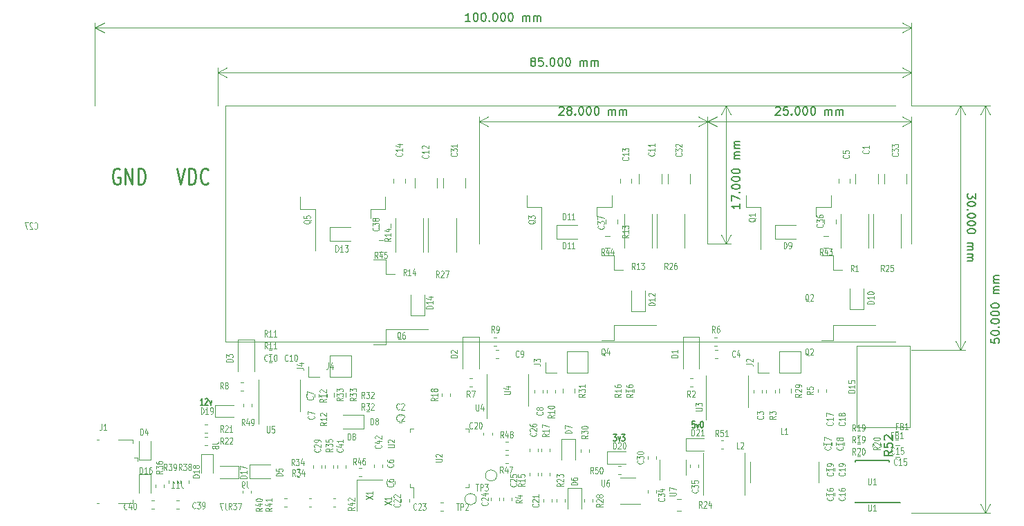
<source format=gbr>
G04 #@! TF.GenerationSoftware,KiCad,Pcbnew,(5.1.2)-2*
G04 #@! TF.CreationDate,2020-08-31T16:13:31+01:00*
G04 #@! TF.ProjectId,INV_Board,494e565f-426f-4617-9264-2e6b69636164,rev?*
G04 #@! TF.SameCoordinates,Original*
G04 #@! TF.FileFunction,Legend,Top*
G04 #@! TF.FilePolarity,Positive*
%FSLAX46Y46*%
G04 Gerber Fmt 4.6, Leading zero omitted, Abs format (unit mm)*
G04 Created by KiCad (PCBNEW (5.1.2)-2) date 2020-08-31 16:13:31*
%MOMM*%
%LPD*%
G04 APERTURE LIST*
%ADD10C,0.150000*%
%ADD11C,0.250000*%
%ADD12C,0.120000*%
G04 APERTURE END LIST*
D10*
X53257142Y-64761904D02*
X52914285Y-64761904D01*
X53085714Y-64761904D02*
X53085714Y-63961904D01*
X53028571Y-64076190D01*
X52971428Y-64152380D01*
X52914285Y-64190476D01*
X53485714Y-64038095D02*
X53514285Y-64000000D01*
X53571428Y-63961904D01*
X53714285Y-63961904D01*
X53771428Y-64000000D01*
X53800000Y-64038095D01*
X53828571Y-64114285D01*
X53828571Y-64190476D01*
X53800000Y-64304761D01*
X53457142Y-64761904D01*
X53828571Y-64761904D01*
X54028571Y-64228571D02*
X54171428Y-64761904D01*
X54314285Y-64228571D01*
X113428571Y-66761904D02*
X113142857Y-66761904D01*
X113114285Y-67142857D01*
X113142857Y-67104761D01*
X113200000Y-67066666D01*
X113342857Y-67066666D01*
X113400000Y-67104761D01*
X113428571Y-67142857D01*
X113457142Y-67219047D01*
X113457142Y-67409523D01*
X113428571Y-67485714D01*
X113400000Y-67523809D01*
X113342857Y-67561904D01*
X113200000Y-67561904D01*
X113142857Y-67523809D01*
X113114285Y-67485714D01*
X113657142Y-67028571D02*
X113800000Y-67561904D01*
X113942857Y-67028571D01*
X114285714Y-66761904D02*
X114342857Y-66761904D01*
X114400000Y-66800000D01*
X114428571Y-66838095D01*
X114457142Y-66914285D01*
X114485714Y-67066666D01*
X114485714Y-67257142D01*
X114457142Y-67409523D01*
X114428571Y-67485714D01*
X114400000Y-67523809D01*
X114342857Y-67561904D01*
X114285714Y-67561904D01*
X114228571Y-67523809D01*
X114200000Y-67485714D01*
X114171428Y-67409523D01*
X114142857Y-67257142D01*
X114142857Y-67066666D01*
X114171428Y-66914285D01*
X114200000Y-66838095D01*
X114228571Y-66800000D01*
X114285714Y-66761904D01*
X103485714Y-68361904D02*
X103857142Y-68361904D01*
X103657142Y-68666666D01*
X103742857Y-68666666D01*
X103800000Y-68704761D01*
X103828571Y-68742857D01*
X103857142Y-68819047D01*
X103857142Y-69009523D01*
X103828571Y-69085714D01*
X103800000Y-69123809D01*
X103742857Y-69161904D01*
X103571428Y-69161904D01*
X103514285Y-69123809D01*
X103485714Y-69085714D01*
X104057142Y-68628571D02*
X104200000Y-69161904D01*
X104342857Y-68628571D01*
X104514285Y-68361904D02*
X104885714Y-68361904D01*
X104685714Y-68666666D01*
X104771428Y-68666666D01*
X104828571Y-68704761D01*
X104857142Y-68742857D01*
X104885714Y-68819047D01*
X104885714Y-69009523D01*
X104857142Y-69085714D01*
X104828571Y-69123809D01*
X104771428Y-69161904D01*
X104600000Y-69161904D01*
X104542857Y-69123809D01*
X104514285Y-69085714D01*
D11*
X43000000Y-35800000D02*
X42857142Y-35704761D01*
X42642857Y-35704761D01*
X42428571Y-35800000D01*
X42285714Y-35990476D01*
X42214285Y-36180952D01*
X42142857Y-36561904D01*
X42142857Y-36847619D01*
X42214285Y-37228571D01*
X42285714Y-37419047D01*
X42428571Y-37609523D01*
X42642857Y-37704761D01*
X42785714Y-37704761D01*
X43000000Y-37609523D01*
X43071428Y-37514285D01*
X43071428Y-36847619D01*
X42785714Y-36847619D01*
X43714285Y-37704761D02*
X43714285Y-35704761D01*
X44571428Y-37704761D01*
X44571428Y-35704761D01*
X45285714Y-37704761D02*
X45285714Y-35704761D01*
X45642857Y-35704761D01*
X45857142Y-35800000D01*
X46000000Y-35990476D01*
X46071428Y-36180952D01*
X46142857Y-36561904D01*
X46142857Y-36847619D01*
X46071428Y-37228571D01*
X46000000Y-37419047D01*
X45857142Y-37609523D01*
X45642857Y-37704761D01*
X45285714Y-37704761D01*
X50000000Y-35704761D02*
X50500000Y-37704761D01*
X51000000Y-35704761D01*
X51500000Y-37704761D02*
X51500000Y-35704761D01*
X51857142Y-35704761D01*
X52071428Y-35800000D01*
X52214285Y-35990476D01*
X52285714Y-36180952D01*
X52357142Y-36561904D01*
X52357142Y-36847619D01*
X52285714Y-37228571D01*
X52214285Y-37419047D01*
X52071428Y-37609523D01*
X51857142Y-37704761D01*
X51500000Y-37704761D01*
X53857142Y-37514285D02*
X53785714Y-37609523D01*
X53571428Y-37704761D01*
X53428571Y-37704761D01*
X53214285Y-37609523D01*
X53071428Y-37419047D01*
X53000000Y-37228571D01*
X52928571Y-36847619D01*
X52928571Y-36561904D01*
X53000000Y-36180952D01*
X53071428Y-35990476D01*
X53214285Y-35800000D01*
X53428571Y-35704761D01*
X53571428Y-35704761D01*
X53785714Y-35800000D01*
X53857142Y-35895238D01*
D12*
X56000000Y-28000000D02*
X138000000Y-28000000D01*
X56000000Y-57000000D02*
X56000000Y-28000000D01*
X138000000Y-57000000D02*
X56000000Y-57000000D01*
D10*
X123357142Y-28277619D02*
X123404761Y-28230000D01*
X123500000Y-28182380D01*
X123738095Y-28182380D01*
X123833333Y-28230000D01*
X123880952Y-28277619D01*
X123928571Y-28372857D01*
X123928571Y-28468095D01*
X123880952Y-28610952D01*
X123309523Y-29182380D01*
X123928571Y-29182380D01*
X124833333Y-28182380D02*
X124357142Y-28182380D01*
X124309523Y-28658571D01*
X124357142Y-28610952D01*
X124452380Y-28563333D01*
X124690476Y-28563333D01*
X124785714Y-28610952D01*
X124833333Y-28658571D01*
X124880952Y-28753809D01*
X124880952Y-28991904D01*
X124833333Y-29087142D01*
X124785714Y-29134761D01*
X124690476Y-29182380D01*
X124452380Y-29182380D01*
X124357142Y-29134761D01*
X124309523Y-29087142D01*
X125309523Y-29087142D02*
X125357142Y-29134761D01*
X125309523Y-29182380D01*
X125261904Y-29134761D01*
X125309523Y-29087142D01*
X125309523Y-29182380D01*
X125976190Y-28182380D02*
X126071428Y-28182380D01*
X126166666Y-28230000D01*
X126214285Y-28277619D01*
X126261904Y-28372857D01*
X126309523Y-28563333D01*
X126309523Y-28801428D01*
X126261904Y-28991904D01*
X126214285Y-29087142D01*
X126166666Y-29134761D01*
X126071428Y-29182380D01*
X125976190Y-29182380D01*
X125880952Y-29134761D01*
X125833333Y-29087142D01*
X125785714Y-28991904D01*
X125738095Y-28801428D01*
X125738095Y-28563333D01*
X125785714Y-28372857D01*
X125833333Y-28277619D01*
X125880952Y-28230000D01*
X125976190Y-28182380D01*
X126928571Y-28182380D02*
X127023809Y-28182380D01*
X127119047Y-28230000D01*
X127166666Y-28277619D01*
X127214285Y-28372857D01*
X127261904Y-28563333D01*
X127261904Y-28801428D01*
X127214285Y-28991904D01*
X127166666Y-29087142D01*
X127119047Y-29134761D01*
X127023809Y-29182380D01*
X126928571Y-29182380D01*
X126833333Y-29134761D01*
X126785714Y-29087142D01*
X126738095Y-28991904D01*
X126690476Y-28801428D01*
X126690476Y-28563333D01*
X126738095Y-28372857D01*
X126785714Y-28277619D01*
X126833333Y-28230000D01*
X126928571Y-28182380D01*
X127880952Y-28182380D02*
X127976190Y-28182380D01*
X128071428Y-28230000D01*
X128119047Y-28277619D01*
X128166666Y-28372857D01*
X128214285Y-28563333D01*
X128214285Y-28801428D01*
X128166666Y-28991904D01*
X128119047Y-29087142D01*
X128071428Y-29134761D01*
X127976190Y-29182380D01*
X127880952Y-29182380D01*
X127785714Y-29134761D01*
X127738095Y-29087142D01*
X127690476Y-28991904D01*
X127642857Y-28801428D01*
X127642857Y-28563333D01*
X127690476Y-28372857D01*
X127738095Y-28277619D01*
X127785714Y-28230000D01*
X127880952Y-28182380D01*
X129404761Y-29182380D02*
X129404761Y-28515714D01*
X129404761Y-28610952D02*
X129452380Y-28563333D01*
X129547619Y-28515714D01*
X129690476Y-28515714D01*
X129785714Y-28563333D01*
X129833333Y-28658571D01*
X129833333Y-29182380D01*
X129833333Y-28658571D02*
X129880952Y-28563333D01*
X129976190Y-28515714D01*
X130119047Y-28515714D01*
X130214285Y-28563333D01*
X130261904Y-28658571D01*
X130261904Y-29182380D01*
X130738095Y-29182380D02*
X130738095Y-28515714D01*
X130738095Y-28610952D02*
X130785714Y-28563333D01*
X130880952Y-28515714D01*
X131023809Y-28515714D01*
X131119047Y-28563333D01*
X131166666Y-28658571D01*
X131166666Y-29182380D01*
X131166666Y-28658571D02*
X131214285Y-28563333D01*
X131309523Y-28515714D01*
X131452380Y-28515714D01*
X131547619Y-28563333D01*
X131595238Y-28658571D01*
X131595238Y-29182380D01*
D12*
X115000000Y-30000000D02*
X140000000Y-30000000D01*
X115000000Y-45000000D02*
X115000000Y-29413579D01*
X140000000Y-45000000D02*
X140000000Y-29413579D01*
X140000000Y-30000000D02*
X138873496Y-30586421D01*
X140000000Y-30000000D02*
X138873496Y-29413579D01*
X115000000Y-30000000D02*
X116126504Y-30586421D01*
X115000000Y-30000000D02*
X116126504Y-29413579D01*
D10*
X118972380Y-40071428D02*
X118972380Y-40642857D01*
X118972380Y-40357142D02*
X117972380Y-40357142D01*
X118115238Y-40452380D01*
X118210476Y-40547619D01*
X118258095Y-40642857D01*
X117972380Y-39738095D02*
X117972380Y-39071428D01*
X118972380Y-39500000D01*
X118877142Y-38690476D02*
X118924761Y-38642857D01*
X118972380Y-38690476D01*
X118924761Y-38738095D01*
X118877142Y-38690476D01*
X118972380Y-38690476D01*
X117972380Y-38023809D02*
X117972380Y-37928571D01*
X118020000Y-37833333D01*
X118067619Y-37785714D01*
X118162857Y-37738095D01*
X118353333Y-37690476D01*
X118591428Y-37690476D01*
X118781904Y-37738095D01*
X118877142Y-37785714D01*
X118924761Y-37833333D01*
X118972380Y-37928571D01*
X118972380Y-38023809D01*
X118924761Y-38119047D01*
X118877142Y-38166666D01*
X118781904Y-38214285D01*
X118591428Y-38261904D01*
X118353333Y-38261904D01*
X118162857Y-38214285D01*
X118067619Y-38166666D01*
X118020000Y-38119047D01*
X117972380Y-38023809D01*
X117972380Y-37071428D02*
X117972380Y-36976190D01*
X118020000Y-36880952D01*
X118067619Y-36833333D01*
X118162857Y-36785714D01*
X118353333Y-36738095D01*
X118591428Y-36738095D01*
X118781904Y-36785714D01*
X118877142Y-36833333D01*
X118924761Y-36880952D01*
X118972380Y-36976190D01*
X118972380Y-37071428D01*
X118924761Y-37166666D01*
X118877142Y-37214285D01*
X118781904Y-37261904D01*
X118591428Y-37309523D01*
X118353333Y-37309523D01*
X118162857Y-37261904D01*
X118067619Y-37214285D01*
X118020000Y-37166666D01*
X117972380Y-37071428D01*
X117972380Y-36119047D02*
X117972380Y-36023809D01*
X118020000Y-35928571D01*
X118067619Y-35880952D01*
X118162857Y-35833333D01*
X118353333Y-35785714D01*
X118591428Y-35785714D01*
X118781904Y-35833333D01*
X118877142Y-35880952D01*
X118924761Y-35928571D01*
X118972380Y-36023809D01*
X118972380Y-36119047D01*
X118924761Y-36214285D01*
X118877142Y-36261904D01*
X118781904Y-36309523D01*
X118591428Y-36357142D01*
X118353333Y-36357142D01*
X118162857Y-36309523D01*
X118067619Y-36261904D01*
X118020000Y-36214285D01*
X117972380Y-36119047D01*
X118972380Y-34595238D02*
X118305714Y-34595238D01*
X118400952Y-34595238D02*
X118353333Y-34547619D01*
X118305714Y-34452380D01*
X118305714Y-34309523D01*
X118353333Y-34214285D01*
X118448571Y-34166666D01*
X118972380Y-34166666D01*
X118448571Y-34166666D02*
X118353333Y-34119047D01*
X118305714Y-34023809D01*
X118305714Y-33880952D01*
X118353333Y-33785714D01*
X118448571Y-33738095D01*
X118972380Y-33738095D01*
X118972380Y-33261904D02*
X118305714Y-33261904D01*
X118400952Y-33261904D02*
X118353333Y-33214285D01*
X118305714Y-33119047D01*
X118305714Y-32976190D01*
X118353333Y-32880952D01*
X118448571Y-32833333D01*
X118972380Y-32833333D01*
X118448571Y-32833333D02*
X118353333Y-32785714D01*
X118305714Y-32690476D01*
X118305714Y-32547619D01*
X118353333Y-32452380D01*
X118448571Y-32404761D01*
X118972380Y-32404761D01*
D12*
X117250000Y-45000000D02*
X117250000Y-28000000D01*
X115000000Y-45000000D02*
X117836421Y-45000000D01*
X115000000Y-28000000D02*
X117836421Y-28000000D01*
X117250000Y-28000000D02*
X117836421Y-29126504D01*
X117250000Y-28000000D02*
X116663579Y-29126504D01*
X117250000Y-45000000D02*
X117836421Y-43873496D01*
X117250000Y-45000000D02*
X116663579Y-43873496D01*
D10*
X96857142Y-28277619D02*
X96904761Y-28230000D01*
X97000000Y-28182380D01*
X97238095Y-28182380D01*
X97333333Y-28230000D01*
X97380952Y-28277619D01*
X97428571Y-28372857D01*
X97428571Y-28468095D01*
X97380952Y-28610952D01*
X96809523Y-29182380D01*
X97428571Y-29182380D01*
X98000000Y-28610952D02*
X97904761Y-28563333D01*
X97857142Y-28515714D01*
X97809523Y-28420476D01*
X97809523Y-28372857D01*
X97857142Y-28277619D01*
X97904761Y-28230000D01*
X98000000Y-28182380D01*
X98190476Y-28182380D01*
X98285714Y-28230000D01*
X98333333Y-28277619D01*
X98380952Y-28372857D01*
X98380952Y-28420476D01*
X98333333Y-28515714D01*
X98285714Y-28563333D01*
X98190476Y-28610952D01*
X98000000Y-28610952D01*
X97904761Y-28658571D01*
X97857142Y-28706190D01*
X97809523Y-28801428D01*
X97809523Y-28991904D01*
X97857142Y-29087142D01*
X97904761Y-29134761D01*
X98000000Y-29182380D01*
X98190476Y-29182380D01*
X98285714Y-29134761D01*
X98333333Y-29087142D01*
X98380952Y-28991904D01*
X98380952Y-28801428D01*
X98333333Y-28706190D01*
X98285714Y-28658571D01*
X98190476Y-28610952D01*
X98809523Y-29087142D02*
X98857142Y-29134761D01*
X98809523Y-29182380D01*
X98761904Y-29134761D01*
X98809523Y-29087142D01*
X98809523Y-29182380D01*
X99476190Y-28182380D02*
X99571428Y-28182380D01*
X99666666Y-28230000D01*
X99714285Y-28277619D01*
X99761904Y-28372857D01*
X99809523Y-28563333D01*
X99809523Y-28801428D01*
X99761904Y-28991904D01*
X99714285Y-29087142D01*
X99666666Y-29134761D01*
X99571428Y-29182380D01*
X99476190Y-29182380D01*
X99380952Y-29134761D01*
X99333333Y-29087142D01*
X99285714Y-28991904D01*
X99238095Y-28801428D01*
X99238095Y-28563333D01*
X99285714Y-28372857D01*
X99333333Y-28277619D01*
X99380952Y-28230000D01*
X99476190Y-28182380D01*
X100428571Y-28182380D02*
X100523809Y-28182380D01*
X100619047Y-28230000D01*
X100666666Y-28277619D01*
X100714285Y-28372857D01*
X100761904Y-28563333D01*
X100761904Y-28801428D01*
X100714285Y-28991904D01*
X100666666Y-29087142D01*
X100619047Y-29134761D01*
X100523809Y-29182380D01*
X100428571Y-29182380D01*
X100333333Y-29134761D01*
X100285714Y-29087142D01*
X100238095Y-28991904D01*
X100190476Y-28801428D01*
X100190476Y-28563333D01*
X100238095Y-28372857D01*
X100285714Y-28277619D01*
X100333333Y-28230000D01*
X100428571Y-28182380D01*
X101380952Y-28182380D02*
X101476190Y-28182380D01*
X101571428Y-28230000D01*
X101619047Y-28277619D01*
X101666666Y-28372857D01*
X101714285Y-28563333D01*
X101714285Y-28801428D01*
X101666666Y-28991904D01*
X101619047Y-29087142D01*
X101571428Y-29134761D01*
X101476190Y-29182380D01*
X101380952Y-29182380D01*
X101285714Y-29134761D01*
X101238095Y-29087142D01*
X101190476Y-28991904D01*
X101142857Y-28801428D01*
X101142857Y-28563333D01*
X101190476Y-28372857D01*
X101238095Y-28277619D01*
X101285714Y-28230000D01*
X101380952Y-28182380D01*
X102904761Y-29182380D02*
X102904761Y-28515714D01*
X102904761Y-28610952D02*
X102952380Y-28563333D01*
X103047619Y-28515714D01*
X103190476Y-28515714D01*
X103285714Y-28563333D01*
X103333333Y-28658571D01*
X103333333Y-29182380D01*
X103333333Y-28658571D02*
X103380952Y-28563333D01*
X103476190Y-28515714D01*
X103619047Y-28515714D01*
X103714285Y-28563333D01*
X103761904Y-28658571D01*
X103761904Y-29182380D01*
X104238095Y-29182380D02*
X104238095Y-28515714D01*
X104238095Y-28610952D02*
X104285714Y-28563333D01*
X104380952Y-28515714D01*
X104523809Y-28515714D01*
X104619047Y-28563333D01*
X104666666Y-28658571D01*
X104666666Y-29182380D01*
X104666666Y-28658571D02*
X104714285Y-28563333D01*
X104809523Y-28515714D01*
X104952380Y-28515714D01*
X105047619Y-28563333D01*
X105095238Y-28658571D01*
X105095238Y-29182380D01*
D12*
X87000000Y-30000000D02*
X115000000Y-30000000D01*
X87000000Y-45000000D02*
X87000000Y-29413579D01*
X115000000Y-45000000D02*
X115000000Y-29413579D01*
X115000000Y-30000000D02*
X113873496Y-30586421D01*
X115000000Y-30000000D02*
X113873496Y-29413579D01*
X87000000Y-30000000D02*
X88126504Y-30586421D01*
X87000000Y-30000000D02*
X88126504Y-29413579D01*
D10*
X147817619Y-38809523D02*
X147817619Y-39428571D01*
X147436666Y-39095238D01*
X147436666Y-39238095D01*
X147389047Y-39333333D01*
X147341428Y-39380952D01*
X147246190Y-39428571D01*
X147008095Y-39428571D01*
X146912857Y-39380952D01*
X146865238Y-39333333D01*
X146817619Y-39238095D01*
X146817619Y-38952380D01*
X146865238Y-38857142D01*
X146912857Y-38809523D01*
X147817619Y-40047619D02*
X147817619Y-40142857D01*
X147770000Y-40238095D01*
X147722380Y-40285714D01*
X147627142Y-40333333D01*
X147436666Y-40380952D01*
X147198571Y-40380952D01*
X147008095Y-40333333D01*
X146912857Y-40285714D01*
X146865238Y-40238095D01*
X146817619Y-40142857D01*
X146817619Y-40047619D01*
X146865238Y-39952380D01*
X146912857Y-39904761D01*
X147008095Y-39857142D01*
X147198571Y-39809523D01*
X147436666Y-39809523D01*
X147627142Y-39857142D01*
X147722380Y-39904761D01*
X147770000Y-39952380D01*
X147817619Y-40047619D01*
X146912857Y-40809523D02*
X146865238Y-40857142D01*
X146817619Y-40809523D01*
X146865238Y-40761904D01*
X146912857Y-40809523D01*
X146817619Y-40809523D01*
X147817619Y-41476190D02*
X147817619Y-41571428D01*
X147770000Y-41666666D01*
X147722380Y-41714285D01*
X147627142Y-41761904D01*
X147436666Y-41809523D01*
X147198571Y-41809523D01*
X147008095Y-41761904D01*
X146912857Y-41714285D01*
X146865238Y-41666666D01*
X146817619Y-41571428D01*
X146817619Y-41476190D01*
X146865238Y-41380952D01*
X146912857Y-41333333D01*
X147008095Y-41285714D01*
X147198571Y-41238095D01*
X147436666Y-41238095D01*
X147627142Y-41285714D01*
X147722380Y-41333333D01*
X147770000Y-41380952D01*
X147817619Y-41476190D01*
X147817619Y-42428571D02*
X147817619Y-42523809D01*
X147770000Y-42619047D01*
X147722380Y-42666666D01*
X147627142Y-42714285D01*
X147436666Y-42761904D01*
X147198571Y-42761904D01*
X147008095Y-42714285D01*
X146912857Y-42666666D01*
X146865238Y-42619047D01*
X146817619Y-42523809D01*
X146817619Y-42428571D01*
X146865238Y-42333333D01*
X146912857Y-42285714D01*
X147008095Y-42238095D01*
X147198571Y-42190476D01*
X147436666Y-42190476D01*
X147627142Y-42238095D01*
X147722380Y-42285714D01*
X147770000Y-42333333D01*
X147817619Y-42428571D01*
X147817619Y-43380952D02*
X147817619Y-43476190D01*
X147770000Y-43571428D01*
X147722380Y-43619047D01*
X147627142Y-43666666D01*
X147436666Y-43714285D01*
X147198571Y-43714285D01*
X147008095Y-43666666D01*
X146912857Y-43619047D01*
X146865238Y-43571428D01*
X146817619Y-43476190D01*
X146817619Y-43380952D01*
X146865238Y-43285714D01*
X146912857Y-43238095D01*
X147008095Y-43190476D01*
X147198571Y-43142857D01*
X147436666Y-43142857D01*
X147627142Y-43190476D01*
X147722380Y-43238095D01*
X147770000Y-43285714D01*
X147817619Y-43380952D01*
X146817619Y-44904761D02*
X147484285Y-44904761D01*
X147389047Y-44904761D02*
X147436666Y-44952380D01*
X147484285Y-45047619D01*
X147484285Y-45190476D01*
X147436666Y-45285714D01*
X147341428Y-45333333D01*
X146817619Y-45333333D01*
X147341428Y-45333333D02*
X147436666Y-45380952D01*
X147484285Y-45476190D01*
X147484285Y-45619047D01*
X147436666Y-45714285D01*
X147341428Y-45761904D01*
X146817619Y-45761904D01*
X146817619Y-46238095D02*
X147484285Y-46238095D01*
X147389047Y-46238095D02*
X147436666Y-46285714D01*
X147484285Y-46380952D01*
X147484285Y-46523809D01*
X147436666Y-46619047D01*
X147341428Y-46666666D01*
X146817619Y-46666666D01*
X147341428Y-46666666D02*
X147436666Y-46714285D01*
X147484285Y-46809523D01*
X147484285Y-46952380D01*
X147436666Y-47047619D01*
X147341428Y-47095238D01*
X146817619Y-47095238D01*
D12*
X146000000Y-28000000D02*
X146000000Y-58000000D01*
X140000000Y-28000000D02*
X146586421Y-28000000D01*
X140000000Y-58000000D02*
X146586421Y-58000000D01*
X146000000Y-58000000D02*
X145413579Y-56873496D01*
X146000000Y-58000000D02*
X146586421Y-56873496D01*
X146000000Y-28000000D02*
X145413579Y-29126504D01*
X146000000Y-28000000D02*
X146586421Y-29126504D01*
D10*
X93547619Y-22610952D02*
X93452380Y-22563333D01*
X93404761Y-22515714D01*
X93357142Y-22420476D01*
X93357142Y-22372857D01*
X93404761Y-22277619D01*
X93452380Y-22230000D01*
X93547619Y-22182380D01*
X93738095Y-22182380D01*
X93833333Y-22230000D01*
X93880952Y-22277619D01*
X93928571Y-22372857D01*
X93928571Y-22420476D01*
X93880952Y-22515714D01*
X93833333Y-22563333D01*
X93738095Y-22610952D01*
X93547619Y-22610952D01*
X93452380Y-22658571D01*
X93404761Y-22706190D01*
X93357142Y-22801428D01*
X93357142Y-22991904D01*
X93404761Y-23087142D01*
X93452380Y-23134761D01*
X93547619Y-23182380D01*
X93738095Y-23182380D01*
X93833333Y-23134761D01*
X93880952Y-23087142D01*
X93928571Y-22991904D01*
X93928571Y-22801428D01*
X93880952Y-22706190D01*
X93833333Y-22658571D01*
X93738095Y-22610952D01*
X94833333Y-22182380D02*
X94357142Y-22182380D01*
X94309523Y-22658571D01*
X94357142Y-22610952D01*
X94452380Y-22563333D01*
X94690476Y-22563333D01*
X94785714Y-22610952D01*
X94833333Y-22658571D01*
X94880952Y-22753809D01*
X94880952Y-22991904D01*
X94833333Y-23087142D01*
X94785714Y-23134761D01*
X94690476Y-23182380D01*
X94452380Y-23182380D01*
X94357142Y-23134761D01*
X94309523Y-23087142D01*
X95309523Y-23087142D02*
X95357142Y-23134761D01*
X95309523Y-23182380D01*
X95261904Y-23134761D01*
X95309523Y-23087142D01*
X95309523Y-23182380D01*
X95976190Y-22182380D02*
X96071428Y-22182380D01*
X96166666Y-22230000D01*
X96214285Y-22277619D01*
X96261904Y-22372857D01*
X96309523Y-22563333D01*
X96309523Y-22801428D01*
X96261904Y-22991904D01*
X96214285Y-23087142D01*
X96166666Y-23134761D01*
X96071428Y-23182380D01*
X95976190Y-23182380D01*
X95880952Y-23134761D01*
X95833333Y-23087142D01*
X95785714Y-22991904D01*
X95738095Y-22801428D01*
X95738095Y-22563333D01*
X95785714Y-22372857D01*
X95833333Y-22277619D01*
X95880952Y-22230000D01*
X95976190Y-22182380D01*
X96928571Y-22182380D02*
X97023809Y-22182380D01*
X97119047Y-22230000D01*
X97166666Y-22277619D01*
X97214285Y-22372857D01*
X97261904Y-22563333D01*
X97261904Y-22801428D01*
X97214285Y-22991904D01*
X97166666Y-23087142D01*
X97119047Y-23134761D01*
X97023809Y-23182380D01*
X96928571Y-23182380D01*
X96833333Y-23134761D01*
X96785714Y-23087142D01*
X96738095Y-22991904D01*
X96690476Y-22801428D01*
X96690476Y-22563333D01*
X96738095Y-22372857D01*
X96785714Y-22277619D01*
X96833333Y-22230000D01*
X96928571Y-22182380D01*
X97880952Y-22182380D02*
X97976190Y-22182380D01*
X98071428Y-22230000D01*
X98119047Y-22277619D01*
X98166666Y-22372857D01*
X98214285Y-22563333D01*
X98214285Y-22801428D01*
X98166666Y-22991904D01*
X98119047Y-23087142D01*
X98071428Y-23134761D01*
X97976190Y-23182380D01*
X97880952Y-23182380D01*
X97785714Y-23134761D01*
X97738095Y-23087142D01*
X97690476Y-22991904D01*
X97642857Y-22801428D01*
X97642857Y-22563333D01*
X97690476Y-22372857D01*
X97738095Y-22277619D01*
X97785714Y-22230000D01*
X97880952Y-22182380D01*
X99404761Y-23182380D02*
X99404761Y-22515714D01*
X99404761Y-22610952D02*
X99452380Y-22563333D01*
X99547619Y-22515714D01*
X99690476Y-22515714D01*
X99785714Y-22563333D01*
X99833333Y-22658571D01*
X99833333Y-23182380D01*
X99833333Y-22658571D02*
X99880952Y-22563333D01*
X99976190Y-22515714D01*
X100119047Y-22515714D01*
X100214285Y-22563333D01*
X100261904Y-22658571D01*
X100261904Y-23182380D01*
X100738095Y-23182380D02*
X100738095Y-22515714D01*
X100738095Y-22610952D02*
X100785714Y-22563333D01*
X100880952Y-22515714D01*
X101023809Y-22515714D01*
X101119047Y-22563333D01*
X101166666Y-22658571D01*
X101166666Y-23182380D01*
X101166666Y-22658571D02*
X101214285Y-22563333D01*
X101309523Y-22515714D01*
X101452380Y-22515714D01*
X101547619Y-22563333D01*
X101595238Y-22658571D01*
X101595238Y-23182380D01*
D12*
X140000000Y-24000000D02*
X55000000Y-24000000D01*
X140000000Y-28000000D02*
X140000000Y-23413579D01*
X55000000Y-28000000D02*
X55000000Y-23413579D01*
X55000000Y-24000000D02*
X56126504Y-23413579D01*
X55000000Y-24000000D02*
X56126504Y-24586421D01*
X140000000Y-24000000D02*
X138873496Y-23413579D01*
X140000000Y-24000000D02*
X138873496Y-24586421D01*
D10*
X85952380Y-17682380D02*
X85380952Y-17682380D01*
X85666666Y-17682380D02*
X85666666Y-16682380D01*
X85571428Y-16825238D01*
X85476190Y-16920476D01*
X85380952Y-16968095D01*
X86571428Y-16682380D02*
X86666666Y-16682380D01*
X86761904Y-16730000D01*
X86809523Y-16777619D01*
X86857142Y-16872857D01*
X86904761Y-17063333D01*
X86904761Y-17301428D01*
X86857142Y-17491904D01*
X86809523Y-17587142D01*
X86761904Y-17634761D01*
X86666666Y-17682380D01*
X86571428Y-17682380D01*
X86476190Y-17634761D01*
X86428571Y-17587142D01*
X86380952Y-17491904D01*
X86333333Y-17301428D01*
X86333333Y-17063333D01*
X86380952Y-16872857D01*
X86428571Y-16777619D01*
X86476190Y-16730000D01*
X86571428Y-16682380D01*
X87523809Y-16682380D02*
X87619047Y-16682380D01*
X87714285Y-16730000D01*
X87761904Y-16777619D01*
X87809523Y-16872857D01*
X87857142Y-17063333D01*
X87857142Y-17301428D01*
X87809523Y-17491904D01*
X87761904Y-17587142D01*
X87714285Y-17634761D01*
X87619047Y-17682380D01*
X87523809Y-17682380D01*
X87428571Y-17634761D01*
X87380952Y-17587142D01*
X87333333Y-17491904D01*
X87285714Y-17301428D01*
X87285714Y-17063333D01*
X87333333Y-16872857D01*
X87380952Y-16777619D01*
X87428571Y-16730000D01*
X87523809Y-16682380D01*
X88285714Y-17587142D02*
X88333333Y-17634761D01*
X88285714Y-17682380D01*
X88238095Y-17634761D01*
X88285714Y-17587142D01*
X88285714Y-17682380D01*
X88952380Y-16682380D02*
X89047619Y-16682380D01*
X89142857Y-16730000D01*
X89190476Y-16777619D01*
X89238095Y-16872857D01*
X89285714Y-17063333D01*
X89285714Y-17301428D01*
X89238095Y-17491904D01*
X89190476Y-17587142D01*
X89142857Y-17634761D01*
X89047619Y-17682380D01*
X88952380Y-17682380D01*
X88857142Y-17634761D01*
X88809523Y-17587142D01*
X88761904Y-17491904D01*
X88714285Y-17301428D01*
X88714285Y-17063333D01*
X88761904Y-16872857D01*
X88809523Y-16777619D01*
X88857142Y-16730000D01*
X88952380Y-16682380D01*
X89904761Y-16682380D02*
X90000000Y-16682380D01*
X90095238Y-16730000D01*
X90142857Y-16777619D01*
X90190476Y-16872857D01*
X90238095Y-17063333D01*
X90238095Y-17301428D01*
X90190476Y-17491904D01*
X90142857Y-17587142D01*
X90095238Y-17634761D01*
X90000000Y-17682380D01*
X89904761Y-17682380D01*
X89809523Y-17634761D01*
X89761904Y-17587142D01*
X89714285Y-17491904D01*
X89666666Y-17301428D01*
X89666666Y-17063333D01*
X89714285Y-16872857D01*
X89761904Y-16777619D01*
X89809523Y-16730000D01*
X89904761Y-16682380D01*
X90857142Y-16682380D02*
X90952380Y-16682380D01*
X91047619Y-16730000D01*
X91095238Y-16777619D01*
X91142857Y-16872857D01*
X91190476Y-17063333D01*
X91190476Y-17301428D01*
X91142857Y-17491904D01*
X91095238Y-17587142D01*
X91047619Y-17634761D01*
X90952380Y-17682380D01*
X90857142Y-17682380D01*
X90761904Y-17634761D01*
X90714285Y-17587142D01*
X90666666Y-17491904D01*
X90619047Y-17301428D01*
X90619047Y-17063333D01*
X90666666Y-16872857D01*
X90714285Y-16777619D01*
X90761904Y-16730000D01*
X90857142Y-16682380D01*
X92380952Y-17682380D02*
X92380952Y-17015714D01*
X92380952Y-17110952D02*
X92428571Y-17063333D01*
X92523809Y-17015714D01*
X92666666Y-17015714D01*
X92761904Y-17063333D01*
X92809523Y-17158571D01*
X92809523Y-17682380D01*
X92809523Y-17158571D02*
X92857142Y-17063333D01*
X92952380Y-17015714D01*
X93095238Y-17015714D01*
X93190476Y-17063333D01*
X93238095Y-17158571D01*
X93238095Y-17682380D01*
X93714285Y-17682380D02*
X93714285Y-17015714D01*
X93714285Y-17110952D02*
X93761904Y-17063333D01*
X93857142Y-17015714D01*
X94000000Y-17015714D01*
X94095238Y-17063333D01*
X94142857Y-17158571D01*
X94142857Y-17682380D01*
X94142857Y-17158571D02*
X94190476Y-17063333D01*
X94285714Y-17015714D01*
X94428571Y-17015714D01*
X94523809Y-17063333D01*
X94571428Y-17158571D01*
X94571428Y-17682380D01*
D12*
X140000000Y-18500000D02*
X40000000Y-18500000D01*
X140000000Y-28000000D02*
X140000000Y-17913579D01*
X40000000Y-28000000D02*
X40000000Y-17913579D01*
X40000000Y-18500000D02*
X41126504Y-17913579D01*
X40000000Y-18500000D02*
X41126504Y-19086421D01*
X140000000Y-18500000D02*
X138873496Y-17913579D01*
X140000000Y-18500000D02*
X138873496Y-19086421D01*
D10*
X149722380Y-56619047D02*
X149722380Y-57095238D01*
X150198571Y-57142857D01*
X150150952Y-57095238D01*
X150103333Y-57000000D01*
X150103333Y-56761904D01*
X150150952Y-56666666D01*
X150198571Y-56619047D01*
X150293809Y-56571428D01*
X150531904Y-56571428D01*
X150627142Y-56619047D01*
X150674761Y-56666666D01*
X150722380Y-56761904D01*
X150722380Y-57000000D01*
X150674761Y-57095238D01*
X150627142Y-57142857D01*
X149722380Y-55952380D02*
X149722380Y-55857142D01*
X149770000Y-55761904D01*
X149817619Y-55714285D01*
X149912857Y-55666666D01*
X150103333Y-55619047D01*
X150341428Y-55619047D01*
X150531904Y-55666666D01*
X150627142Y-55714285D01*
X150674761Y-55761904D01*
X150722380Y-55857142D01*
X150722380Y-55952380D01*
X150674761Y-56047619D01*
X150627142Y-56095238D01*
X150531904Y-56142857D01*
X150341428Y-56190476D01*
X150103333Y-56190476D01*
X149912857Y-56142857D01*
X149817619Y-56095238D01*
X149770000Y-56047619D01*
X149722380Y-55952380D01*
X150627142Y-55190476D02*
X150674761Y-55142857D01*
X150722380Y-55190476D01*
X150674761Y-55238095D01*
X150627142Y-55190476D01*
X150722380Y-55190476D01*
X149722380Y-54523809D02*
X149722380Y-54428571D01*
X149770000Y-54333333D01*
X149817619Y-54285714D01*
X149912857Y-54238095D01*
X150103333Y-54190476D01*
X150341428Y-54190476D01*
X150531904Y-54238095D01*
X150627142Y-54285714D01*
X150674761Y-54333333D01*
X150722380Y-54428571D01*
X150722380Y-54523809D01*
X150674761Y-54619047D01*
X150627142Y-54666666D01*
X150531904Y-54714285D01*
X150341428Y-54761904D01*
X150103333Y-54761904D01*
X149912857Y-54714285D01*
X149817619Y-54666666D01*
X149770000Y-54619047D01*
X149722380Y-54523809D01*
X149722380Y-53571428D02*
X149722380Y-53476190D01*
X149770000Y-53380952D01*
X149817619Y-53333333D01*
X149912857Y-53285714D01*
X150103333Y-53238095D01*
X150341428Y-53238095D01*
X150531904Y-53285714D01*
X150627142Y-53333333D01*
X150674761Y-53380952D01*
X150722380Y-53476190D01*
X150722380Y-53571428D01*
X150674761Y-53666666D01*
X150627142Y-53714285D01*
X150531904Y-53761904D01*
X150341428Y-53809523D01*
X150103333Y-53809523D01*
X149912857Y-53761904D01*
X149817619Y-53714285D01*
X149770000Y-53666666D01*
X149722380Y-53571428D01*
X149722380Y-52619047D02*
X149722380Y-52523809D01*
X149770000Y-52428571D01*
X149817619Y-52380952D01*
X149912857Y-52333333D01*
X150103333Y-52285714D01*
X150341428Y-52285714D01*
X150531904Y-52333333D01*
X150627142Y-52380952D01*
X150674761Y-52428571D01*
X150722380Y-52523809D01*
X150722380Y-52619047D01*
X150674761Y-52714285D01*
X150627142Y-52761904D01*
X150531904Y-52809523D01*
X150341428Y-52857142D01*
X150103333Y-52857142D01*
X149912857Y-52809523D01*
X149817619Y-52761904D01*
X149770000Y-52714285D01*
X149722380Y-52619047D01*
X150722380Y-51095238D02*
X150055714Y-51095238D01*
X150150952Y-51095238D02*
X150103333Y-51047619D01*
X150055714Y-50952380D01*
X150055714Y-50809523D01*
X150103333Y-50714285D01*
X150198571Y-50666666D01*
X150722380Y-50666666D01*
X150198571Y-50666666D02*
X150103333Y-50619047D01*
X150055714Y-50523809D01*
X150055714Y-50380952D01*
X150103333Y-50285714D01*
X150198571Y-50238095D01*
X150722380Y-50238095D01*
X150722380Y-49761904D02*
X150055714Y-49761904D01*
X150150952Y-49761904D02*
X150103333Y-49714285D01*
X150055714Y-49619047D01*
X150055714Y-49476190D01*
X150103333Y-49380952D01*
X150198571Y-49333333D01*
X150722380Y-49333333D01*
X150198571Y-49333333D02*
X150103333Y-49285714D01*
X150055714Y-49190476D01*
X150055714Y-49047619D01*
X150103333Y-48952380D01*
X150198571Y-48904761D01*
X150722380Y-48904761D01*
D12*
X149000000Y-28000000D02*
X149000000Y-78000000D01*
X140000000Y-28000000D02*
X149586421Y-28000000D01*
X140000000Y-78000000D02*
X149586421Y-78000000D01*
X149000000Y-78000000D02*
X148413579Y-76873496D01*
X149000000Y-78000000D02*
X149586421Y-76873496D01*
X149000000Y-28000000D02*
X148413579Y-29126504D01*
X149000000Y-28000000D02*
X149586421Y-29126504D01*
X135240000Y-69549721D02*
X135240000Y-69875279D01*
X136260000Y-69549721D02*
X136260000Y-69875279D01*
X90562779Y-69290000D02*
X90237221Y-69290000D01*
X90562779Y-70310000D02*
X90237221Y-70310000D01*
X90237221Y-71860000D02*
X90562779Y-71860000D01*
X90237221Y-70840000D02*
X90562779Y-70840000D01*
X75210000Y-72362779D02*
X75210000Y-72037221D01*
X74190000Y-72362779D02*
X74190000Y-72037221D01*
X69690000Y-72137221D02*
X69690000Y-72462779D01*
X70710000Y-72137221D02*
X70710000Y-72462779D01*
X66690000Y-72137221D02*
X66690000Y-72462779D01*
X67710000Y-72137221D02*
X67710000Y-72462779D01*
X58090000Y-75237221D02*
X58090000Y-75562779D01*
X59110000Y-75237221D02*
X59110000Y-75562779D01*
X84210000Y-45952064D02*
X84210000Y-41847936D01*
X80790000Y-45952064D02*
X80790000Y-41847936D01*
X112210000Y-45452064D02*
X112210000Y-41347936D01*
X108790000Y-45452064D02*
X108790000Y-41347936D01*
X138710000Y-45452064D02*
X138710000Y-41347936D01*
X135290000Y-45452064D02*
X135290000Y-41347936D01*
X80210000Y-45952064D02*
X80210000Y-41847936D01*
X76790000Y-45952064D02*
X76790000Y-41847936D01*
X108210000Y-45452064D02*
X108210000Y-41347936D01*
X104790000Y-45452064D02*
X104790000Y-41347936D01*
X134710000Y-45452064D02*
X134710000Y-41347936D01*
X131290000Y-45452064D02*
X131290000Y-41347936D01*
X51510000Y-74362779D02*
X51510000Y-74037221D01*
X50490000Y-74362779D02*
X50490000Y-74037221D01*
X46937221Y-77510000D02*
X47262779Y-77510000D01*
X46937221Y-76490000D02*
X47262779Y-76490000D01*
X116962779Y-69090000D02*
X116637221Y-69090000D01*
X116962779Y-70110000D02*
X116637221Y-70110000D01*
X104037221Y-73210000D02*
X104362779Y-73210000D01*
X104037221Y-72190000D02*
X104362779Y-72190000D01*
X58190000Y-64637221D02*
X58190000Y-64962779D01*
X59210000Y-64637221D02*
X59210000Y-64962779D01*
X112315000Y-70335000D02*
X114600000Y-70335000D01*
X112315000Y-68865000D02*
X112315000Y-70335000D01*
X114600000Y-68865000D02*
X112315000Y-68865000D01*
X102715000Y-71935000D02*
X105000000Y-71935000D01*
X102715000Y-70465000D02*
X102715000Y-71935000D01*
X105000000Y-70465000D02*
X102715000Y-70465000D01*
X54715000Y-66235000D02*
X57000000Y-66235000D01*
X54715000Y-64765000D02*
X54715000Y-66235000D01*
X57000000Y-64765000D02*
X54715000Y-64765000D01*
X69290000Y-63241422D02*
X69290000Y-63758578D01*
X70710000Y-63241422D02*
X70710000Y-63758578D01*
X97290000Y-62741422D02*
X97290000Y-63258578D01*
X98710000Y-62741422D02*
X98710000Y-63258578D01*
X123790000Y-62741422D02*
X123790000Y-63258578D01*
X125210000Y-62741422D02*
X125210000Y-63258578D01*
X111758578Y-76290000D02*
X111241422Y-76290000D01*
X111758578Y-77710000D02*
X111241422Y-77710000D01*
X53015000Y-70765000D02*
X53015000Y-73050000D01*
X54485000Y-70765000D02*
X53015000Y-70765000D01*
X54485000Y-73050000D02*
X54485000Y-70765000D01*
X57585000Y-72265000D02*
X55300000Y-72265000D01*
X57585000Y-73735000D02*
X57585000Y-72265000D01*
X55300000Y-73735000D02*
X57585000Y-73735000D01*
X45365000Y-73215000D02*
X45365000Y-75500000D01*
X46835000Y-73215000D02*
X45365000Y-73215000D01*
X46835000Y-75500000D02*
X46835000Y-73215000D01*
X46835000Y-71485000D02*
X46835000Y-69200000D01*
X45365000Y-71485000D02*
X46835000Y-71485000D01*
X45365000Y-69200000D02*
X45365000Y-71485000D01*
X50262779Y-77510000D02*
X49937221Y-77510000D01*
X50262779Y-76490000D02*
X49937221Y-76490000D01*
X65062779Y-72590000D02*
X64737221Y-72590000D01*
X65062779Y-73610000D02*
X64737221Y-73610000D01*
X72612779Y-72490000D02*
X72287221Y-72490000D01*
X72612779Y-73510000D02*
X72287221Y-73510000D01*
X68190000Y-72137221D02*
X68190000Y-72462779D01*
X69210000Y-72137221D02*
X69210000Y-72462779D01*
X108710000Y-75550279D02*
X108710000Y-75224721D01*
X107690000Y-75550279D02*
X107690000Y-75224721D01*
X107690000Y-71037221D02*
X107690000Y-71362779D01*
X108710000Y-71037221D02*
X108710000Y-71362779D01*
X113910000Y-72362779D02*
X113910000Y-72037221D01*
X112890000Y-72362779D02*
X112890000Y-72037221D01*
X109140000Y-71500000D02*
X109140000Y-73950000D01*
X112360000Y-73300000D02*
X112360000Y-71500000D01*
X75258578Y-44540000D02*
X74741422Y-44540000D01*
X75258578Y-45960000D02*
X74741422Y-45960000D01*
X103008578Y-44040000D02*
X102491422Y-44040000D01*
X103008578Y-45460000D02*
X102491422Y-45460000D01*
X129758578Y-44040000D02*
X129241422Y-44040000D01*
X129758578Y-45460000D02*
X129241422Y-45460000D01*
X138375279Y-67990000D02*
X138049721Y-67990000D01*
X138375279Y-69010000D02*
X138049721Y-69010000D01*
X74790000Y-42491422D02*
X74790000Y-43008578D01*
X76210000Y-42491422D02*
X76210000Y-43008578D01*
X102540000Y-41991422D02*
X102540000Y-42508578D01*
X103960000Y-41991422D02*
X103960000Y-42508578D01*
X130710000Y-41991422D02*
X130710000Y-42508578D01*
X129290000Y-41991422D02*
X129290000Y-42508578D01*
X69462779Y-76190000D02*
X69137221Y-76190000D01*
X69462779Y-77210000D02*
X69137221Y-77210000D01*
X66174721Y-77210000D02*
X66500279Y-77210000D01*
X66174721Y-76190000D02*
X66500279Y-76190000D01*
X63137221Y-77210000D02*
X63462779Y-77210000D01*
X63137221Y-76190000D02*
X63462779Y-76190000D01*
X104350000Y-76860000D02*
X106800000Y-76860000D01*
X106150000Y-73640000D02*
X104350000Y-73640000D01*
X50010000Y-74350279D02*
X50010000Y-74024721D01*
X48990000Y-74350279D02*
X48990000Y-74024721D01*
X48410000Y-74862779D02*
X48410000Y-74537221D01*
X47390000Y-74862779D02*
X47390000Y-74537221D01*
X114450000Y-70650000D02*
X114450000Y-75750000D01*
X119550000Y-70650000D02*
X119550000Y-75750000D01*
X136640000Y-36397936D02*
X136640000Y-37602064D01*
X139360000Y-36397936D02*
X139360000Y-37602064D01*
X110140000Y-36397936D02*
X110140000Y-37602064D01*
X112860000Y-36397936D02*
X112860000Y-37602064D01*
X82640000Y-36897936D02*
X82640000Y-38102064D01*
X85360000Y-36897936D02*
X85360000Y-38102064D01*
X133250000Y-57500000D02*
X139750000Y-57500000D01*
X133250000Y-67500000D02*
X133250000Y-57500000D01*
X139750000Y-67500000D02*
X133250000Y-67500000D01*
X139750000Y-57500000D02*
X139750000Y-67500000D01*
X76710000Y-74450279D02*
X76710000Y-74124721D01*
X75690000Y-74450279D02*
X75690000Y-74124721D01*
X78650000Y-53750000D02*
X78650000Y-51200000D01*
X80350000Y-53750000D02*
X80350000Y-51200000D01*
X78650000Y-53750000D02*
X80350000Y-53750000D01*
X68750000Y-42900000D02*
X71300000Y-42900000D01*
X68750000Y-44600000D02*
X71300000Y-44600000D01*
X68750000Y-42900000D02*
X68750000Y-44600000D01*
X105650000Y-53300000D02*
X105650000Y-50750000D01*
X107350000Y-53300000D02*
X107350000Y-50750000D01*
X105650000Y-53300000D02*
X107350000Y-53300000D01*
X96500000Y-42650000D02*
X99050000Y-42650000D01*
X96500000Y-44350000D02*
X99050000Y-44350000D01*
X96500000Y-42650000D02*
X96500000Y-44350000D01*
X132400000Y-53000000D02*
X132400000Y-50450000D01*
X134100000Y-53000000D02*
X134100000Y-50450000D01*
X132400000Y-53000000D02*
X134100000Y-53000000D01*
X123250000Y-42650000D02*
X125800000Y-42650000D01*
X123250000Y-44350000D02*
X125800000Y-44350000D01*
X123250000Y-42650000D02*
X123250000Y-44350000D01*
X75610000Y-48720000D02*
X76710000Y-48720000D01*
X75610000Y-46910000D02*
X75610000Y-48720000D01*
X74110000Y-46910000D02*
X75610000Y-46910000D01*
X75610000Y-55500000D02*
X80735000Y-55500000D01*
X75610000Y-57310000D02*
X75610000Y-55500000D01*
X74110000Y-57310000D02*
X75610000Y-57310000D01*
X77490000Y-76337221D02*
X77490000Y-76662779D01*
X78510000Y-76337221D02*
X78510000Y-76662779D01*
X77224721Y-66910000D02*
X77550279Y-66910000D01*
X77224721Y-65890000D02*
X77550279Y-65890000D01*
X95910000Y-76662779D02*
X95910000Y-76337221D01*
X94890000Y-76662779D02*
X94890000Y-76337221D01*
X72025000Y-73900000D02*
X72025000Y-77700000D01*
X75175000Y-73900000D02*
X72025000Y-73900000D01*
X89200000Y-73400000D02*
G75*
G03X89200000Y-73400000I-700000J0D01*
G01*
X86700000Y-76300000D02*
G75*
G03X86700000Y-76300000I-700000J0D01*
G01*
X73237221Y-65510000D02*
X73562779Y-65510000D01*
X73237221Y-64490000D02*
X73562779Y-64490000D01*
X99490000Y-70237221D02*
X99490000Y-70562779D01*
X100510000Y-70237221D02*
X100510000Y-70562779D01*
X99890000Y-76337221D02*
X99890000Y-76662779D01*
X100910000Y-76337221D02*
X100910000Y-76662779D01*
X72900000Y-67650000D02*
X70350000Y-67650000D01*
X72900000Y-65950000D02*
X70350000Y-65950000D01*
X72900000Y-67650000D02*
X72900000Y-65950000D01*
X98850000Y-68900000D02*
X98850000Y-71450000D01*
X97150000Y-68900000D02*
X97150000Y-71450000D01*
X98850000Y-68900000D02*
X97150000Y-68900000D01*
X99550000Y-74900000D02*
X99550000Y-77450000D01*
X97850000Y-74900000D02*
X97850000Y-77450000D01*
X99550000Y-74900000D02*
X97850000Y-74900000D01*
X58950000Y-72050000D02*
X61500000Y-72050000D01*
X58950000Y-73750000D02*
X61500000Y-73750000D01*
X58950000Y-72050000D02*
X58950000Y-73750000D01*
X94210000Y-70412779D02*
X94210000Y-70087221D01*
X93190000Y-70412779D02*
X93190000Y-70087221D01*
X93190000Y-73087221D02*
X93190000Y-73412779D01*
X94210000Y-73087221D02*
X94210000Y-73412779D01*
X89510000Y-76462779D02*
X89510000Y-76137221D01*
X88490000Y-76462779D02*
X88490000Y-76137221D01*
X82625279Y-76690000D02*
X82299721Y-76690000D01*
X82625279Y-77710000D02*
X82299721Y-77710000D01*
X66170000Y-61330000D02*
X66170000Y-60000000D01*
X67500000Y-61330000D02*
X66170000Y-61330000D01*
X68770000Y-61330000D02*
X68770000Y-58670000D01*
X68770000Y-58670000D02*
X71370000Y-58670000D01*
X68770000Y-61330000D02*
X71370000Y-61330000D01*
X71370000Y-61330000D02*
X71370000Y-58670000D01*
X95170000Y-60830000D02*
X95170000Y-59500000D01*
X96500000Y-60830000D02*
X95170000Y-60830000D01*
X97770000Y-60830000D02*
X97770000Y-58170000D01*
X97770000Y-58170000D02*
X100370000Y-58170000D01*
X97770000Y-60830000D02*
X100370000Y-60830000D01*
X100370000Y-60830000D02*
X100370000Y-58170000D01*
X121170000Y-60830000D02*
X121170000Y-59500000D01*
X122500000Y-60830000D02*
X121170000Y-60830000D01*
X123770000Y-60830000D02*
X123770000Y-58170000D01*
X123770000Y-58170000D02*
X126370000Y-58170000D01*
X123770000Y-60830000D02*
X126370000Y-60830000D01*
X126370000Y-60830000D02*
X126370000Y-58170000D01*
X45212500Y-71200000D02*
X44762500Y-71200000D01*
X45212500Y-71200000D02*
X45212500Y-71650000D01*
X44662500Y-76800000D02*
X44662500Y-76350000D01*
X42812500Y-76800000D02*
X44662500Y-76800000D01*
X40262500Y-69000000D02*
X40512500Y-69000000D01*
X40262500Y-76800000D02*
X40512500Y-76800000D01*
X42812500Y-69000000D02*
X44662500Y-69000000D01*
X44662500Y-69000000D02*
X44662500Y-69450000D01*
X59500000Y-56750000D02*
X59500000Y-60650000D01*
X57500000Y-56750000D02*
X57500000Y-60650000D01*
X59500000Y-56750000D02*
X57500000Y-56750000D01*
X87000000Y-56400000D02*
X87000000Y-60300000D01*
X85000000Y-56400000D02*
X85000000Y-60300000D01*
X87000000Y-56400000D02*
X85000000Y-56400000D01*
X114000000Y-56400000D02*
X114000000Y-60300000D01*
X112000000Y-56400000D02*
X112000000Y-60300000D01*
X114000000Y-56400000D02*
X112000000Y-56400000D01*
X97510000Y-76662779D02*
X97510000Y-76337221D01*
X96490000Y-76662779D02*
X96490000Y-76337221D01*
X53762779Y-68640000D02*
X53437221Y-68640000D01*
X53762779Y-69660000D02*
X53437221Y-69660000D01*
X53762779Y-67140000D02*
X53437221Y-67140000D01*
X53762779Y-68160000D02*
X53437221Y-68160000D01*
X133337221Y-71010000D02*
X133662779Y-71010000D01*
X133337221Y-69990000D02*
X133662779Y-69990000D01*
X133337221Y-69510000D02*
X133662779Y-69510000D01*
X133337221Y-68490000D02*
X133662779Y-68490000D01*
X128640000Y-74250000D02*
X128640000Y-71750000D01*
X120240000Y-71750000D02*
X120240000Y-74250000D01*
X87590000Y-68124721D02*
X87590000Y-68450279D01*
X88610000Y-68124721D02*
X88610000Y-68450279D01*
X130570000Y-72830279D02*
X130570000Y-72504721D01*
X129550000Y-72830279D02*
X129550000Y-72504721D01*
X130740000Y-69337221D02*
X130740000Y-69662779D01*
X131760000Y-69337221D02*
X131760000Y-69662779D01*
X129240000Y-69337221D02*
X129240000Y-69662779D01*
X130260000Y-69337221D02*
X130260000Y-69662779D01*
X130570000Y-75852779D02*
X130570000Y-75527221D01*
X129550000Y-75852779D02*
X129550000Y-75527221D01*
X138508578Y-69690000D02*
X137991422Y-69690000D01*
X138508578Y-71110000D02*
X137991422Y-71110000D01*
X60020000Y-63620000D02*
X60020000Y-67070000D01*
X60020000Y-63620000D02*
X60020000Y-61670000D01*
X65140000Y-63620000D02*
X65140000Y-65570000D01*
X65140000Y-63620000D02*
X65140000Y-61670000D01*
X87960000Y-62950000D02*
X87960000Y-66400000D01*
X87960000Y-62950000D02*
X87960000Y-61000000D01*
X93080000Y-62950000D02*
X93080000Y-64900000D01*
X93080000Y-62950000D02*
X93080000Y-61000000D01*
X83510000Y-63662779D02*
X83510000Y-63337221D01*
X82490000Y-63662779D02*
X82490000Y-63337221D01*
X94690000Y-70087221D02*
X94690000Y-70412779D01*
X95710000Y-70087221D02*
X95710000Y-70412779D01*
X106010000Y-63162779D02*
X106010000Y-62837221D01*
X104990000Y-63162779D02*
X104990000Y-62837221D01*
X95710000Y-73412779D02*
X95710000Y-73087221D01*
X94690000Y-73412779D02*
X94690000Y-73087221D01*
X68440000Y-63782779D02*
X68440000Y-63457221D01*
X67420000Y-63782779D02*
X67420000Y-63457221D01*
X61662779Y-56990000D02*
X61337221Y-56990000D01*
X61662779Y-58010000D02*
X61337221Y-58010000D01*
X96380000Y-63282779D02*
X96380000Y-62957221D01*
X95360000Y-63282779D02*
X95360000Y-62957221D01*
X89162779Y-56490000D02*
X88837221Y-56490000D01*
X89162779Y-57510000D02*
X88837221Y-57510000D01*
X58162779Y-61990000D02*
X57837221Y-61990000D01*
X58162779Y-63010000D02*
X57837221Y-63010000D01*
X86162779Y-61490000D02*
X85837221Y-61490000D01*
X86162779Y-62510000D02*
X85837221Y-62510000D01*
X116162779Y-56490000D02*
X115837221Y-56490000D01*
X116162779Y-57510000D02*
X115837221Y-57510000D01*
X73745000Y-40730000D02*
X73745000Y-41830000D01*
X75555000Y-40730000D02*
X73745000Y-40730000D01*
X75555000Y-39230000D02*
X75555000Y-40730000D01*
X66965000Y-40730000D02*
X66965000Y-45855000D01*
X65155000Y-40730000D02*
X66965000Y-40730000D01*
X65155000Y-39230000D02*
X65155000Y-40730000D01*
X103550000Y-48220000D02*
X104650000Y-48220000D01*
X103550000Y-46410000D02*
X103550000Y-48220000D01*
X102050000Y-46410000D02*
X103550000Y-46410000D01*
X103550000Y-55000000D02*
X108675000Y-55000000D01*
X103550000Y-56810000D02*
X103550000Y-55000000D01*
X102050000Y-56810000D02*
X103550000Y-56810000D01*
X101450000Y-40500000D02*
X101450000Y-41600000D01*
X103260000Y-40500000D02*
X101450000Y-40500000D01*
X103260000Y-39000000D02*
X103260000Y-40500000D01*
X94670000Y-40500000D02*
X94670000Y-45625000D01*
X92860000Y-40500000D02*
X94670000Y-40500000D01*
X92860000Y-39000000D02*
X92860000Y-40500000D01*
X130410000Y-48220000D02*
X131510000Y-48220000D01*
X130410000Y-46410000D02*
X130410000Y-48220000D01*
X128910000Y-46410000D02*
X130410000Y-46410000D01*
X130410000Y-55000000D02*
X135535000Y-55000000D01*
X130410000Y-56810000D02*
X130410000Y-55000000D01*
X128910000Y-56810000D02*
X130410000Y-56810000D01*
X76540000Y-36991422D02*
X76540000Y-37508578D01*
X77960000Y-36991422D02*
X77960000Y-37508578D01*
X104290000Y-36991422D02*
X104290000Y-37508578D01*
X105710000Y-36991422D02*
X105710000Y-37508578D01*
X79140000Y-36897936D02*
X79140000Y-38102064D01*
X81860000Y-36897936D02*
X81860000Y-38102064D01*
X106640000Y-36397936D02*
X106640000Y-37602064D01*
X109360000Y-36397936D02*
X109360000Y-37602064D01*
X61337221Y-59510000D02*
X61662779Y-59510000D01*
X61337221Y-58490000D02*
X61662779Y-58490000D01*
X89087221Y-59010000D02*
X89412779Y-59010000D01*
X89087221Y-57990000D02*
X89412779Y-57990000D01*
X93820000Y-62957221D02*
X93820000Y-63282779D01*
X94840000Y-62957221D02*
X94840000Y-63282779D01*
X65880000Y-63457221D02*
X65880000Y-63782779D01*
X66900000Y-63457221D02*
X66900000Y-63782779D01*
X120680000Y-62957221D02*
X120680000Y-63282779D01*
X121700000Y-62957221D02*
X121700000Y-63282779D01*
X114820000Y-63120000D02*
X114820000Y-66570000D01*
X114820000Y-63120000D02*
X114820000Y-61170000D01*
X119940000Y-63120000D02*
X119940000Y-65070000D01*
X119940000Y-63120000D02*
X119940000Y-61170000D01*
X78990000Y-74860000D02*
X78990000Y-76150000D01*
X78540000Y-74860000D02*
X78990000Y-74860000D01*
X78540000Y-74410000D02*
X78540000Y-74860000D01*
X78540000Y-67640000D02*
X78990000Y-67640000D01*
X78540000Y-68090000D02*
X78540000Y-67640000D01*
X85760000Y-74860000D02*
X85310000Y-74860000D01*
X85760000Y-74410000D02*
X85760000Y-74860000D01*
X85760000Y-67640000D02*
X85310000Y-67640000D01*
X85760000Y-68090000D02*
X85760000Y-67640000D01*
D10*
X137215000Y-76695000D02*
X138615000Y-76695000D01*
X137215000Y-71595000D02*
X133065000Y-71595000D01*
X137215000Y-76745000D02*
X133065000Y-76745000D01*
X137215000Y-71595000D02*
X137215000Y-71740000D01*
X133065000Y-71595000D02*
X133065000Y-71740000D01*
X133065000Y-76745000D02*
X133065000Y-76600000D01*
X137215000Y-76745000D02*
X137215000Y-76695000D01*
D12*
X129510000Y-63162779D02*
X129510000Y-62837221D01*
X128490000Y-63162779D02*
X128490000Y-62837221D01*
X89990000Y-76137221D02*
X89990000Y-76462779D01*
X91010000Y-76137221D02*
X91010000Y-76462779D01*
X123240000Y-63282779D02*
X123240000Y-62957221D01*
X122220000Y-63282779D02*
X122220000Y-62957221D01*
X113162779Y-61490000D02*
X112837221Y-61490000D01*
X113162779Y-62510000D02*
X112837221Y-62510000D01*
X128310000Y-40500000D02*
X128310000Y-41600000D01*
X130120000Y-40500000D02*
X128310000Y-40500000D01*
X130120000Y-39000000D02*
X130120000Y-40500000D01*
X121530000Y-40500000D02*
X121530000Y-45625000D01*
X119720000Y-40500000D02*
X121530000Y-40500000D01*
X119720000Y-39000000D02*
X119720000Y-40500000D01*
X131040000Y-36991422D02*
X131040000Y-37508578D01*
X132460000Y-36991422D02*
X132460000Y-37508578D01*
X115947221Y-59010000D02*
X116272779Y-59010000D01*
X115947221Y-57990000D02*
X116272779Y-57990000D01*
X133140000Y-36397936D02*
X133140000Y-37602064D01*
X135860000Y-36397936D02*
X135860000Y-37602064D01*
D10*
X137632380Y-70355357D02*
X137156190Y-70688690D01*
X137632380Y-70926785D02*
X136632380Y-70926785D01*
X136632380Y-70545833D01*
X136680000Y-70450595D01*
X136727619Y-70402976D01*
X136822857Y-70355357D01*
X136965714Y-70355357D01*
X137060952Y-70402976D01*
X137108571Y-70450595D01*
X137156190Y-70545833D01*
X137156190Y-70926785D01*
X136632380Y-69450595D02*
X136632380Y-69926785D01*
X137108571Y-69974404D01*
X137060952Y-69926785D01*
X137013333Y-69831547D01*
X137013333Y-69593452D01*
X137060952Y-69498214D01*
X137108571Y-69450595D01*
X137203809Y-69402976D01*
X137441904Y-69402976D01*
X137537142Y-69450595D01*
X137584761Y-69498214D01*
X137632380Y-69593452D01*
X137632380Y-69831547D01*
X137584761Y-69926785D01*
X137537142Y-69974404D01*
X136727619Y-69022023D02*
X136680000Y-68974404D01*
X136632380Y-68879166D01*
X136632380Y-68641071D01*
X136680000Y-68545833D01*
X136727619Y-68498214D01*
X136822857Y-68450595D01*
X136918095Y-68450595D01*
X137060952Y-68498214D01*
X137632380Y-69069642D01*
X137632380Y-68450595D01*
D12*
X90014285Y-68761904D02*
X89814285Y-68380952D01*
X89671428Y-68761904D02*
X89671428Y-67961904D01*
X89900000Y-67961904D01*
X89957142Y-68000000D01*
X89985714Y-68038095D01*
X90014285Y-68114285D01*
X90014285Y-68228571D01*
X89985714Y-68304761D01*
X89957142Y-68342857D01*
X89900000Y-68380952D01*
X89671428Y-68380952D01*
X90528571Y-68228571D02*
X90528571Y-68761904D01*
X90385714Y-67923809D02*
X90242857Y-68495238D01*
X90614285Y-68495238D01*
X90928571Y-68304761D02*
X90871428Y-68266666D01*
X90842857Y-68228571D01*
X90814285Y-68152380D01*
X90814285Y-68114285D01*
X90842857Y-68038095D01*
X90871428Y-68000000D01*
X90928571Y-67961904D01*
X91042857Y-67961904D01*
X91100000Y-68000000D01*
X91128571Y-68038095D01*
X91157142Y-68114285D01*
X91157142Y-68152380D01*
X91128571Y-68228571D01*
X91100000Y-68266666D01*
X91042857Y-68304761D01*
X90928571Y-68304761D01*
X90871428Y-68342857D01*
X90842857Y-68380952D01*
X90814285Y-68457142D01*
X90814285Y-68609523D01*
X90842857Y-68685714D01*
X90871428Y-68723809D01*
X90928571Y-68761904D01*
X91042857Y-68761904D01*
X91100000Y-68723809D01*
X91128571Y-68685714D01*
X91157142Y-68609523D01*
X91157142Y-68457142D01*
X91128571Y-68380952D01*
X91100000Y-68342857D01*
X91042857Y-68304761D01*
X89964285Y-73111904D02*
X89764285Y-72730952D01*
X89621428Y-73111904D02*
X89621428Y-72311904D01*
X89850000Y-72311904D01*
X89907142Y-72350000D01*
X89935714Y-72388095D01*
X89964285Y-72464285D01*
X89964285Y-72578571D01*
X89935714Y-72654761D01*
X89907142Y-72692857D01*
X89850000Y-72730952D01*
X89621428Y-72730952D01*
X90478571Y-72578571D02*
X90478571Y-73111904D01*
X90335714Y-72273809D02*
X90192857Y-72845238D01*
X90564285Y-72845238D01*
X90735714Y-72311904D02*
X91135714Y-72311904D01*
X90878571Y-73111904D01*
X74985714Y-69685714D02*
X75023809Y-69714285D01*
X75061904Y-69800000D01*
X75061904Y-69857142D01*
X75023809Y-69942857D01*
X74947619Y-70000000D01*
X74871428Y-70028571D01*
X74719047Y-70057142D01*
X74604761Y-70057142D01*
X74452380Y-70028571D01*
X74376190Y-70000000D01*
X74300000Y-69942857D01*
X74261904Y-69857142D01*
X74261904Y-69800000D01*
X74300000Y-69714285D01*
X74338095Y-69685714D01*
X74528571Y-69171428D02*
X75061904Y-69171428D01*
X74223809Y-69314285D02*
X74795238Y-69457142D01*
X74795238Y-69085714D01*
X74338095Y-68885714D02*
X74300000Y-68857142D01*
X74261904Y-68800000D01*
X74261904Y-68657142D01*
X74300000Y-68600000D01*
X74338095Y-68571428D01*
X74414285Y-68542857D01*
X74490476Y-68542857D01*
X74604761Y-68571428D01*
X75061904Y-68914285D01*
X75061904Y-68542857D01*
X70285714Y-70135714D02*
X70323809Y-70164285D01*
X70361904Y-70250000D01*
X70361904Y-70307142D01*
X70323809Y-70392857D01*
X70247619Y-70450000D01*
X70171428Y-70478571D01*
X70019047Y-70507142D01*
X69904761Y-70507142D01*
X69752380Y-70478571D01*
X69676190Y-70450000D01*
X69600000Y-70392857D01*
X69561904Y-70307142D01*
X69561904Y-70250000D01*
X69600000Y-70164285D01*
X69638095Y-70135714D01*
X69828571Y-69621428D02*
X70361904Y-69621428D01*
X69523809Y-69764285D02*
X70095238Y-69907142D01*
X70095238Y-69535714D01*
X70361904Y-68992857D02*
X70361904Y-69335714D01*
X70361904Y-69164285D02*
X69561904Y-69164285D01*
X69676190Y-69221428D01*
X69752380Y-69278571D01*
X69790476Y-69335714D01*
X67535714Y-70135714D02*
X67573809Y-70164285D01*
X67611904Y-70250000D01*
X67611904Y-70307142D01*
X67573809Y-70392857D01*
X67497619Y-70450000D01*
X67421428Y-70478571D01*
X67269047Y-70507142D01*
X67154761Y-70507142D01*
X67002380Y-70478571D01*
X66926190Y-70450000D01*
X66850000Y-70392857D01*
X66811904Y-70307142D01*
X66811904Y-70250000D01*
X66850000Y-70164285D01*
X66888095Y-70135714D01*
X66888095Y-69907142D02*
X66850000Y-69878571D01*
X66811904Y-69821428D01*
X66811904Y-69678571D01*
X66850000Y-69621428D01*
X66888095Y-69592857D01*
X66964285Y-69564285D01*
X67040476Y-69564285D01*
X67154761Y-69592857D01*
X67611904Y-69935714D01*
X67611904Y-69564285D01*
X67611904Y-69278571D02*
X67611904Y-69164285D01*
X67573809Y-69107142D01*
X67535714Y-69078571D01*
X67421428Y-69021428D01*
X67269047Y-68992857D01*
X66964285Y-68992857D01*
X66888095Y-69021428D01*
X66850000Y-69050000D01*
X66811904Y-69107142D01*
X66811904Y-69221428D01*
X66850000Y-69278571D01*
X66888095Y-69307142D01*
X66964285Y-69335714D01*
X67154761Y-69335714D01*
X67230952Y-69307142D01*
X67269047Y-69278571D01*
X67307142Y-69221428D01*
X67307142Y-69107142D01*
X67269047Y-69050000D01*
X67230952Y-69021428D01*
X67154761Y-68992857D01*
X54326904Y-69500000D02*
X54898333Y-69500000D01*
X55012619Y-69471428D01*
X55088809Y-69414285D01*
X55126904Y-69328571D01*
X55126904Y-69271428D01*
X54669761Y-69871428D02*
X54631666Y-69814285D01*
X54593571Y-69785714D01*
X54517380Y-69757142D01*
X54479285Y-69757142D01*
X54403095Y-69785714D01*
X54365000Y-69814285D01*
X54326904Y-69871428D01*
X54326904Y-69985714D01*
X54365000Y-70042857D01*
X54403095Y-70071428D01*
X54479285Y-70100000D01*
X54517380Y-70100000D01*
X54593571Y-70071428D01*
X54631666Y-70042857D01*
X54669761Y-69985714D01*
X54669761Y-69871428D01*
X54707857Y-69814285D01*
X54745952Y-69785714D01*
X54822142Y-69757142D01*
X54974523Y-69757142D01*
X55050714Y-69785714D01*
X55088809Y-69814285D01*
X55126904Y-69871428D01*
X55126904Y-69985714D01*
X55088809Y-70042857D01*
X55050714Y-70071428D01*
X54974523Y-70100000D01*
X54822142Y-70100000D01*
X54745952Y-70071428D01*
X54707857Y-70042857D01*
X54669761Y-69985714D01*
X50565714Y-74111904D02*
X50565714Y-74683333D01*
X50594285Y-74797619D01*
X50651428Y-74873809D01*
X50737142Y-74911904D01*
X50794285Y-74911904D01*
X49965714Y-74911904D02*
X50308571Y-74911904D01*
X50137142Y-74911904D02*
X50137142Y-74111904D01*
X50194285Y-74226190D01*
X50251428Y-74302380D01*
X50308571Y-74340476D01*
X49394285Y-74911904D02*
X49737142Y-74911904D01*
X49565714Y-74911904D02*
X49565714Y-74111904D01*
X49622857Y-74226190D01*
X49680000Y-74302380D01*
X49737142Y-74340476D01*
X56714285Y-77561904D02*
X56514285Y-77180952D01*
X56371428Y-77561904D02*
X56371428Y-76761904D01*
X56600000Y-76761904D01*
X56657142Y-76800000D01*
X56685714Y-76838095D01*
X56714285Y-76914285D01*
X56714285Y-77028571D01*
X56685714Y-77104761D01*
X56657142Y-77142857D01*
X56600000Y-77180952D01*
X56371428Y-77180952D01*
X56914285Y-76761904D02*
X57285714Y-76761904D01*
X57085714Y-77066666D01*
X57171428Y-77066666D01*
X57228571Y-77104761D01*
X57257142Y-77142857D01*
X57285714Y-77219047D01*
X57285714Y-77409523D01*
X57257142Y-77485714D01*
X57228571Y-77523809D01*
X57171428Y-77561904D01*
X57000000Y-77561904D01*
X56942857Y-77523809D01*
X56914285Y-77485714D01*
X57485714Y-76761904D02*
X57885714Y-76761904D01*
X57628571Y-77561904D01*
X82114285Y-49111904D02*
X81914285Y-48730952D01*
X81771428Y-49111904D02*
X81771428Y-48311904D01*
X82000000Y-48311904D01*
X82057142Y-48350000D01*
X82085714Y-48388095D01*
X82114285Y-48464285D01*
X82114285Y-48578571D01*
X82085714Y-48654761D01*
X82057142Y-48692857D01*
X82000000Y-48730952D01*
X81771428Y-48730952D01*
X82342857Y-48388095D02*
X82371428Y-48350000D01*
X82428571Y-48311904D01*
X82571428Y-48311904D01*
X82628571Y-48350000D01*
X82657142Y-48388095D01*
X82685714Y-48464285D01*
X82685714Y-48540476D01*
X82657142Y-48654761D01*
X82314285Y-49111904D01*
X82685714Y-49111904D01*
X82885714Y-48311904D02*
X83285714Y-48311904D01*
X83028571Y-49111904D01*
X110114285Y-48111904D02*
X109914285Y-47730952D01*
X109771428Y-48111904D02*
X109771428Y-47311904D01*
X110000000Y-47311904D01*
X110057142Y-47350000D01*
X110085714Y-47388095D01*
X110114285Y-47464285D01*
X110114285Y-47578571D01*
X110085714Y-47654761D01*
X110057142Y-47692857D01*
X110000000Y-47730952D01*
X109771428Y-47730952D01*
X110342857Y-47388095D02*
X110371428Y-47350000D01*
X110428571Y-47311904D01*
X110571428Y-47311904D01*
X110628571Y-47350000D01*
X110657142Y-47388095D01*
X110685714Y-47464285D01*
X110685714Y-47540476D01*
X110657142Y-47654761D01*
X110314285Y-48111904D01*
X110685714Y-48111904D01*
X111200000Y-47311904D02*
X111085714Y-47311904D01*
X111028571Y-47350000D01*
X111000000Y-47388095D01*
X110942857Y-47502380D01*
X110914285Y-47654761D01*
X110914285Y-47959523D01*
X110942857Y-48035714D01*
X110971428Y-48073809D01*
X111028571Y-48111904D01*
X111142857Y-48111904D01*
X111200000Y-48073809D01*
X111228571Y-48035714D01*
X111257142Y-47959523D01*
X111257142Y-47769047D01*
X111228571Y-47692857D01*
X111200000Y-47654761D01*
X111142857Y-47616666D01*
X111028571Y-47616666D01*
X110971428Y-47654761D01*
X110942857Y-47692857D01*
X110914285Y-47769047D01*
X136614285Y-48361904D02*
X136414285Y-47980952D01*
X136271428Y-48361904D02*
X136271428Y-47561904D01*
X136500000Y-47561904D01*
X136557142Y-47600000D01*
X136585714Y-47638095D01*
X136614285Y-47714285D01*
X136614285Y-47828571D01*
X136585714Y-47904761D01*
X136557142Y-47942857D01*
X136500000Y-47980952D01*
X136271428Y-47980952D01*
X136842857Y-47638095D02*
X136871428Y-47600000D01*
X136928571Y-47561904D01*
X137071428Y-47561904D01*
X137128571Y-47600000D01*
X137157142Y-47638095D01*
X137185714Y-47714285D01*
X137185714Y-47790476D01*
X137157142Y-47904761D01*
X136814285Y-48361904D01*
X137185714Y-48361904D01*
X137728571Y-47561904D02*
X137442857Y-47561904D01*
X137414285Y-47942857D01*
X137442857Y-47904761D01*
X137500000Y-47866666D01*
X137642857Y-47866666D01*
X137700000Y-47904761D01*
X137728571Y-47942857D01*
X137757142Y-48019047D01*
X137757142Y-48209523D01*
X137728571Y-48285714D01*
X137700000Y-48323809D01*
X137642857Y-48361904D01*
X137500000Y-48361904D01*
X137442857Y-48323809D01*
X137414285Y-48285714D01*
X76241904Y-44285714D02*
X75860952Y-44485714D01*
X76241904Y-44628571D02*
X75441904Y-44628571D01*
X75441904Y-44400000D01*
X75480000Y-44342857D01*
X75518095Y-44314285D01*
X75594285Y-44285714D01*
X75708571Y-44285714D01*
X75784761Y-44314285D01*
X75822857Y-44342857D01*
X75860952Y-44400000D01*
X75860952Y-44628571D01*
X76241904Y-43714285D02*
X76241904Y-44057142D01*
X76241904Y-43885714D02*
X75441904Y-43885714D01*
X75556190Y-43942857D01*
X75632380Y-44000000D01*
X75670476Y-44057142D01*
X75708571Y-43200000D02*
X76241904Y-43200000D01*
X75403809Y-43342857D02*
X75975238Y-43485714D01*
X75975238Y-43114285D01*
X78114285Y-48861904D02*
X77914285Y-48480952D01*
X77771428Y-48861904D02*
X77771428Y-48061904D01*
X78000000Y-48061904D01*
X78057142Y-48100000D01*
X78085714Y-48138095D01*
X78114285Y-48214285D01*
X78114285Y-48328571D01*
X78085714Y-48404761D01*
X78057142Y-48442857D01*
X78000000Y-48480952D01*
X77771428Y-48480952D01*
X78685714Y-48861904D02*
X78342857Y-48861904D01*
X78514285Y-48861904D02*
X78514285Y-48061904D01*
X78457142Y-48176190D01*
X78400000Y-48252380D01*
X78342857Y-48290476D01*
X79200000Y-48328571D02*
X79200000Y-48861904D01*
X79057142Y-48023809D02*
X78914285Y-48595238D01*
X79285714Y-48595238D01*
X105361904Y-43885714D02*
X104980952Y-44085714D01*
X105361904Y-44228571D02*
X104561904Y-44228571D01*
X104561904Y-44000000D01*
X104600000Y-43942857D01*
X104638095Y-43914285D01*
X104714285Y-43885714D01*
X104828571Y-43885714D01*
X104904761Y-43914285D01*
X104942857Y-43942857D01*
X104980952Y-44000000D01*
X104980952Y-44228571D01*
X105361904Y-43314285D02*
X105361904Y-43657142D01*
X105361904Y-43485714D02*
X104561904Y-43485714D01*
X104676190Y-43542857D01*
X104752380Y-43600000D01*
X104790476Y-43657142D01*
X104561904Y-43114285D02*
X104561904Y-42742857D01*
X104866666Y-42942857D01*
X104866666Y-42857142D01*
X104904761Y-42800000D01*
X104942857Y-42771428D01*
X105019047Y-42742857D01*
X105209523Y-42742857D01*
X105285714Y-42771428D01*
X105323809Y-42800000D01*
X105361904Y-42857142D01*
X105361904Y-43028571D01*
X105323809Y-43085714D01*
X105285714Y-43114285D01*
X106114285Y-48111904D02*
X105914285Y-47730952D01*
X105771428Y-48111904D02*
X105771428Y-47311904D01*
X106000000Y-47311904D01*
X106057142Y-47350000D01*
X106085714Y-47388095D01*
X106114285Y-47464285D01*
X106114285Y-47578571D01*
X106085714Y-47654761D01*
X106057142Y-47692857D01*
X106000000Y-47730952D01*
X105771428Y-47730952D01*
X106685714Y-48111904D02*
X106342857Y-48111904D01*
X106514285Y-48111904D02*
X106514285Y-47311904D01*
X106457142Y-47426190D01*
X106400000Y-47502380D01*
X106342857Y-47540476D01*
X106885714Y-47311904D02*
X107257142Y-47311904D01*
X107057142Y-47616666D01*
X107142857Y-47616666D01*
X107200000Y-47654761D01*
X107228571Y-47692857D01*
X107257142Y-47769047D01*
X107257142Y-47959523D01*
X107228571Y-48035714D01*
X107200000Y-48073809D01*
X107142857Y-48111904D01*
X106971428Y-48111904D01*
X106914285Y-48073809D01*
X106885714Y-48035714D01*
X132900000Y-48361904D02*
X132700000Y-47980952D01*
X132557142Y-48361904D02*
X132557142Y-47561904D01*
X132785714Y-47561904D01*
X132842857Y-47600000D01*
X132871428Y-47638095D01*
X132900000Y-47714285D01*
X132900000Y-47828571D01*
X132871428Y-47904761D01*
X132842857Y-47942857D01*
X132785714Y-47980952D01*
X132557142Y-47980952D01*
X133471428Y-48361904D02*
X133128571Y-48361904D01*
X133300000Y-48361904D02*
X133300000Y-47561904D01*
X133242857Y-47676190D01*
X133185714Y-47752380D01*
X133128571Y-47790476D01*
X32585714Y-43085714D02*
X32614285Y-43123809D01*
X32700000Y-43161904D01*
X32757142Y-43161904D01*
X32842857Y-43123809D01*
X32900000Y-43047619D01*
X32928571Y-42971428D01*
X32957142Y-42819047D01*
X32957142Y-42704761D01*
X32928571Y-42552380D01*
X32900000Y-42476190D01*
X32842857Y-42400000D01*
X32757142Y-42361904D01*
X32700000Y-42361904D01*
X32614285Y-42400000D01*
X32585714Y-42438095D01*
X32357142Y-42438095D02*
X32328571Y-42400000D01*
X32271428Y-42361904D01*
X32128571Y-42361904D01*
X32071428Y-42400000D01*
X32042857Y-42438095D01*
X32014285Y-42514285D01*
X32014285Y-42590476D01*
X32042857Y-42704761D01*
X32385714Y-43161904D01*
X32014285Y-43161904D01*
X31814285Y-42361904D02*
X31414285Y-42361904D01*
X31671428Y-43161904D01*
X55950000Y-76811904D02*
X55950000Y-77383333D01*
X55978571Y-77497619D01*
X56035714Y-77573809D01*
X56121428Y-77611904D01*
X56178571Y-77611904D01*
X55721428Y-76811904D02*
X55321428Y-76811904D01*
X55578571Y-77611904D01*
X58570000Y-74111904D02*
X58570000Y-74683333D01*
X58598571Y-74797619D01*
X58655714Y-74873809D01*
X58741428Y-74911904D01*
X58798571Y-74911904D01*
X58255714Y-74911904D02*
X58141428Y-74911904D01*
X58084285Y-74873809D01*
X58055714Y-74835714D01*
X57998571Y-74721428D01*
X57970000Y-74569047D01*
X57970000Y-74264285D01*
X57998571Y-74188095D01*
X58027142Y-74150000D01*
X58084285Y-74111904D01*
X58198571Y-74111904D01*
X58255714Y-74150000D01*
X58284285Y-74188095D01*
X58312857Y-74264285D01*
X58312857Y-74454761D01*
X58284285Y-74530952D01*
X58255714Y-74569047D01*
X58198571Y-74607142D01*
X58084285Y-74607142D01*
X58027142Y-74569047D01*
X57998571Y-74530952D01*
X57970000Y-74454761D01*
X50614285Y-72761904D02*
X50414285Y-72380952D01*
X50271428Y-72761904D02*
X50271428Y-71961904D01*
X50500000Y-71961904D01*
X50557142Y-72000000D01*
X50585714Y-72038095D01*
X50614285Y-72114285D01*
X50614285Y-72228571D01*
X50585714Y-72304761D01*
X50557142Y-72342857D01*
X50500000Y-72380952D01*
X50271428Y-72380952D01*
X50814285Y-71961904D02*
X51185714Y-71961904D01*
X50985714Y-72266666D01*
X51071428Y-72266666D01*
X51128571Y-72304761D01*
X51157142Y-72342857D01*
X51185714Y-72419047D01*
X51185714Y-72609523D01*
X51157142Y-72685714D01*
X51128571Y-72723809D01*
X51071428Y-72761904D01*
X50900000Y-72761904D01*
X50842857Y-72723809D01*
X50814285Y-72685714D01*
X51528571Y-72304761D02*
X51471428Y-72266666D01*
X51442857Y-72228571D01*
X51414285Y-72152380D01*
X51414285Y-72114285D01*
X51442857Y-72038095D01*
X51471428Y-72000000D01*
X51528571Y-71961904D01*
X51642857Y-71961904D01*
X51700000Y-72000000D01*
X51728571Y-72038095D01*
X51757142Y-72114285D01*
X51757142Y-72152380D01*
X51728571Y-72228571D01*
X51700000Y-72266666D01*
X51642857Y-72304761D01*
X51528571Y-72304761D01*
X51471428Y-72342857D01*
X51442857Y-72380952D01*
X51414285Y-72457142D01*
X51414285Y-72609523D01*
X51442857Y-72685714D01*
X51471428Y-72723809D01*
X51528571Y-72761904D01*
X51642857Y-72761904D01*
X51700000Y-72723809D01*
X51728571Y-72685714D01*
X51757142Y-72609523D01*
X51757142Y-72457142D01*
X51728571Y-72380952D01*
X51700000Y-72342857D01*
X51642857Y-72304761D01*
X43914285Y-77485714D02*
X43885714Y-77523809D01*
X43800000Y-77561904D01*
X43742857Y-77561904D01*
X43657142Y-77523809D01*
X43600000Y-77447619D01*
X43571428Y-77371428D01*
X43542857Y-77219047D01*
X43542857Y-77104761D01*
X43571428Y-76952380D01*
X43600000Y-76876190D01*
X43657142Y-76800000D01*
X43742857Y-76761904D01*
X43800000Y-76761904D01*
X43885714Y-76800000D01*
X43914285Y-76838095D01*
X44428571Y-77028571D02*
X44428571Y-77561904D01*
X44285714Y-76723809D02*
X44142857Y-77295238D01*
X44514285Y-77295238D01*
X44857142Y-76761904D02*
X44914285Y-76761904D01*
X44971428Y-76800000D01*
X45000000Y-76838095D01*
X45028571Y-76914285D01*
X45057142Y-77066666D01*
X45057142Y-77257142D01*
X45028571Y-77409523D01*
X45000000Y-77485714D01*
X44971428Y-77523809D01*
X44914285Y-77561904D01*
X44857142Y-77561904D01*
X44800000Y-77523809D01*
X44771428Y-77485714D01*
X44742857Y-77409523D01*
X44714285Y-77257142D01*
X44714285Y-77066666D01*
X44742857Y-76914285D01*
X44771428Y-76838095D01*
X44800000Y-76800000D01*
X44857142Y-76761904D01*
X116364285Y-68611904D02*
X116164285Y-68230952D01*
X116021428Y-68611904D02*
X116021428Y-67811904D01*
X116250000Y-67811904D01*
X116307142Y-67850000D01*
X116335714Y-67888095D01*
X116364285Y-67964285D01*
X116364285Y-68078571D01*
X116335714Y-68154761D01*
X116307142Y-68192857D01*
X116250000Y-68230952D01*
X116021428Y-68230952D01*
X116907142Y-67811904D02*
X116621428Y-67811904D01*
X116592857Y-68192857D01*
X116621428Y-68154761D01*
X116678571Y-68116666D01*
X116821428Y-68116666D01*
X116878571Y-68154761D01*
X116907142Y-68192857D01*
X116935714Y-68269047D01*
X116935714Y-68459523D01*
X116907142Y-68535714D01*
X116878571Y-68573809D01*
X116821428Y-68611904D01*
X116678571Y-68611904D01*
X116621428Y-68573809D01*
X116592857Y-68535714D01*
X117507142Y-68611904D02*
X117164285Y-68611904D01*
X117335714Y-68611904D02*
X117335714Y-67811904D01*
X117278571Y-67926190D01*
X117221428Y-68002380D01*
X117164285Y-68040476D01*
X101014285Y-73161904D02*
X100814285Y-72780952D01*
X100671428Y-73161904D02*
X100671428Y-72361904D01*
X100900000Y-72361904D01*
X100957142Y-72400000D01*
X100985714Y-72438095D01*
X101014285Y-72514285D01*
X101014285Y-72628571D01*
X100985714Y-72704761D01*
X100957142Y-72742857D01*
X100900000Y-72780952D01*
X100671428Y-72780952D01*
X101557142Y-72361904D02*
X101271428Y-72361904D01*
X101242857Y-72742857D01*
X101271428Y-72704761D01*
X101328571Y-72666666D01*
X101471428Y-72666666D01*
X101528571Y-72704761D01*
X101557142Y-72742857D01*
X101585714Y-72819047D01*
X101585714Y-73009523D01*
X101557142Y-73085714D01*
X101528571Y-73123809D01*
X101471428Y-73161904D01*
X101328571Y-73161904D01*
X101271428Y-73123809D01*
X101242857Y-73085714D01*
X101957142Y-72361904D02*
X102014285Y-72361904D01*
X102071428Y-72400000D01*
X102100000Y-72438095D01*
X102128571Y-72514285D01*
X102157142Y-72666666D01*
X102157142Y-72857142D01*
X102128571Y-73009523D01*
X102100000Y-73085714D01*
X102071428Y-73123809D01*
X102014285Y-73161904D01*
X101957142Y-73161904D01*
X101900000Y-73123809D01*
X101871428Y-73085714D01*
X101842857Y-73009523D01*
X101814285Y-72857142D01*
X101814285Y-72666666D01*
X101842857Y-72514285D01*
X101871428Y-72438095D01*
X101900000Y-72400000D01*
X101957142Y-72361904D01*
X58314285Y-67261904D02*
X58114285Y-66880952D01*
X57971428Y-67261904D02*
X57971428Y-66461904D01*
X58200000Y-66461904D01*
X58257142Y-66500000D01*
X58285714Y-66538095D01*
X58314285Y-66614285D01*
X58314285Y-66728571D01*
X58285714Y-66804761D01*
X58257142Y-66842857D01*
X58200000Y-66880952D01*
X57971428Y-66880952D01*
X58828571Y-66728571D02*
X58828571Y-67261904D01*
X58685714Y-66423809D02*
X58542857Y-66995238D01*
X58914285Y-66995238D01*
X59171428Y-67261904D02*
X59285714Y-67261904D01*
X59342857Y-67223809D01*
X59371428Y-67185714D01*
X59428571Y-67071428D01*
X59457142Y-66919047D01*
X59457142Y-66614285D01*
X59428571Y-66538095D01*
X59400000Y-66500000D01*
X59342857Y-66461904D01*
X59228571Y-66461904D01*
X59171428Y-66500000D01*
X59142857Y-66538095D01*
X59114285Y-66614285D01*
X59114285Y-66804761D01*
X59142857Y-66880952D01*
X59171428Y-66919047D01*
X59228571Y-66957142D01*
X59342857Y-66957142D01*
X59400000Y-66919047D01*
X59428571Y-66880952D01*
X59457142Y-66804761D01*
X113071428Y-68531904D02*
X113071428Y-67731904D01*
X113214285Y-67731904D01*
X113300000Y-67770000D01*
X113357142Y-67846190D01*
X113385714Y-67922380D01*
X113414285Y-68074761D01*
X113414285Y-68189047D01*
X113385714Y-68341428D01*
X113357142Y-68417619D01*
X113300000Y-68493809D01*
X113214285Y-68531904D01*
X113071428Y-68531904D01*
X113642857Y-67808095D02*
X113671428Y-67770000D01*
X113728571Y-67731904D01*
X113871428Y-67731904D01*
X113928571Y-67770000D01*
X113957142Y-67808095D01*
X113985714Y-67884285D01*
X113985714Y-67960476D01*
X113957142Y-68074761D01*
X113614285Y-68531904D01*
X113985714Y-68531904D01*
X114557142Y-68531904D02*
X114214285Y-68531904D01*
X114385714Y-68531904D02*
X114385714Y-67731904D01*
X114328571Y-67846190D01*
X114271428Y-67922380D01*
X114214285Y-67960476D01*
X103471428Y-70131904D02*
X103471428Y-69331904D01*
X103614285Y-69331904D01*
X103700000Y-69370000D01*
X103757142Y-69446190D01*
X103785714Y-69522380D01*
X103814285Y-69674761D01*
X103814285Y-69789047D01*
X103785714Y-69941428D01*
X103757142Y-70017619D01*
X103700000Y-70093809D01*
X103614285Y-70131904D01*
X103471428Y-70131904D01*
X104042857Y-69408095D02*
X104071428Y-69370000D01*
X104128571Y-69331904D01*
X104271428Y-69331904D01*
X104328571Y-69370000D01*
X104357142Y-69408095D01*
X104385714Y-69484285D01*
X104385714Y-69560476D01*
X104357142Y-69674761D01*
X104014285Y-70131904D01*
X104385714Y-70131904D01*
X104757142Y-69331904D02*
X104814285Y-69331904D01*
X104871428Y-69370000D01*
X104900000Y-69408095D01*
X104928571Y-69484285D01*
X104957142Y-69636666D01*
X104957142Y-69827142D01*
X104928571Y-69979523D01*
X104900000Y-70055714D01*
X104871428Y-70093809D01*
X104814285Y-70131904D01*
X104757142Y-70131904D01*
X104700000Y-70093809D01*
X104671428Y-70055714D01*
X104642857Y-69979523D01*
X104614285Y-69827142D01*
X104614285Y-69636666D01*
X104642857Y-69484285D01*
X104671428Y-69408095D01*
X104700000Y-69370000D01*
X104757142Y-69331904D01*
X52971428Y-65861904D02*
X52971428Y-65061904D01*
X53114285Y-65061904D01*
X53200000Y-65100000D01*
X53257142Y-65176190D01*
X53285714Y-65252380D01*
X53314285Y-65404761D01*
X53314285Y-65519047D01*
X53285714Y-65671428D01*
X53257142Y-65747619D01*
X53200000Y-65823809D01*
X53114285Y-65861904D01*
X52971428Y-65861904D01*
X53885714Y-65861904D02*
X53542857Y-65861904D01*
X53714285Y-65861904D02*
X53714285Y-65061904D01*
X53657142Y-65176190D01*
X53600000Y-65252380D01*
X53542857Y-65290476D01*
X54171428Y-65861904D02*
X54285714Y-65861904D01*
X54342857Y-65823809D01*
X54371428Y-65785714D01*
X54428571Y-65671428D01*
X54457142Y-65519047D01*
X54457142Y-65214285D01*
X54428571Y-65138095D01*
X54400000Y-65100000D01*
X54342857Y-65061904D01*
X54228571Y-65061904D01*
X54171428Y-65100000D01*
X54142857Y-65138095D01*
X54114285Y-65214285D01*
X54114285Y-65404761D01*
X54142857Y-65480952D01*
X54171428Y-65519047D01*
X54228571Y-65557142D01*
X54342857Y-65557142D01*
X54400000Y-65519047D01*
X54428571Y-65480952D01*
X54457142Y-65404761D01*
X72011904Y-63885714D02*
X71630952Y-64085714D01*
X72011904Y-64228571D02*
X71211904Y-64228571D01*
X71211904Y-64000000D01*
X71250000Y-63942857D01*
X71288095Y-63914285D01*
X71364285Y-63885714D01*
X71478571Y-63885714D01*
X71554761Y-63914285D01*
X71592857Y-63942857D01*
X71630952Y-64000000D01*
X71630952Y-64228571D01*
X71211904Y-63685714D02*
X71211904Y-63314285D01*
X71516666Y-63514285D01*
X71516666Y-63428571D01*
X71554761Y-63371428D01*
X71592857Y-63342857D01*
X71669047Y-63314285D01*
X71859523Y-63314285D01*
X71935714Y-63342857D01*
X71973809Y-63371428D01*
X72011904Y-63428571D01*
X72011904Y-63600000D01*
X71973809Y-63657142D01*
X71935714Y-63685714D01*
X71211904Y-63114285D02*
X71211904Y-62742857D01*
X71516666Y-62942857D01*
X71516666Y-62857142D01*
X71554761Y-62800000D01*
X71592857Y-62771428D01*
X71669047Y-62742857D01*
X71859523Y-62742857D01*
X71935714Y-62771428D01*
X71973809Y-62800000D01*
X72011904Y-62857142D01*
X72011904Y-63028571D01*
X71973809Y-63085714D01*
X71935714Y-63114285D01*
X70361904Y-63885714D02*
X69980952Y-64085714D01*
X70361904Y-64228571D02*
X69561904Y-64228571D01*
X69561904Y-64000000D01*
X69600000Y-63942857D01*
X69638095Y-63914285D01*
X69714285Y-63885714D01*
X69828571Y-63885714D01*
X69904761Y-63914285D01*
X69942857Y-63942857D01*
X69980952Y-64000000D01*
X69980952Y-64228571D01*
X69561904Y-63685714D02*
X69561904Y-63314285D01*
X69866666Y-63514285D01*
X69866666Y-63428571D01*
X69904761Y-63371428D01*
X69942857Y-63342857D01*
X70019047Y-63314285D01*
X70209523Y-63314285D01*
X70285714Y-63342857D01*
X70323809Y-63371428D01*
X70361904Y-63428571D01*
X70361904Y-63600000D01*
X70323809Y-63657142D01*
X70285714Y-63685714D01*
X69561904Y-63114285D02*
X69561904Y-62742857D01*
X69866666Y-62942857D01*
X69866666Y-62857142D01*
X69904761Y-62800000D01*
X69942857Y-62771428D01*
X70019047Y-62742857D01*
X70209523Y-62742857D01*
X70285714Y-62771428D01*
X70323809Y-62800000D01*
X70361904Y-62857142D01*
X70361904Y-63028571D01*
X70323809Y-63085714D01*
X70285714Y-63114285D01*
X100011904Y-63385714D02*
X99630952Y-63585714D01*
X100011904Y-63728571D02*
X99211904Y-63728571D01*
X99211904Y-63500000D01*
X99250000Y-63442857D01*
X99288095Y-63414285D01*
X99364285Y-63385714D01*
X99478571Y-63385714D01*
X99554761Y-63414285D01*
X99592857Y-63442857D01*
X99630952Y-63500000D01*
X99630952Y-63728571D01*
X99211904Y-63185714D02*
X99211904Y-62814285D01*
X99516666Y-63014285D01*
X99516666Y-62928571D01*
X99554761Y-62871428D01*
X99592857Y-62842857D01*
X99669047Y-62814285D01*
X99859523Y-62814285D01*
X99935714Y-62842857D01*
X99973809Y-62871428D01*
X100011904Y-62928571D01*
X100011904Y-63100000D01*
X99973809Y-63157142D01*
X99935714Y-63185714D01*
X100011904Y-62242857D02*
X100011904Y-62585714D01*
X100011904Y-62414285D02*
X99211904Y-62414285D01*
X99326190Y-62471428D01*
X99402380Y-62528571D01*
X99440476Y-62585714D01*
X126511904Y-63385714D02*
X126130952Y-63585714D01*
X126511904Y-63728571D02*
X125711904Y-63728571D01*
X125711904Y-63500000D01*
X125750000Y-63442857D01*
X125788095Y-63414285D01*
X125864285Y-63385714D01*
X125978571Y-63385714D01*
X126054761Y-63414285D01*
X126092857Y-63442857D01*
X126130952Y-63500000D01*
X126130952Y-63728571D01*
X125788095Y-63157142D02*
X125750000Y-63128571D01*
X125711904Y-63071428D01*
X125711904Y-62928571D01*
X125750000Y-62871428D01*
X125788095Y-62842857D01*
X125864285Y-62814285D01*
X125940476Y-62814285D01*
X126054761Y-62842857D01*
X126511904Y-63185714D01*
X126511904Y-62814285D01*
X126511904Y-62528571D02*
X126511904Y-62414285D01*
X126473809Y-62357142D01*
X126435714Y-62328571D01*
X126321428Y-62271428D01*
X126169047Y-62242857D01*
X125864285Y-62242857D01*
X125788095Y-62271428D01*
X125750000Y-62300000D01*
X125711904Y-62357142D01*
X125711904Y-62471428D01*
X125750000Y-62528571D01*
X125788095Y-62557142D01*
X125864285Y-62585714D01*
X126054761Y-62585714D01*
X126130952Y-62557142D01*
X126169047Y-62528571D01*
X126207142Y-62471428D01*
X126207142Y-62357142D01*
X126169047Y-62300000D01*
X126130952Y-62271428D01*
X126054761Y-62242857D01*
X114314285Y-77361904D02*
X114114285Y-76980952D01*
X113971428Y-77361904D02*
X113971428Y-76561904D01*
X114200000Y-76561904D01*
X114257142Y-76600000D01*
X114285714Y-76638095D01*
X114314285Y-76714285D01*
X114314285Y-76828571D01*
X114285714Y-76904761D01*
X114257142Y-76942857D01*
X114200000Y-76980952D01*
X113971428Y-76980952D01*
X114542857Y-76638095D02*
X114571428Y-76600000D01*
X114628571Y-76561904D01*
X114771428Y-76561904D01*
X114828571Y-76600000D01*
X114857142Y-76638095D01*
X114885714Y-76714285D01*
X114885714Y-76790476D01*
X114857142Y-76904761D01*
X114514285Y-77361904D01*
X114885714Y-77361904D01*
X115400000Y-76828571D02*
X115400000Y-77361904D01*
X115257142Y-76523809D02*
X115114285Y-77095238D01*
X115485714Y-77095238D01*
X52761904Y-73628571D02*
X51961904Y-73628571D01*
X51961904Y-73485714D01*
X52000000Y-73400000D01*
X52076190Y-73342857D01*
X52152380Y-73314285D01*
X52304761Y-73285714D01*
X52419047Y-73285714D01*
X52571428Y-73314285D01*
X52647619Y-73342857D01*
X52723809Y-73400000D01*
X52761904Y-73485714D01*
X52761904Y-73628571D01*
X52761904Y-72714285D02*
X52761904Y-73057142D01*
X52761904Y-72885714D02*
X51961904Y-72885714D01*
X52076190Y-72942857D01*
X52152380Y-73000000D01*
X52190476Y-73057142D01*
X52304761Y-72371428D02*
X52266666Y-72428571D01*
X52228571Y-72457142D01*
X52152380Y-72485714D01*
X52114285Y-72485714D01*
X52038095Y-72457142D01*
X52000000Y-72428571D01*
X51961904Y-72371428D01*
X51961904Y-72257142D01*
X52000000Y-72200000D01*
X52038095Y-72171428D01*
X52114285Y-72142857D01*
X52152380Y-72142857D01*
X52228571Y-72171428D01*
X52266666Y-72200000D01*
X52304761Y-72257142D01*
X52304761Y-72371428D01*
X52342857Y-72428571D01*
X52380952Y-72457142D01*
X52457142Y-72485714D01*
X52609523Y-72485714D01*
X52685714Y-72457142D01*
X52723809Y-72428571D01*
X52761904Y-72371428D01*
X52761904Y-72257142D01*
X52723809Y-72200000D01*
X52685714Y-72171428D01*
X52609523Y-72142857D01*
X52457142Y-72142857D01*
X52380952Y-72171428D01*
X52342857Y-72200000D01*
X52304761Y-72257142D01*
X58561904Y-73728571D02*
X57761904Y-73728571D01*
X57761904Y-73585714D01*
X57800000Y-73500000D01*
X57876190Y-73442857D01*
X57952380Y-73414285D01*
X58104761Y-73385714D01*
X58219047Y-73385714D01*
X58371428Y-73414285D01*
X58447619Y-73442857D01*
X58523809Y-73500000D01*
X58561904Y-73585714D01*
X58561904Y-73728571D01*
X58561904Y-72814285D02*
X58561904Y-73157142D01*
X58561904Y-72985714D02*
X57761904Y-72985714D01*
X57876190Y-73042857D01*
X57952380Y-73100000D01*
X57990476Y-73157142D01*
X57761904Y-72614285D02*
X57761904Y-72214285D01*
X58561904Y-72471428D01*
X45471428Y-73161904D02*
X45471428Y-72361904D01*
X45614285Y-72361904D01*
X45700000Y-72400000D01*
X45757142Y-72476190D01*
X45785714Y-72552380D01*
X45814285Y-72704761D01*
X45814285Y-72819047D01*
X45785714Y-72971428D01*
X45757142Y-73047619D01*
X45700000Y-73123809D01*
X45614285Y-73161904D01*
X45471428Y-73161904D01*
X46385714Y-73161904D02*
X46042857Y-73161904D01*
X46214285Y-73161904D02*
X46214285Y-72361904D01*
X46157142Y-72476190D01*
X46100000Y-72552380D01*
X46042857Y-72590476D01*
X46900000Y-72361904D02*
X46785714Y-72361904D01*
X46728571Y-72400000D01*
X46700000Y-72438095D01*
X46642857Y-72552380D01*
X46614285Y-72704761D01*
X46614285Y-73009523D01*
X46642857Y-73085714D01*
X46671428Y-73123809D01*
X46728571Y-73161904D01*
X46842857Y-73161904D01*
X46900000Y-73123809D01*
X46928571Y-73085714D01*
X46957142Y-73009523D01*
X46957142Y-72819047D01*
X46928571Y-72742857D01*
X46900000Y-72704761D01*
X46842857Y-72666666D01*
X46728571Y-72666666D01*
X46671428Y-72704761D01*
X46642857Y-72742857D01*
X46614285Y-72819047D01*
X45557142Y-68461904D02*
X45557142Y-67661904D01*
X45700000Y-67661904D01*
X45785714Y-67700000D01*
X45842857Y-67776190D01*
X45871428Y-67852380D01*
X45900000Y-68004761D01*
X45900000Y-68119047D01*
X45871428Y-68271428D01*
X45842857Y-68347619D01*
X45785714Y-68423809D01*
X45700000Y-68461904D01*
X45557142Y-68461904D01*
X46414285Y-67928571D02*
X46414285Y-68461904D01*
X46271428Y-67623809D02*
X46128571Y-68195238D01*
X46500000Y-68195238D01*
X52314285Y-77385714D02*
X52285714Y-77423809D01*
X52200000Y-77461904D01*
X52142857Y-77461904D01*
X52057142Y-77423809D01*
X52000000Y-77347619D01*
X51971428Y-77271428D01*
X51942857Y-77119047D01*
X51942857Y-77004761D01*
X51971428Y-76852380D01*
X52000000Y-76776190D01*
X52057142Y-76700000D01*
X52142857Y-76661904D01*
X52200000Y-76661904D01*
X52285714Y-76700000D01*
X52314285Y-76738095D01*
X52514285Y-76661904D02*
X52885714Y-76661904D01*
X52685714Y-76966666D01*
X52771428Y-76966666D01*
X52828571Y-77004761D01*
X52857142Y-77042857D01*
X52885714Y-77119047D01*
X52885714Y-77309523D01*
X52857142Y-77385714D01*
X52828571Y-77423809D01*
X52771428Y-77461904D01*
X52600000Y-77461904D01*
X52542857Y-77423809D01*
X52514285Y-77385714D01*
X53171428Y-77461904D02*
X53285714Y-77461904D01*
X53342857Y-77423809D01*
X53371428Y-77385714D01*
X53428571Y-77271428D01*
X53457142Y-77119047D01*
X53457142Y-76814285D01*
X53428571Y-76738095D01*
X53400000Y-76700000D01*
X53342857Y-76661904D01*
X53228571Y-76661904D01*
X53171428Y-76700000D01*
X53142857Y-76738095D01*
X53114285Y-76814285D01*
X53114285Y-77004761D01*
X53142857Y-77080952D01*
X53171428Y-77119047D01*
X53228571Y-77157142D01*
X53342857Y-77157142D01*
X53400000Y-77119047D01*
X53428571Y-77080952D01*
X53457142Y-77004761D01*
X64414285Y-72161904D02*
X64214285Y-71780952D01*
X64071428Y-72161904D02*
X64071428Y-71361904D01*
X64300000Y-71361904D01*
X64357142Y-71400000D01*
X64385714Y-71438095D01*
X64414285Y-71514285D01*
X64414285Y-71628571D01*
X64385714Y-71704761D01*
X64357142Y-71742857D01*
X64300000Y-71780952D01*
X64071428Y-71780952D01*
X64614285Y-71361904D02*
X64985714Y-71361904D01*
X64785714Y-71666666D01*
X64871428Y-71666666D01*
X64928571Y-71704761D01*
X64957142Y-71742857D01*
X64985714Y-71819047D01*
X64985714Y-72009523D01*
X64957142Y-72085714D01*
X64928571Y-72123809D01*
X64871428Y-72161904D01*
X64700000Y-72161904D01*
X64642857Y-72123809D01*
X64614285Y-72085714D01*
X65500000Y-71628571D02*
X65500000Y-72161904D01*
X65357142Y-71323809D02*
X65214285Y-71895238D01*
X65585714Y-71895238D01*
X64514285Y-73461904D02*
X64314285Y-73080952D01*
X64171428Y-73461904D02*
X64171428Y-72661904D01*
X64400000Y-72661904D01*
X64457142Y-72700000D01*
X64485714Y-72738095D01*
X64514285Y-72814285D01*
X64514285Y-72928571D01*
X64485714Y-73004761D01*
X64457142Y-73042857D01*
X64400000Y-73080952D01*
X64171428Y-73080952D01*
X64714285Y-72661904D02*
X65085714Y-72661904D01*
X64885714Y-72966666D01*
X64971428Y-72966666D01*
X65028571Y-73004761D01*
X65057142Y-73042857D01*
X65085714Y-73119047D01*
X65085714Y-73309523D01*
X65057142Y-73385714D01*
X65028571Y-73423809D01*
X64971428Y-73461904D01*
X64800000Y-73461904D01*
X64742857Y-73423809D01*
X64714285Y-73385714D01*
X65600000Y-72928571D02*
X65600000Y-73461904D01*
X65457142Y-72623809D02*
X65314285Y-73195238D01*
X65685714Y-73195238D01*
X71964285Y-72061904D02*
X71764285Y-71680952D01*
X71621428Y-72061904D02*
X71621428Y-71261904D01*
X71850000Y-71261904D01*
X71907142Y-71300000D01*
X71935714Y-71338095D01*
X71964285Y-71414285D01*
X71964285Y-71528571D01*
X71935714Y-71604761D01*
X71907142Y-71642857D01*
X71850000Y-71680952D01*
X71621428Y-71680952D01*
X72478571Y-71528571D02*
X72478571Y-72061904D01*
X72335714Y-71223809D02*
X72192857Y-71795238D01*
X72564285Y-71795238D01*
X73050000Y-71261904D02*
X72935714Y-71261904D01*
X72878571Y-71300000D01*
X72850000Y-71338095D01*
X72792857Y-71452380D01*
X72764285Y-71604761D01*
X72764285Y-71909523D01*
X72792857Y-71985714D01*
X72821428Y-72023809D01*
X72878571Y-72061904D01*
X72992857Y-72061904D01*
X73050000Y-72023809D01*
X73078571Y-71985714D01*
X73107142Y-71909523D01*
X73107142Y-71719047D01*
X73078571Y-71642857D01*
X73050000Y-71604761D01*
X72992857Y-71566666D01*
X72878571Y-71566666D01*
X72821428Y-71604761D01*
X72792857Y-71642857D01*
X72764285Y-71719047D01*
X69061904Y-70085714D02*
X68680952Y-70285714D01*
X69061904Y-70428571D02*
X68261904Y-70428571D01*
X68261904Y-70200000D01*
X68300000Y-70142857D01*
X68338095Y-70114285D01*
X68414285Y-70085714D01*
X68528571Y-70085714D01*
X68604761Y-70114285D01*
X68642857Y-70142857D01*
X68680952Y-70200000D01*
X68680952Y-70428571D01*
X68261904Y-69885714D02*
X68261904Y-69514285D01*
X68566666Y-69714285D01*
X68566666Y-69628571D01*
X68604761Y-69571428D01*
X68642857Y-69542857D01*
X68719047Y-69514285D01*
X68909523Y-69514285D01*
X68985714Y-69542857D01*
X69023809Y-69571428D01*
X69061904Y-69628571D01*
X69061904Y-69800000D01*
X69023809Y-69857142D01*
X68985714Y-69885714D01*
X68261904Y-68971428D02*
X68261904Y-69257142D01*
X68642857Y-69285714D01*
X68604761Y-69257142D01*
X68566666Y-69200000D01*
X68566666Y-69057142D01*
X68604761Y-69000000D01*
X68642857Y-68971428D01*
X68719047Y-68942857D01*
X68909523Y-68942857D01*
X68985714Y-68971428D01*
X69023809Y-69000000D01*
X69061904Y-69057142D01*
X69061904Y-69200000D01*
X69023809Y-69257142D01*
X68985714Y-69285714D01*
X109685714Y-76185714D02*
X109723809Y-76214285D01*
X109761904Y-76300000D01*
X109761904Y-76357142D01*
X109723809Y-76442857D01*
X109647619Y-76500000D01*
X109571428Y-76528571D01*
X109419047Y-76557142D01*
X109304761Y-76557142D01*
X109152380Y-76528571D01*
X109076190Y-76500000D01*
X109000000Y-76442857D01*
X108961904Y-76357142D01*
X108961904Y-76300000D01*
X109000000Y-76214285D01*
X109038095Y-76185714D01*
X108961904Y-75985714D02*
X108961904Y-75614285D01*
X109266666Y-75814285D01*
X109266666Y-75728571D01*
X109304761Y-75671428D01*
X109342857Y-75642857D01*
X109419047Y-75614285D01*
X109609523Y-75614285D01*
X109685714Y-75642857D01*
X109723809Y-75671428D01*
X109761904Y-75728571D01*
X109761904Y-75900000D01*
X109723809Y-75957142D01*
X109685714Y-75985714D01*
X109228571Y-75100000D02*
X109761904Y-75100000D01*
X108923809Y-75242857D02*
X109495238Y-75385714D01*
X109495238Y-75014285D01*
X107085714Y-71585714D02*
X107123809Y-71614285D01*
X107161904Y-71700000D01*
X107161904Y-71757142D01*
X107123809Y-71842857D01*
X107047619Y-71900000D01*
X106971428Y-71928571D01*
X106819047Y-71957142D01*
X106704761Y-71957142D01*
X106552380Y-71928571D01*
X106476190Y-71900000D01*
X106400000Y-71842857D01*
X106361904Y-71757142D01*
X106361904Y-71700000D01*
X106400000Y-71614285D01*
X106438095Y-71585714D01*
X106361904Y-71385714D02*
X106361904Y-71014285D01*
X106666666Y-71214285D01*
X106666666Y-71128571D01*
X106704761Y-71071428D01*
X106742857Y-71042857D01*
X106819047Y-71014285D01*
X107009523Y-71014285D01*
X107085714Y-71042857D01*
X107123809Y-71071428D01*
X107161904Y-71128571D01*
X107161904Y-71300000D01*
X107123809Y-71357142D01*
X107085714Y-71385714D01*
X106361904Y-70642857D02*
X106361904Y-70585714D01*
X106400000Y-70528571D01*
X106438095Y-70500000D01*
X106514285Y-70471428D01*
X106666666Y-70442857D01*
X106857142Y-70442857D01*
X107009523Y-70471428D01*
X107085714Y-70500000D01*
X107123809Y-70528571D01*
X107161904Y-70585714D01*
X107161904Y-70642857D01*
X107123809Y-70700000D01*
X107085714Y-70728571D01*
X107009523Y-70757142D01*
X106857142Y-70785714D01*
X106666666Y-70785714D01*
X106514285Y-70757142D01*
X106438095Y-70728571D01*
X106400000Y-70700000D01*
X106361904Y-70642857D01*
X113785714Y-75135714D02*
X113823809Y-75164285D01*
X113861904Y-75250000D01*
X113861904Y-75307142D01*
X113823809Y-75392857D01*
X113747619Y-75450000D01*
X113671428Y-75478571D01*
X113519047Y-75507142D01*
X113404761Y-75507142D01*
X113252380Y-75478571D01*
X113176190Y-75450000D01*
X113100000Y-75392857D01*
X113061904Y-75307142D01*
X113061904Y-75250000D01*
X113100000Y-75164285D01*
X113138095Y-75135714D01*
X113061904Y-74935714D02*
X113061904Y-74564285D01*
X113366666Y-74764285D01*
X113366666Y-74678571D01*
X113404761Y-74621428D01*
X113442857Y-74592857D01*
X113519047Y-74564285D01*
X113709523Y-74564285D01*
X113785714Y-74592857D01*
X113823809Y-74621428D01*
X113861904Y-74678571D01*
X113861904Y-74850000D01*
X113823809Y-74907142D01*
X113785714Y-74935714D01*
X113061904Y-74021428D02*
X113061904Y-74307142D01*
X113442857Y-74335714D01*
X113404761Y-74307142D01*
X113366666Y-74250000D01*
X113366666Y-74107142D01*
X113404761Y-74050000D01*
X113442857Y-74021428D01*
X113519047Y-73992857D01*
X113709523Y-73992857D01*
X113785714Y-74021428D01*
X113823809Y-74050000D01*
X113861904Y-74107142D01*
X113861904Y-74250000D01*
X113823809Y-74307142D01*
X113785714Y-74335714D01*
X110361904Y-75857142D02*
X111009523Y-75857142D01*
X111085714Y-75828571D01*
X111123809Y-75800000D01*
X111161904Y-75742857D01*
X111161904Y-75628571D01*
X111123809Y-75571428D01*
X111085714Y-75542857D01*
X111009523Y-75514285D01*
X110361904Y-75514285D01*
X110361904Y-75285714D02*
X110361904Y-74885714D01*
X111161904Y-75142857D01*
X74614285Y-46761904D02*
X74414285Y-46380952D01*
X74271428Y-46761904D02*
X74271428Y-45961904D01*
X74500000Y-45961904D01*
X74557142Y-46000000D01*
X74585714Y-46038095D01*
X74614285Y-46114285D01*
X74614285Y-46228571D01*
X74585714Y-46304761D01*
X74557142Y-46342857D01*
X74500000Y-46380952D01*
X74271428Y-46380952D01*
X75128571Y-46228571D02*
X75128571Y-46761904D01*
X74985714Y-45923809D02*
X74842857Y-46495238D01*
X75214285Y-46495238D01*
X75728571Y-45961904D02*
X75442857Y-45961904D01*
X75414285Y-46342857D01*
X75442857Y-46304761D01*
X75500000Y-46266666D01*
X75642857Y-46266666D01*
X75700000Y-46304761D01*
X75728571Y-46342857D01*
X75757142Y-46419047D01*
X75757142Y-46609523D01*
X75728571Y-46685714D01*
X75700000Y-46723809D01*
X75642857Y-46761904D01*
X75500000Y-46761904D01*
X75442857Y-46723809D01*
X75414285Y-46685714D01*
X102364285Y-46361904D02*
X102164285Y-45980952D01*
X102021428Y-46361904D02*
X102021428Y-45561904D01*
X102250000Y-45561904D01*
X102307142Y-45600000D01*
X102335714Y-45638095D01*
X102364285Y-45714285D01*
X102364285Y-45828571D01*
X102335714Y-45904761D01*
X102307142Y-45942857D01*
X102250000Y-45980952D01*
X102021428Y-45980952D01*
X102878571Y-45828571D02*
X102878571Y-46361904D01*
X102735714Y-45523809D02*
X102592857Y-46095238D01*
X102964285Y-46095238D01*
X103450000Y-45828571D02*
X103450000Y-46361904D01*
X103307142Y-45523809D02*
X103164285Y-46095238D01*
X103535714Y-46095238D01*
X129114285Y-46361904D02*
X128914285Y-45980952D01*
X128771428Y-46361904D02*
X128771428Y-45561904D01*
X129000000Y-45561904D01*
X129057142Y-45600000D01*
X129085714Y-45638095D01*
X129114285Y-45714285D01*
X129114285Y-45828571D01*
X129085714Y-45904761D01*
X129057142Y-45942857D01*
X129000000Y-45980952D01*
X128771428Y-45980952D01*
X129628571Y-45828571D02*
X129628571Y-46361904D01*
X129485714Y-45523809D02*
X129342857Y-46095238D01*
X129714285Y-46095238D01*
X129885714Y-45561904D02*
X130257142Y-45561904D01*
X130057142Y-45866666D01*
X130142857Y-45866666D01*
X130200000Y-45904761D01*
X130228571Y-45942857D01*
X130257142Y-46019047D01*
X130257142Y-46209523D01*
X130228571Y-46285714D01*
X130200000Y-46323809D01*
X130142857Y-46361904D01*
X129971428Y-46361904D01*
X129914285Y-46323809D01*
X129885714Y-46285714D01*
X138300000Y-67342857D02*
X138100000Y-67342857D01*
X138100000Y-67761904D02*
X138100000Y-66961904D01*
X138385714Y-66961904D01*
X138814285Y-67342857D02*
X138900000Y-67380952D01*
X138928571Y-67419047D01*
X138957142Y-67495238D01*
X138957142Y-67609523D01*
X138928571Y-67685714D01*
X138900000Y-67723809D01*
X138842857Y-67761904D01*
X138614285Y-67761904D01*
X138614285Y-66961904D01*
X138814285Y-66961904D01*
X138871428Y-67000000D01*
X138900000Y-67038095D01*
X138928571Y-67114285D01*
X138928571Y-67190476D01*
X138900000Y-67266666D01*
X138871428Y-67304761D01*
X138814285Y-67342857D01*
X138614285Y-67342857D01*
X139528571Y-67761904D02*
X139185714Y-67761904D01*
X139357142Y-67761904D02*
X139357142Y-66961904D01*
X139300000Y-67076190D01*
X139242857Y-67152380D01*
X139185714Y-67190476D01*
X137712500Y-68442857D02*
X137512500Y-68442857D01*
X137512500Y-68861904D02*
X137512500Y-68061904D01*
X137798214Y-68061904D01*
X138226785Y-68442857D02*
X138312500Y-68480952D01*
X138341071Y-68519047D01*
X138369642Y-68595238D01*
X138369642Y-68709523D01*
X138341071Y-68785714D01*
X138312500Y-68823809D01*
X138255357Y-68861904D01*
X138026785Y-68861904D01*
X138026785Y-68061904D01*
X138226785Y-68061904D01*
X138283928Y-68100000D01*
X138312500Y-68138095D01*
X138341071Y-68214285D01*
X138341071Y-68290476D01*
X138312500Y-68366666D01*
X138283928Y-68404761D01*
X138226785Y-68442857D01*
X138026785Y-68442857D01*
X138941071Y-68861904D02*
X138598214Y-68861904D01*
X138769642Y-68861904D02*
X138769642Y-68061904D01*
X138712500Y-68176190D01*
X138655357Y-68252380D01*
X138598214Y-68290476D01*
X74685714Y-42985714D02*
X74723809Y-43014285D01*
X74761904Y-43100000D01*
X74761904Y-43157142D01*
X74723809Y-43242857D01*
X74647619Y-43300000D01*
X74571428Y-43328571D01*
X74419047Y-43357142D01*
X74304761Y-43357142D01*
X74152380Y-43328571D01*
X74076190Y-43300000D01*
X74000000Y-43242857D01*
X73961904Y-43157142D01*
X73961904Y-43100000D01*
X74000000Y-43014285D01*
X74038095Y-42985714D01*
X73961904Y-42785714D02*
X73961904Y-42414285D01*
X74266666Y-42614285D01*
X74266666Y-42528571D01*
X74304761Y-42471428D01*
X74342857Y-42442857D01*
X74419047Y-42414285D01*
X74609523Y-42414285D01*
X74685714Y-42442857D01*
X74723809Y-42471428D01*
X74761904Y-42528571D01*
X74761904Y-42700000D01*
X74723809Y-42757142D01*
X74685714Y-42785714D01*
X74304761Y-42071428D02*
X74266666Y-42128571D01*
X74228571Y-42157142D01*
X74152380Y-42185714D01*
X74114285Y-42185714D01*
X74038095Y-42157142D01*
X74000000Y-42128571D01*
X73961904Y-42071428D01*
X73961904Y-41957142D01*
X74000000Y-41900000D01*
X74038095Y-41871428D01*
X74114285Y-41842857D01*
X74152380Y-41842857D01*
X74228571Y-41871428D01*
X74266666Y-41900000D01*
X74304761Y-41957142D01*
X74304761Y-42071428D01*
X74342857Y-42128571D01*
X74380952Y-42157142D01*
X74457142Y-42185714D01*
X74609523Y-42185714D01*
X74685714Y-42157142D01*
X74723809Y-42128571D01*
X74761904Y-42071428D01*
X74761904Y-41957142D01*
X74723809Y-41900000D01*
X74685714Y-41871428D01*
X74609523Y-41842857D01*
X74457142Y-41842857D01*
X74380952Y-41871428D01*
X74342857Y-41900000D01*
X74304761Y-41957142D01*
X102285714Y-42785714D02*
X102323809Y-42814285D01*
X102361904Y-42900000D01*
X102361904Y-42957142D01*
X102323809Y-43042857D01*
X102247619Y-43100000D01*
X102171428Y-43128571D01*
X102019047Y-43157142D01*
X101904761Y-43157142D01*
X101752380Y-43128571D01*
X101676190Y-43100000D01*
X101600000Y-43042857D01*
X101561904Y-42957142D01*
X101561904Y-42900000D01*
X101600000Y-42814285D01*
X101638095Y-42785714D01*
X101561904Y-42585714D02*
X101561904Y-42214285D01*
X101866666Y-42414285D01*
X101866666Y-42328571D01*
X101904761Y-42271428D01*
X101942857Y-42242857D01*
X102019047Y-42214285D01*
X102209523Y-42214285D01*
X102285714Y-42242857D01*
X102323809Y-42271428D01*
X102361904Y-42328571D01*
X102361904Y-42500000D01*
X102323809Y-42557142D01*
X102285714Y-42585714D01*
X101561904Y-42014285D02*
X101561904Y-41614285D01*
X102361904Y-41871428D01*
X129085714Y-42585714D02*
X129123809Y-42614285D01*
X129161904Y-42700000D01*
X129161904Y-42757142D01*
X129123809Y-42842857D01*
X129047619Y-42900000D01*
X128971428Y-42928571D01*
X128819047Y-42957142D01*
X128704761Y-42957142D01*
X128552380Y-42928571D01*
X128476190Y-42900000D01*
X128400000Y-42842857D01*
X128361904Y-42757142D01*
X128361904Y-42700000D01*
X128400000Y-42614285D01*
X128438095Y-42585714D01*
X128361904Y-42385714D02*
X128361904Y-42014285D01*
X128666666Y-42214285D01*
X128666666Y-42128571D01*
X128704761Y-42071428D01*
X128742857Y-42042857D01*
X128819047Y-42014285D01*
X129009523Y-42014285D01*
X129085714Y-42042857D01*
X129123809Y-42071428D01*
X129161904Y-42128571D01*
X129161904Y-42300000D01*
X129123809Y-42357142D01*
X129085714Y-42385714D01*
X128361904Y-41500000D02*
X128361904Y-41614285D01*
X128400000Y-41671428D01*
X128438095Y-41700000D01*
X128552380Y-41757142D01*
X128704761Y-41785714D01*
X129009523Y-41785714D01*
X129085714Y-41757142D01*
X129123809Y-41728571D01*
X129161904Y-41671428D01*
X129161904Y-41557142D01*
X129123809Y-41500000D01*
X129085714Y-41471428D01*
X129009523Y-41442857D01*
X128819047Y-41442857D01*
X128742857Y-41471428D01*
X128704761Y-41500000D01*
X128666666Y-41557142D01*
X128666666Y-41671428D01*
X128704761Y-41728571D01*
X128742857Y-41757142D01*
X128819047Y-41785714D01*
X71761904Y-77285714D02*
X71380952Y-77485714D01*
X71761904Y-77628571D02*
X70961904Y-77628571D01*
X70961904Y-77400000D01*
X71000000Y-77342857D01*
X71038095Y-77314285D01*
X71114285Y-77285714D01*
X71228571Y-77285714D01*
X71304761Y-77314285D01*
X71342857Y-77342857D01*
X71380952Y-77400000D01*
X71380952Y-77628571D01*
X71228571Y-76771428D02*
X71761904Y-76771428D01*
X70923809Y-76914285D02*
X71495238Y-77057142D01*
X71495238Y-76685714D01*
X71038095Y-76485714D02*
X71000000Y-76457142D01*
X70961904Y-76400000D01*
X70961904Y-76257142D01*
X71000000Y-76200000D01*
X71038095Y-76171428D01*
X71114285Y-76142857D01*
X71190476Y-76142857D01*
X71304761Y-76171428D01*
X71761904Y-76514285D01*
X71761904Y-76142857D01*
X61661904Y-77385714D02*
X61280952Y-77585714D01*
X61661904Y-77728571D02*
X60861904Y-77728571D01*
X60861904Y-77500000D01*
X60900000Y-77442857D01*
X60938095Y-77414285D01*
X61014285Y-77385714D01*
X61128571Y-77385714D01*
X61204761Y-77414285D01*
X61242857Y-77442857D01*
X61280952Y-77500000D01*
X61280952Y-77728571D01*
X61128571Y-76871428D02*
X61661904Y-76871428D01*
X60823809Y-77014285D02*
X61395238Y-77157142D01*
X61395238Y-76785714D01*
X61661904Y-76242857D02*
X61661904Y-76585714D01*
X61661904Y-76414285D02*
X60861904Y-76414285D01*
X60976190Y-76471428D01*
X61052380Y-76528571D01*
X61090476Y-76585714D01*
X60461904Y-77385714D02*
X60080952Y-77585714D01*
X60461904Y-77728571D02*
X59661904Y-77728571D01*
X59661904Y-77500000D01*
X59700000Y-77442857D01*
X59738095Y-77414285D01*
X59814285Y-77385714D01*
X59928571Y-77385714D01*
X60004761Y-77414285D01*
X60042857Y-77442857D01*
X60080952Y-77500000D01*
X60080952Y-77728571D01*
X59928571Y-76871428D02*
X60461904Y-76871428D01*
X59623809Y-77014285D02*
X60195238Y-77157142D01*
X60195238Y-76785714D01*
X59661904Y-76442857D02*
X59661904Y-76385714D01*
X59700000Y-76328571D01*
X59738095Y-76300000D01*
X59814285Y-76271428D01*
X59966666Y-76242857D01*
X60157142Y-76242857D01*
X60309523Y-76271428D01*
X60385714Y-76300000D01*
X60423809Y-76328571D01*
X60461904Y-76385714D01*
X60461904Y-76442857D01*
X60423809Y-76500000D01*
X60385714Y-76528571D01*
X60309523Y-76557142D01*
X60157142Y-76585714D01*
X59966666Y-76585714D01*
X59814285Y-76557142D01*
X59738095Y-76528571D01*
X59700000Y-76500000D01*
X59661904Y-76442857D01*
X102042857Y-73961904D02*
X102042857Y-74609523D01*
X102071428Y-74685714D01*
X102100000Y-74723809D01*
X102157142Y-74761904D01*
X102271428Y-74761904D01*
X102328571Y-74723809D01*
X102357142Y-74685714D01*
X102385714Y-74609523D01*
X102385714Y-73961904D01*
X102928571Y-73961904D02*
X102814285Y-73961904D01*
X102757142Y-74000000D01*
X102728571Y-74038095D01*
X102671428Y-74152380D01*
X102642857Y-74304761D01*
X102642857Y-74609523D01*
X102671428Y-74685714D01*
X102700000Y-74723809D01*
X102757142Y-74761904D01*
X102871428Y-74761904D01*
X102928571Y-74723809D01*
X102957142Y-74685714D01*
X102985714Y-74609523D01*
X102985714Y-74419047D01*
X102957142Y-74342857D01*
X102928571Y-74304761D01*
X102871428Y-74266666D01*
X102757142Y-74266666D01*
X102700000Y-74304761D01*
X102671428Y-74342857D01*
X102642857Y-74419047D01*
X48814285Y-72761904D02*
X48614285Y-72380952D01*
X48471428Y-72761904D02*
X48471428Y-71961904D01*
X48700000Y-71961904D01*
X48757142Y-72000000D01*
X48785714Y-72038095D01*
X48814285Y-72114285D01*
X48814285Y-72228571D01*
X48785714Y-72304761D01*
X48757142Y-72342857D01*
X48700000Y-72380952D01*
X48471428Y-72380952D01*
X49014285Y-71961904D02*
X49385714Y-71961904D01*
X49185714Y-72266666D01*
X49271428Y-72266666D01*
X49328571Y-72304761D01*
X49357142Y-72342857D01*
X49385714Y-72419047D01*
X49385714Y-72609523D01*
X49357142Y-72685714D01*
X49328571Y-72723809D01*
X49271428Y-72761904D01*
X49100000Y-72761904D01*
X49042857Y-72723809D01*
X49014285Y-72685714D01*
X49671428Y-72761904D02*
X49785714Y-72761904D01*
X49842857Y-72723809D01*
X49871428Y-72685714D01*
X49928571Y-72571428D01*
X49957142Y-72419047D01*
X49957142Y-72114285D01*
X49928571Y-72038095D01*
X49900000Y-72000000D01*
X49842857Y-71961904D01*
X49728571Y-71961904D01*
X49671428Y-72000000D01*
X49642857Y-72038095D01*
X49614285Y-72114285D01*
X49614285Y-72304761D01*
X49642857Y-72380952D01*
X49671428Y-72419047D01*
X49728571Y-72457142D01*
X49842857Y-72457142D01*
X49900000Y-72419047D01*
X49928571Y-72380952D01*
X49957142Y-72304761D01*
X48261904Y-72785714D02*
X47880952Y-72985714D01*
X48261904Y-73128571D02*
X47461904Y-73128571D01*
X47461904Y-72900000D01*
X47500000Y-72842857D01*
X47538095Y-72814285D01*
X47614285Y-72785714D01*
X47728571Y-72785714D01*
X47804761Y-72814285D01*
X47842857Y-72842857D01*
X47880952Y-72900000D01*
X47880952Y-73128571D01*
X47461904Y-72585714D02*
X47461904Y-72214285D01*
X47766666Y-72414285D01*
X47766666Y-72328571D01*
X47804761Y-72271428D01*
X47842857Y-72242857D01*
X47919047Y-72214285D01*
X48109523Y-72214285D01*
X48185714Y-72242857D01*
X48223809Y-72271428D01*
X48261904Y-72328571D01*
X48261904Y-72500000D01*
X48223809Y-72557142D01*
X48185714Y-72585714D01*
X47461904Y-71700000D02*
X47461904Y-71814285D01*
X47500000Y-71871428D01*
X47538095Y-71900000D01*
X47652380Y-71957142D01*
X47804761Y-71985714D01*
X48109523Y-71985714D01*
X48185714Y-71957142D01*
X48223809Y-71928571D01*
X48261904Y-71871428D01*
X48261904Y-71757142D01*
X48223809Y-71700000D01*
X48185714Y-71671428D01*
X48109523Y-71642857D01*
X47919047Y-71642857D01*
X47842857Y-71671428D01*
X47804761Y-71700000D01*
X47766666Y-71757142D01*
X47766666Y-71871428D01*
X47804761Y-71928571D01*
X47842857Y-71957142D01*
X47919047Y-71985714D01*
X118900000Y-70111904D02*
X118614285Y-70111904D01*
X118614285Y-69311904D01*
X119071428Y-69388095D02*
X119100000Y-69350000D01*
X119157142Y-69311904D01*
X119300000Y-69311904D01*
X119357142Y-69350000D01*
X119385714Y-69388095D01*
X119414285Y-69464285D01*
X119414285Y-69540476D01*
X119385714Y-69654761D01*
X119042857Y-70111904D01*
X119414285Y-70111904D01*
X138285714Y-33885714D02*
X138323809Y-33914285D01*
X138361904Y-34000000D01*
X138361904Y-34057142D01*
X138323809Y-34142857D01*
X138247619Y-34200000D01*
X138171428Y-34228571D01*
X138019047Y-34257142D01*
X137904761Y-34257142D01*
X137752380Y-34228571D01*
X137676190Y-34200000D01*
X137600000Y-34142857D01*
X137561904Y-34057142D01*
X137561904Y-34000000D01*
X137600000Y-33914285D01*
X137638095Y-33885714D01*
X137561904Y-33685714D02*
X137561904Y-33314285D01*
X137866666Y-33514285D01*
X137866666Y-33428571D01*
X137904761Y-33371428D01*
X137942857Y-33342857D01*
X138019047Y-33314285D01*
X138209523Y-33314285D01*
X138285714Y-33342857D01*
X138323809Y-33371428D01*
X138361904Y-33428571D01*
X138361904Y-33600000D01*
X138323809Y-33657142D01*
X138285714Y-33685714D01*
X137561904Y-33114285D02*
X137561904Y-32742857D01*
X137866666Y-32942857D01*
X137866666Y-32857142D01*
X137904761Y-32800000D01*
X137942857Y-32771428D01*
X138019047Y-32742857D01*
X138209523Y-32742857D01*
X138285714Y-32771428D01*
X138323809Y-32800000D01*
X138361904Y-32857142D01*
X138361904Y-33028571D01*
X138323809Y-33085714D01*
X138285714Y-33114285D01*
X111785714Y-33885714D02*
X111823809Y-33914285D01*
X111861904Y-34000000D01*
X111861904Y-34057142D01*
X111823809Y-34142857D01*
X111747619Y-34200000D01*
X111671428Y-34228571D01*
X111519047Y-34257142D01*
X111404761Y-34257142D01*
X111252380Y-34228571D01*
X111176190Y-34200000D01*
X111100000Y-34142857D01*
X111061904Y-34057142D01*
X111061904Y-34000000D01*
X111100000Y-33914285D01*
X111138095Y-33885714D01*
X111061904Y-33685714D02*
X111061904Y-33314285D01*
X111366666Y-33514285D01*
X111366666Y-33428571D01*
X111404761Y-33371428D01*
X111442857Y-33342857D01*
X111519047Y-33314285D01*
X111709523Y-33314285D01*
X111785714Y-33342857D01*
X111823809Y-33371428D01*
X111861904Y-33428571D01*
X111861904Y-33600000D01*
X111823809Y-33657142D01*
X111785714Y-33685714D01*
X111138095Y-33085714D02*
X111100000Y-33057142D01*
X111061904Y-33000000D01*
X111061904Y-32857142D01*
X111100000Y-32800000D01*
X111138095Y-32771428D01*
X111214285Y-32742857D01*
X111290476Y-32742857D01*
X111404761Y-32771428D01*
X111861904Y-33114285D01*
X111861904Y-32742857D01*
X84285714Y-33885714D02*
X84323809Y-33914285D01*
X84361904Y-34000000D01*
X84361904Y-34057142D01*
X84323809Y-34142857D01*
X84247619Y-34200000D01*
X84171428Y-34228571D01*
X84019047Y-34257142D01*
X83904761Y-34257142D01*
X83752380Y-34228571D01*
X83676190Y-34200000D01*
X83600000Y-34142857D01*
X83561904Y-34057142D01*
X83561904Y-34000000D01*
X83600000Y-33914285D01*
X83638095Y-33885714D01*
X83561904Y-33685714D02*
X83561904Y-33314285D01*
X83866666Y-33514285D01*
X83866666Y-33428571D01*
X83904761Y-33371428D01*
X83942857Y-33342857D01*
X84019047Y-33314285D01*
X84209523Y-33314285D01*
X84285714Y-33342857D01*
X84323809Y-33371428D01*
X84361904Y-33428571D01*
X84361904Y-33600000D01*
X84323809Y-33657142D01*
X84285714Y-33685714D01*
X84361904Y-32742857D02*
X84361904Y-33085714D01*
X84361904Y-32914285D02*
X83561904Y-32914285D01*
X83676190Y-32971428D01*
X83752380Y-33028571D01*
X83790476Y-33085714D01*
X133051904Y-63228571D02*
X132251904Y-63228571D01*
X132251904Y-63085714D01*
X132290000Y-63000000D01*
X132366190Y-62942857D01*
X132442380Y-62914285D01*
X132594761Y-62885714D01*
X132709047Y-62885714D01*
X132861428Y-62914285D01*
X132937619Y-62942857D01*
X133013809Y-63000000D01*
X133051904Y-63085714D01*
X133051904Y-63228571D01*
X133051904Y-62314285D02*
X133051904Y-62657142D01*
X133051904Y-62485714D02*
X132251904Y-62485714D01*
X132366190Y-62542857D01*
X132442380Y-62600000D01*
X132480476Y-62657142D01*
X132251904Y-61771428D02*
X132251904Y-62057142D01*
X132632857Y-62085714D01*
X132594761Y-62057142D01*
X132556666Y-62000000D01*
X132556666Y-61857142D01*
X132594761Y-61800000D01*
X132632857Y-61771428D01*
X132709047Y-61742857D01*
X132899523Y-61742857D01*
X132975714Y-61771428D01*
X133013809Y-61800000D01*
X133051904Y-61857142D01*
X133051904Y-62000000D01*
X133013809Y-62057142D01*
X132975714Y-62085714D01*
X76485714Y-72000000D02*
X76523809Y-72028571D01*
X76561904Y-72114285D01*
X76561904Y-72171428D01*
X76523809Y-72257142D01*
X76447619Y-72314285D01*
X76371428Y-72342857D01*
X76219047Y-72371428D01*
X76104761Y-72371428D01*
X75952380Y-72342857D01*
X75876190Y-72314285D01*
X75800000Y-72257142D01*
X75761904Y-72171428D01*
X75761904Y-72114285D01*
X75800000Y-72028571D01*
X75838095Y-72000000D01*
X75761904Y-71485714D02*
X75761904Y-71600000D01*
X75800000Y-71657142D01*
X75838095Y-71685714D01*
X75952380Y-71742857D01*
X76104761Y-71771428D01*
X76409523Y-71771428D01*
X76485714Y-71742857D01*
X76523809Y-71714285D01*
X76561904Y-71657142D01*
X76561904Y-71542857D01*
X76523809Y-71485714D01*
X76485714Y-71457142D01*
X76409523Y-71428571D01*
X76219047Y-71428571D01*
X76142857Y-71457142D01*
X76104761Y-71485714D01*
X76066666Y-71542857D01*
X76066666Y-71657142D01*
X76104761Y-71714285D01*
X76142857Y-71742857D01*
X76219047Y-71771428D01*
X76485714Y-74387500D02*
X76523809Y-74416071D01*
X76561904Y-74501785D01*
X76561904Y-74558928D01*
X76523809Y-74644642D01*
X76447619Y-74701785D01*
X76371428Y-74730357D01*
X76219047Y-74758928D01*
X76104761Y-74758928D01*
X75952380Y-74730357D01*
X75876190Y-74701785D01*
X75800000Y-74644642D01*
X75761904Y-74558928D01*
X75761904Y-74501785D01*
X75800000Y-74416071D01*
X75838095Y-74387500D01*
X75761904Y-73873214D02*
X75761904Y-73987500D01*
X75800000Y-74044642D01*
X75838095Y-74073214D01*
X75952380Y-74130357D01*
X76104761Y-74158928D01*
X76409523Y-74158928D01*
X76485714Y-74130357D01*
X76523809Y-74101785D01*
X76561904Y-74044642D01*
X76561904Y-73930357D01*
X76523809Y-73873214D01*
X76485714Y-73844642D01*
X76409523Y-73816071D01*
X76219047Y-73816071D01*
X76142857Y-73844642D01*
X76104761Y-73873214D01*
X76066666Y-73930357D01*
X76066666Y-74044642D01*
X76104761Y-74101785D01*
X76142857Y-74130357D01*
X76219047Y-74158928D01*
X81361904Y-52928571D02*
X80561904Y-52928571D01*
X80561904Y-52785714D01*
X80600000Y-52700000D01*
X80676190Y-52642857D01*
X80752380Y-52614285D01*
X80904761Y-52585714D01*
X81019047Y-52585714D01*
X81171428Y-52614285D01*
X81247619Y-52642857D01*
X81323809Y-52700000D01*
X81361904Y-52785714D01*
X81361904Y-52928571D01*
X81361904Y-52014285D02*
X81361904Y-52357142D01*
X81361904Y-52185714D02*
X80561904Y-52185714D01*
X80676190Y-52242857D01*
X80752380Y-52300000D01*
X80790476Y-52357142D01*
X80828571Y-51500000D02*
X81361904Y-51500000D01*
X80523809Y-51642857D02*
X81095238Y-51785714D01*
X81095238Y-51414285D01*
X69471428Y-45961904D02*
X69471428Y-45161904D01*
X69614285Y-45161904D01*
X69700000Y-45200000D01*
X69757142Y-45276190D01*
X69785714Y-45352380D01*
X69814285Y-45504761D01*
X69814285Y-45619047D01*
X69785714Y-45771428D01*
X69757142Y-45847619D01*
X69700000Y-45923809D01*
X69614285Y-45961904D01*
X69471428Y-45961904D01*
X70385714Y-45961904D02*
X70042857Y-45961904D01*
X70214285Y-45961904D02*
X70214285Y-45161904D01*
X70157142Y-45276190D01*
X70100000Y-45352380D01*
X70042857Y-45390476D01*
X70585714Y-45161904D02*
X70957142Y-45161904D01*
X70757142Y-45466666D01*
X70842857Y-45466666D01*
X70900000Y-45504761D01*
X70928571Y-45542857D01*
X70957142Y-45619047D01*
X70957142Y-45809523D01*
X70928571Y-45885714D01*
X70900000Y-45923809D01*
X70842857Y-45961904D01*
X70671428Y-45961904D01*
X70614285Y-45923809D01*
X70585714Y-45885714D01*
X108561904Y-52528571D02*
X107761904Y-52528571D01*
X107761904Y-52385714D01*
X107800000Y-52300000D01*
X107876190Y-52242857D01*
X107952380Y-52214285D01*
X108104761Y-52185714D01*
X108219047Y-52185714D01*
X108371428Y-52214285D01*
X108447619Y-52242857D01*
X108523809Y-52300000D01*
X108561904Y-52385714D01*
X108561904Y-52528571D01*
X108561904Y-51614285D02*
X108561904Y-51957142D01*
X108561904Y-51785714D02*
X107761904Y-51785714D01*
X107876190Y-51842857D01*
X107952380Y-51900000D01*
X107990476Y-51957142D01*
X107838095Y-51385714D02*
X107800000Y-51357142D01*
X107761904Y-51300000D01*
X107761904Y-51157142D01*
X107800000Y-51100000D01*
X107838095Y-51071428D01*
X107914285Y-51042857D01*
X107990476Y-51042857D01*
X108104761Y-51071428D01*
X108561904Y-51414285D01*
X108561904Y-51042857D01*
X97271428Y-45561904D02*
X97271428Y-44761904D01*
X97414285Y-44761904D01*
X97500000Y-44800000D01*
X97557142Y-44876190D01*
X97585714Y-44952380D01*
X97614285Y-45104761D01*
X97614285Y-45219047D01*
X97585714Y-45371428D01*
X97557142Y-45447619D01*
X97500000Y-45523809D01*
X97414285Y-45561904D01*
X97271428Y-45561904D01*
X98185714Y-45561904D02*
X97842857Y-45561904D01*
X98014285Y-45561904D02*
X98014285Y-44761904D01*
X97957142Y-44876190D01*
X97900000Y-44952380D01*
X97842857Y-44990476D01*
X98757142Y-45561904D02*
X98414285Y-45561904D01*
X98585714Y-45561904D02*
X98585714Y-44761904D01*
X98528571Y-44876190D01*
X98471428Y-44952380D01*
X98414285Y-44990476D01*
X97271428Y-42011904D02*
X97271428Y-41211904D01*
X97414285Y-41211904D01*
X97500000Y-41250000D01*
X97557142Y-41326190D01*
X97585714Y-41402380D01*
X97614285Y-41554761D01*
X97614285Y-41669047D01*
X97585714Y-41821428D01*
X97557142Y-41897619D01*
X97500000Y-41973809D01*
X97414285Y-42011904D01*
X97271428Y-42011904D01*
X98185714Y-42011904D02*
X97842857Y-42011904D01*
X98014285Y-42011904D02*
X98014285Y-41211904D01*
X97957142Y-41326190D01*
X97900000Y-41402380D01*
X97842857Y-41440476D01*
X98757142Y-42011904D02*
X98414285Y-42011904D01*
X98585714Y-42011904D02*
X98585714Y-41211904D01*
X98528571Y-41326190D01*
X98471428Y-41402380D01*
X98414285Y-41440476D01*
X135361904Y-52328571D02*
X134561904Y-52328571D01*
X134561904Y-52185714D01*
X134600000Y-52100000D01*
X134676190Y-52042857D01*
X134752380Y-52014285D01*
X134904761Y-51985714D01*
X135019047Y-51985714D01*
X135171428Y-52014285D01*
X135247619Y-52042857D01*
X135323809Y-52100000D01*
X135361904Y-52185714D01*
X135361904Y-52328571D01*
X135361904Y-51414285D02*
X135361904Y-51757142D01*
X135361904Y-51585714D02*
X134561904Y-51585714D01*
X134676190Y-51642857D01*
X134752380Y-51700000D01*
X134790476Y-51757142D01*
X134561904Y-51042857D02*
X134561904Y-50985714D01*
X134600000Y-50928571D01*
X134638095Y-50900000D01*
X134714285Y-50871428D01*
X134866666Y-50842857D01*
X135057142Y-50842857D01*
X135209523Y-50871428D01*
X135285714Y-50900000D01*
X135323809Y-50928571D01*
X135361904Y-50985714D01*
X135361904Y-51042857D01*
X135323809Y-51100000D01*
X135285714Y-51128571D01*
X135209523Y-51157142D01*
X135057142Y-51185714D01*
X134866666Y-51185714D01*
X134714285Y-51157142D01*
X134638095Y-51128571D01*
X134600000Y-51100000D01*
X134561904Y-51042857D01*
X124357142Y-45561904D02*
X124357142Y-44761904D01*
X124500000Y-44761904D01*
X124585714Y-44800000D01*
X124642857Y-44876190D01*
X124671428Y-44952380D01*
X124700000Y-45104761D01*
X124700000Y-45219047D01*
X124671428Y-45371428D01*
X124642857Y-45447619D01*
X124585714Y-45523809D01*
X124500000Y-45561904D01*
X124357142Y-45561904D01*
X124985714Y-45561904D02*
X125100000Y-45561904D01*
X125157142Y-45523809D01*
X125185714Y-45485714D01*
X125242857Y-45371428D01*
X125271428Y-45219047D01*
X125271428Y-44914285D01*
X125242857Y-44838095D01*
X125214285Y-44800000D01*
X125157142Y-44761904D01*
X125042857Y-44761904D01*
X124985714Y-44800000D01*
X124957142Y-44838095D01*
X124928571Y-44914285D01*
X124928571Y-45104761D01*
X124957142Y-45180952D01*
X124985714Y-45219047D01*
X125042857Y-45257142D01*
X125157142Y-45257142D01*
X125214285Y-45219047D01*
X125242857Y-45180952D01*
X125271428Y-45104761D01*
X77442857Y-56688095D02*
X77385714Y-56650000D01*
X77328571Y-56573809D01*
X77242857Y-56459523D01*
X77185714Y-56421428D01*
X77128571Y-56421428D01*
X77157142Y-56611904D02*
X77100000Y-56573809D01*
X77042857Y-56497619D01*
X77014285Y-56345238D01*
X77014285Y-56078571D01*
X77042857Y-55926190D01*
X77100000Y-55850000D01*
X77157142Y-55811904D01*
X77271428Y-55811904D01*
X77328571Y-55850000D01*
X77385714Y-55926190D01*
X77414285Y-56078571D01*
X77414285Y-56345238D01*
X77385714Y-56497619D01*
X77328571Y-56573809D01*
X77271428Y-56611904D01*
X77157142Y-56611904D01*
X77928571Y-55811904D02*
X77814285Y-55811904D01*
X77757142Y-55850000D01*
X77728571Y-55888095D01*
X77671428Y-56002380D01*
X77642857Y-56154761D01*
X77642857Y-56459523D01*
X77671428Y-56535714D01*
X77700000Y-56573809D01*
X77757142Y-56611904D01*
X77871428Y-56611904D01*
X77928571Y-56573809D01*
X77957142Y-56535714D01*
X77985714Y-56459523D01*
X77985714Y-56269047D01*
X77957142Y-56192857D01*
X77928571Y-56154761D01*
X77871428Y-56116666D01*
X77757142Y-56116666D01*
X77700000Y-56154761D01*
X77671428Y-56192857D01*
X77642857Y-56269047D01*
X77285714Y-76885714D02*
X77323809Y-76914285D01*
X77361904Y-77000000D01*
X77361904Y-77057142D01*
X77323809Y-77142857D01*
X77247619Y-77200000D01*
X77171428Y-77228571D01*
X77019047Y-77257142D01*
X76904761Y-77257142D01*
X76752380Y-77228571D01*
X76676190Y-77200000D01*
X76600000Y-77142857D01*
X76561904Y-77057142D01*
X76561904Y-77000000D01*
X76600000Y-76914285D01*
X76638095Y-76885714D01*
X76638095Y-76657142D02*
X76600000Y-76628571D01*
X76561904Y-76571428D01*
X76561904Y-76428571D01*
X76600000Y-76371428D01*
X76638095Y-76342857D01*
X76714285Y-76314285D01*
X76790476Y-76314285D01*
X76904761Y-76342857D01*
X77361904Y-76685714D01*
X77361904Y-76314285D01*
X76638095Y-76085714D02*
X76600000Y-76057142D01*
X76561904Y-76000000D01*
X76561904Y-75857142D01*
X76600000Y-75800000D01*
X76638095Y-75771428D01*
X76714285Y-75742857D01*
X76790476Y-75742857D01*
X76904761Y-75771428D01*
X77361904Y-76114285D01*
X77361904Y-75742857D01*
X77287500Y-65255714D02*
X77258928Y-65293809D01*
X77173214Y-65331904D01*
X77116071Y-65331904D01*
X77030357Y-65293809D01*
X76973214Y-65217619D01*
X76944642Y-65141428D01*
X76916071Y-64989047D01*
X76916071Y-64874761D01*
X76944642Y-64722380D01*
X76973214Y-64646190D01*
X77030357Y-64570000D01*
X77116071Y-64531904D01*
X77173214Y-64531904D01*
X77258928Y-64570000D01*
X77287500Y-64608095D01*
X77516071Y-64608095D02*
X77544642Y-64570000D01*
X77601785Y-64531904D01*
X77744642Y-64531904D01*
X77801785Y-64570000D01*
X77830357Y-64608095D01*
X77858928Y-64684285D01*
X77858928Y-64760476D01*
X77830357Y-64874761D01*
X77487500Y-65331904D01*
X77858928Y-65331904D01*
X77287500Y-66685714D02*
X77258928Y-66723809D01*
X77173214Y-66761904D01*
X77116071Y-66761904D01*
X77030357Y-66723809D01*
X76973214Y-66647619D01*
X76944642Y-66571428D01*
X76916071Y-66419047D01*
X76916071Y-66304761D01*
X76944642Y-66152380D01*
X76973214Y-66076190D01*
X77030357Y-66000000D01*
X77116071Y-65961904D01*
X77173214Y-65961904D01*
X77258928Y-66000000D01*
X77287500Y-66038095D01*
X77516071Y-66038095D02*
X77544642Y-66000000D01*
X77601785Y-65961904D01*
X77744642Y-65961904D01*
X77801785Y-66000000D01*
X77830357Y-66038095D01*
X77858928Y-66114285D01*
X77858928Y-66190476D01*
X77830357Y-66304761D01*
X77487500Y-66761904D01*
X77858928Y-66761904D01*
X94255714Y-76885714D02*
X94293809Y-76914285D01*
X94331904Y-77000000D01*
X94331904Y-77057142D01*
X94293809Y-77142857D01*
X94217619Y-77200000D01*
X94141428Y-77228571D01*
X93989047Y-77257142D01*
X93874761Y-77257142D01*
X93722380Y-77228571D01*
X93646190Y-77200000D01*
X93570000Y-77142857D01*
X93531904Y-77057142D01*
X93531904Y-77000000D01*
X93570000Y-76914285D01*
X93608095Y-76885714D01*
X93608095Y-76657142D02*
X93570000Y-76628571D01*
X93531904Y-76571428D01*
X93531904Y-76428571D01*
X93570000Y-76371428D01*
X93608095Y-76342857D01*
X93684285Y-76314285D01*
X93760476Y-76314285D01*
X93874761Y-76342857D01*
X94331904Y-76685714D01*
X94331904Y-76314285D01*
X94331904Y-75742857D02*
X94331904Y-76085714D01*
X94331904Y-75914285D02*
X93531904Y-75914285D01*
X93646190Y-75971428D01*
X93722380Y-76028571D01*
X93760476Y-76085714D01*
X75461904Y-76985714D02*
X76261904Y-76585714D01*
X75461904Y-76585714D02*
X76261904Y-76985714D01*
X76261904Y-76042857D02*
X76261904Y-76385714D01*
X76261904Y-76214285D02*
X75461904Y-76214285D01*
X75576190Y-76271428D01*
X75652380Y-76328571D01*
X75690476Y-76385714D01*
X73161904Y-76285714D02*
X73961904Y-75885714D01*
X73161904Y-75885714D02*
X73961904Y-76285714D01*
X73961904Y-75342857D02*
X73961904Y-75685714D01*
X73961904Y-75514285D02*
X73161904Y-75514285D01*
X73276190Y-75571428D01*
X73352380Y-75628571D01*
X73390476Y-75685714D01*
X86642857Y-74461904D02*
X86985714Y-74461904D01*
X86814285Y-75261904D02*
X86814285Y-74461904D01*
X87185714Y-75261904D02*
X87185714Y-74461904D01*
X87414285Y-74461904D01*
X87471428Y-74500000D01*
X87500000Y-74538095D01*
X87528571Y-74614285D01*
X87528571Y-74728571D01*
X87500000Y-74804761D01*
X87471428Y-74842857D01*
X87414285Y-74880952D01*
X87185714Y-74880952D01*
X87728571Y-74461904D02*
X88100000Y-74461904D01*
X87900000Y-74766666D01*
X87985714Y-74766666D01*
X88042857Y-74804761D01*
X88071428Y-74842857D01*
X88100000Y-74919047D01*
X88100000Y-75109523D01*
X88071428Y-75185714D01*
X88042857Y-75223809D01*
X87985714Y-75261904D01*
X87814285Y-75261904D01*
X87757142Y-75223809D01*
X87728571Y-75185714D01*
X84242857Y-76811904D02*
X84585714Y-76811904D01*
X84414285Y-77611904D02*
X84414285Y-76811904D01*
X84785714Y-77611904D02*
X84785714Y-76811904D01*
X85014285Y-76811904D01*
X85071428Y-76850000D01*
X85100000Y-76888095D01*
X85128571Y-76964285D01*
X85128571Y-77078571D01*
X85100000Y-77154761D01*
X85071428Y-77192857D01*
X85014285Y-77230952D01*
X84785714Y-77230952D01*
X85357142Y-76888095D02*
X85385714Y-76850000D01*
X85442857Y-76811904D01*
X85585714Y-76811904D01*
X85642857Y-76850000D01*
X85671428Y-76888095D01*
X85700000Y-76964285D01*
X85700000Y-77040476D01*
X85671428Y-77154761D01*
X85328571Y-77611904D01*
X85700000Y-77611904D01*
X73014285Y-63931904D02*
X72814285Y-63550952D01*
X72671428Y-63931904D02*
X72671428Y-63131904D01*
X72900000Y-63131904D01*
X72957142Y-63170000D01*
X72985714Y-63208095D01*
X73014285Y-63284285D01*
X73014285Y-63398571D01*
X72985714Y-63474761D01*
X72957142Y-63512857D01*
X72900000Y-63550952D01*
X72671428Y-63550952D01*
X73214285Y-63131904D02*
X73585714Y-63131904D01*
X73385714Y-63436666D01*
X73471428Y-63436666D01*
X73528571Y-63474761D01*
X73557142Y-63512857D01*
X73585714Y-63589047D01*
X73585714Y-63779523D01*
X73557142Y-63855714D01*
X73528571Y-63893809D01*
X73471428Y-63931904D01*
X73300000Y-63931904D01*
X73242857Y-63893809D01*
X73214285Y-63855714D01*
X73814285Y-63208095D02*
X73842857Y-63170000D01*
X73900000Y-63131904D01*
X74042857Y-63131904D01*
X74100000Y-63170000D01*
X74128571Y-63208095D01*
X74157142Y-63284285D01*
X74157142Y-63360476D01*
X74128571Y-63474761D01*
X73785714Y-63931904D01*
X74157142Y-63931904D01*
X73014285Y-65361904D02*
X72814285Y-64980952D01*
X72671428Y-65361904D02*
X72671428Y-64561904D01*
X72900000Y-64561904D01*
X72957142Y-64600000D01*
X72985714Y-64638095D01*
X73014285Y-64714285D01*
X73014285Y-64828571D01*
X72985714Y-64904761D01*
X72957142Y-64942857D01*
X72900000Y-64980952D01*
X72671428Y-64980952D01*
X73214285Y-64561904D02*
X73585714Y-64561904D01*
X73385714Y-64866666D01*
X73471428Y-64866666D01*
X73528571Y-64904761D01*
X73557142Y-64942857D01*
X73585714Y-65019047D01*
X73585714Y-65209523D01*
X73557142Y-65285714D01*
X73528571Y-65323809D01*
X73471428Y-65361904D01*
X73300000Y-65361904D01*
X73242857Y-65323809D01*
X73214285Y-65285714D01*
X73814285Y-64638095D02*
X73842857Y-64600000D01*
X73900000Y-64561904D01*
X74042857Y-64561904D01*
X74100000Y-64600000D01*
X74128571Y-64638095D01*
X74157142Y-64714285D01*
X74157142Y-64790476D01*
X74128571Y-64904761D01*
X73785714Y-65361904D01*
X74157142Y-65361904D01*
X100361904Y-68485714D02*
X99980952Y-68685714D01*
X100361904Y-68828571D02*
X99561904Y-68828571D01*
X99561904Y-68600000D01*
X99600000Y-68542857D01*
X99638095Y-68514285D01*
X99714285Y-68485714D01*
X99828571Y-68485714D01*
X99904761Y-68514285D01*
X99942857Y-68542857D01*
X99980952Y-68600000D01*
X99980952Y-68828571D01*
X99561904Y-68285714D02*
X99561904Y-67914285D01*
X99866666Y-68114285D01*
X99866666Y-68028571D01*
X99904761Y-67971428D01*
X99942857Y-67942857D01*
X100019047Y-67914285D01*
X100209523Y-67914285D01*
X100285714Y-67942857D01*
X100323809Y-67971428D01*
X100361904Y-68028571D01*
X100361904Y-68200000D01*
X100323809Y-68257142D01*
X100285714Y-68285714D01*
X99561904Y-67542857D02*
X99561904Y-67485714D01*
X99600000Y-67428571D01*
X99638095Y-67400000D01*
X99714285Y-67371428D01*
X99866666Y-67342857D01*
X100057142Y-67342857D01*
X100209523Y-67371428D01*
X100285714Y-67400000D01*
X100323809Y-67428571D01*
X100361904Y-67485714D01*
X100361904Y-67542857D01*
X100323809Y-67600000D01*
X100285714Y-67628571D01*
X100209523Y-67657142D01*
X100057142Y-67685714D01*
X99866666Y-67685714D01*
X99714285Y-67657142D01*
X99638095Y-67628571D01*
X99600000Y-67600000D01*
X99561904Y-67542857D01*
X102191904Y-76885714D02*
X101810952Y-77085714D01*
X102191904Y-77228571D02*
X101391904Y-77228571D01*
X101391904Y-77000000D01*
X101430000Y-76942857D01*
X101468095Y-76914285D01*
X101544285Y-76885714D01*
X101658571Y-76885714D01*
X101734761Y-76914285D01*
X101772857Y-76942857D01*
X101810952Y-77000000D01*
X101810952Y-77228571D01*
X101468095Y-76657142D02*
X101430000Y-76628571D01*
X101391904Y-76571428D01*
X101391904Y-76428571D01*
X101430000Y-76371428D01*
X101468095Y-76342857D01*
X101544285Y-76314285D01*
X101620476Y-76314285D01*
X101734761Y-76342857D01*
X102191904Y-76685714D01*
X102191904Y-76314285D01*
X101734761Y-75971428D02*
X101696666Y-76028571D01*
X101658571Y-76057142D01*
X101582380Y-76085714D01*
X101544285Y-76085714D01*
X101468095Y-76057142D01*
X101430000Y-76028571D01*
X101391904Y-75971428D01*
X101391904Y-75857142D01*
X101430000Y-75800000D01*
X101468095Y-75771428D01*
X101544285Y-75742857D01*
X101582380Y-75742857D01*
X101658571Y-75771428D01*
X101696666Y-75800000D01*
X101734761Y-75857142D01*
X101734761Y-75971428D01*
X101772857Y-76028571D01*
X101810952Y-76057142D01*
X101887142Y-76085714D01*
X102039523Y-76085714D01*
X102115714Y-76057142D01*
X102153809Y-76028571D01*
X102191904Y-75971428D01*
X102191904Y-75857142D01*
X102153809Y-75800000D01*
X102115714Y-75771428D01*
X102039523Y-75742857D01*
X101887142Y-75742857D01*
X101810952Y-75771428D01*
X101772857Y-75800000D01*
X101734761Y-75857142D01*
X73757142Y-67161904D02*
X73757142Y-66361904D01*
X73900000Y-66361904D01*
X73985714Y-66400000D01*
X74042857Y-66476190D01*
X74071428Y-66552380D01*
X74100000Y-66704761D01*
X74100000Y-66819047D01*
X74071428Y-66971428D01*
X74042857Y-67047619D01*
X73985714Y-67123809D01*
X73900000Y-67161904D01*
X73757142Y-67161904D01*
X74442857Y-66704761D02*
X74385714Y-66666666D01*
X74357142Y-66628571D01*
X74328571Y-66552380D01*
X74328571Y-66514285D01*
X74357142Y-66438095D01*
X74385714Y-66400000D01*
X74442857Y-66361904D01*
X74557142Y-66361904D01*
X74614285Y-66400000D01*
X74642857Y-66438095D01*
X74671428Y-66514285D01*
X74671428Y-66552380D01*
X74642857Y-66628571D01*
X74614285Y-66666666D01*
X74557142Y-66704761D01*
X74442857Y-66704761D01*
X74385714Y-66742857D01*
X74357142Y-66780952D01*
X74328571Y-66857142D01*
X74328571Y-67009523D01*
X74357142Y-67085714D01*
X74385714Y-67123809D01*
X74442857Y-67161904D01*
X74557142Y-67161904D01*
X74614285Y-67123809D01*
X74642857Y-67085714D01*
X74671428Y-67009523D01*
X74671428Y-66857142D01*
X74642857Y-66780952D01*
X74614285Y-66742857D01*
X74557142Y-66704761D01*
X70957142Y-69011904D02*
X70957142Y-68211904D01*
X71100000Y-68211904D01*
X71185714Y-68250000D01*
X71242857Y-68326190D01*
X71271428Y-68402380D01*
X71300000Y-68554761D01*
X71300000Y-68669047D01*
X71271428Y-68821428D01*
X71242857Y-68897619D01*
X71185714Y-68973809D01*
X71100000Y-69011904D01*
X70957142Y-69011904D01*
X71642857Y-68554761D02*
X71585714Y-68516666D01*
X71557142Y-68478571D01*
X71528571Y-68402380D01*
X71528571Y-68364285D01*
X71557142Y-68288095D01*
X71585714Y-68250000D01*
X71642857Y-68211904D01*
X71757142Y-68211904D01*
X71814285Y-68250000D01*
X71842857Y-68288095D01*
X71871428Y-68364285D01*
X71871428Y-68402380D01*
X71842857Y-68478571D01*
X71814285Y-68516666D01*
X71757142Y-68554761D01*
X71642857Y-68554761D01*
X71585714Y-68592857D01*
X71557142Y-68630952D01*
X71528571Y-68707142D01*
X71528571Y-68859523D01*
X71557142Y-68935714D01*
X71585714Y-68973809D01*
X71642857Y-69011904D01*
X71757142Y-69011904D01*
X71814285Y-68973809D01*
X71842857Y-68935714D01*
X71871428Y-68859523D01*
X71871428Y-68707142D01*
X71842857Y-68630952D01*
X71814285Y-68592857D01*
X71757142Y-68554761D01*
X98361904Y-68192857D02*
X97561904Y-68192857D01*
X97561904Y-68050000D01*
X97600000Y-67964285D01*
X97676190Y-67907142D01*
X97752380Y-67878571D01*
X97904761Y-67850000D01*
X98019047Y-67850000D01*
X98171428Y-67878571D01*
X98247619Y-67907142D01*
X98323809Y-67964285D01*
X98361904Y-68050000D01*
X98361904Y-68192857D01*
X97561904Y-67650000D02*
X97561904Y-67250000D01*
X98361904Y-67507142D01*
X99061904Y-74542857D02*
X98261904Y-74542857D01*
X98261904Y-74400000D01*
X98300000Y-74314285D01*
X98376190Y-74257142D01*
X98452380Y-74228571D01*
X98604761Y-74200000D01*
X98719047Y-74200000D01*
X98871428Y-74228571D01*
X98947619Y-74257142D01*
X99023809Y-74314285D01*
X99061904Y-74400000D01*
X99061904Y-74542857D01*
X98261904Y-73685714D02*
X98261904Y-73800000D01*
X98300000Y-73857142D01*
X98338095Y-73885714D01*
X98452380Y-73942857D01*
X98604761Y-73971428D01*
X98909523Y-73971428D01*
X98985714Y-73942857D01*
X99023809Y-73914285D01*
X99061904Y-73857142D01*
X99061904Y-73742857D01*
X99023809Y-73685714D01*
X98985714Y-73657142D01*
X98909523Y-73628571D01*
X98719047Y-73628571D01*
X98642857Y-73657142D01*
X98604761Y-73685714D01*
X98566666Y-73742857D01*
X98566666Y-73857142D01*
X98604761Y-73914285D01*
X98642857Y-73942857D01*
X98719047Y-73971428D01*
X62961904Y-73442857D02*
X62161904Y-73442857D01*
X62161904Y-73300000D01*
X62200000Y-73214285D01*
X62276190Y-73157142D01*
X62352380Y-73128571D01*
X62504761Y-73100000D01*
X62619047Y-73100000D01*
X62771428Y-73128571D01*
X62847619Y-73157142D01*
X62923809Y-73214285D01*
X62961904Y-73300000D01*
X62961904Y-73442857D01*
X62161904Y-72557142D02*
X62161904Y-72842857D01*
X62542857Y-72871428D01*
X62504761Y-72842857D01*
X62466666Y-72785714D01*
X62466666Y-72642857D01*
X62504761Y-72585714D01*
X62542857Y-72557142D01*
X62619047Y-72528571D01*
X62809523Y-72528571D01*
X62885714Y-72557142D01*
X62923809Y-72585714D01*
X62961904Y-72642857D01*
X62961904Y-72785714D01*
X62923809Y-72842857D01*
X62885714Y-72871428D01*
X93985714Y-68185714D02*
X94023809Y-68214285D01*
X94061904Y-68300000D01*
X94061904Y-68357142D01*
X94023809Y-68442857D01*
X93947619Y-68500000D01*
X93871428Y-68528571D01*
X93719047Y-68557142D01*
X93604761Y-68557142D01*
X93452380Y-68528571D01*
X93376190Y-68500000D01*
X93300000Y-68442857D01*
X93261904Y-68357142D01*
X93261904Y-68300000D01*
X93300000Y-68214285D01*
X93338095Y-68185714D01*
X93338095Y-67957142D02*
X93300000Y-67928571D01*
X93261904Y-67871428D01*
X93261904Y-67728571D01*
X93300000Y-67671428D01*
X93338095Y-67642857D01*
X93414285Y-67614285D01*
X93490476Y-67614285D01*
X93604761Y-67642857D01*
X94061904Y-67985714D01*
X94061904Y-67614285D01*
X93261904Y-67100000D02*
X93261904Y-67214285D01*
X93300000Y-67271428D01*
X93338095Y-67300000D01*
X93452380Y-67357142D01*
X93604761Y-67385714D01*
X93909523Y-67385714D01*
X93985714Y-67357142D01*
X94023809Y-67328571D01*
X94061904Y-67271428D01*
X94061904Y-67157142D01*
X94023809Y-67100000D01*
X93985714Y-67071428D01*
X93909523Y-67042857D01*
X93719047Y-67042857D01*
X93642857Y-67071428D01*
X93604761Y-67100000D01*
X93566666Y-67157142D01*
X93566666Y-67271428D01*
X93604761Y-67328571D01*
X93642857Y-67357142D01*
X93719047Y-67385714D01*
X91535714Y-74385714D02*
X91573809Y-74414285D01*
X91611904Y-74500000D01*
X91611904Y-74557142D01*
X91573809Y-74642857D01*
X91497619Y-74700000D01*
X91421428Y-74728571D01*
X91269047Y-74757142D01*
X91154761Y-74757142D01*
X91002380Y-74728571D01*
X90926190Y-74700000D01*
X90850000Y-74642857D01*
X90811904Y-74557142D01*
X90811904Y-74500000D01*
X90850000Y-74414285D01*
X90888095Y-74385714D01*
X90888095Y-74157142D02*
X90850000Y-74128571D01*
X90811904Y-74071428D01*
X90811904Y-73928571D01*
X90850000Y-73871428D01*
X90888095Y-73842857D01*
X90964285Y-73814285D01*
X91040476Y-73814285D01*
X91154761Y-73842857D01*
X91611904Y-74185714D01*
X91611904Y-73814285D01*
X90811904Y-73271428D02*
X90811904Y-73557142D01*
X91192857Y-73585714D01*
X91154761Y-73557142D01*
X91116666Y-73500000D01*
X91116666Y-73357142D01*
X91154761Y-73300000D01*
X91192857Y-73271428D01*
X91269047Y-73242857D01*
X91459523Y-73242857D01*
X91535714Y-73271428D01*
X91573809Y-73300000D01*
X91611904Y-73357142D01*
X91611904Y-73500000D01*
X91573809Y-73557142D01*
X91535714Y-73585714D01*
X88035714Y-76685714D02*
X88073809Y-76714285D01*
X88111904Y-76800000D01*
X88111904Y-76857142D01*
X88073809Y-76942857D01*
X87997619Y-77000000D01*
X87921428Y-77028571D01*
X87769047Y-77057142D01*
X87654761Y-77057142D01*
X87502380Y-77028571D01*
X87426190Y-77000000D01*
X87350000Y-76942857D01*
X87311904Y-76857142D01*
X87311904Y-76800000D01*
X87350000Y-76714285D01*
X87388095Y-76685714D01*
X87388095Y-76457142D02*
X87350000Y-76428571D01*
X87311904Y-76371428D01*
X87311904Y-76228571D01*
X87350000Y-76171428D01*
X87388095Y-76142857D01*
X87464285Y-76114285D01*
X87540476Y-76114285D01*
X87654761Y-76142857D01*
X88111904Y-76485714D01*
X88111904Y-76114285D01*
X87578571Y-75600000D02*
X88111904Y-75600000D01*
X87273809Y-75742857D02*
X87845238Y-75885714D01*
X87845238Y-75514285D01*
X79364285Y-77535714D02*
X79335714Y-77573809D01*
X79250000Y-77611904D01*
X79192857Y-77611904D01*
X79107142Y-77573809D01*
X79050000Y-77497619D01*
X79021428Y-77421428D01*
X78992857Y-77269047D01*
X78992857Y-77154761D01*
X79021428Y-77002380D01*
X79050000Y-76926190D01*
X79107142Y-76850000D01*
X79192857Y-76811904D01*
X79250000Y-76811904D01*
X79335714Y-76850000D01*
X79364285Y-76888095D01*
X79592857Y-76888095D02*
X79621428Y-76850000D01*
X79678571Y-76811904D01*
X79821428Y-76811904D01*
X79878571Y-76850000D01*
X79907142Y-76888095D01*
X79935714Y-76964285D01*
X79935714Y-77040476D01*
X79907142Y-77154761D01*
X79564285Y-77611904D01*
X79935714Y-77611904D01*
X80135714Y-76811904D02*
X80507142Y-76811904D01*
X80307142Y-77116666D01*
X80392857Y-77116666D01*
X80450000Y-77154761D01*
X80478571Y-77192857D01*
X80507142Y-77269047D01*
X80507142Y-77459523D01*
X80478571Y-77535714D01*
X80450000Y-77573809D01*
X80392857Y-77611904D01*
X80221428Y-77611904D01*
X80164285Y-77573809D01*
X80135714Y-77535714D01*
X64731904Y-60200000D02*
X65303333Y-60200000D01*
X65417619Y-60228571D01*
X65493809Y-60285714D01*
X65531904Y-60371428D01*
X65531904Y-60428571D01*
X64998571Y-59657142D02*
X65531904Y-59657142D01*
X64693809Y-59800000D02*
X65265238Y-59942857D01*
X65265238Y-59571428D01*
X68570000Y-59561904D02*
X68570000Y-60133333D01*
X68541428Y-60247619D01*
X68484285Y-60323809D01*
X68398571Y-60361904D01*
X68341428Y-60361904D01*
X69112857Y-59828571D02*
X69112857Y-60361904D01*
X68970000Y-59523809D02*
X68827142Y-60095238D01*
X69198571Y-60095238D01*
X93731904Y-59700000D02*
X94303333Y-59700000D01*
X94417619Y-59728571D01*
X94493809Y-59785714D01*
X94531904Y-59871428D01*
X94531904Y-59928571D01*
X93731904Y-59471428D02*
X93731904Y-59100000D01*
X94036666Y-59300000D01*
X94036666Y-59214285D01*
X94074761Y-59157142D01*
X94112857Y-59128571D01*
X94189047Y-59100000D01*
X94379523Y-59100000D01*
X94455714Y-59128571D01*
X94493809Y-59157142D01*
X94531904Y-59214285D01*
X94531904Y-59385714D01*
X94493809Y-59442857D01*
X94455714Y-59471428D01*
X119731904Y-59700000D02*
X120303333Y-59700000D01*
X120417619Y-59728571D01*
X120493809Y-59785714D01*
X120531904Y-59871428D01*
X120531904Y-59928571D01*
X119808095Y-59442857D02*
X119770000Y-59414285D01*
X119731904Y-59357142D01*
X119731904Y-59214285D01*
X119770000Y-59157142D01*
X119808095Y-59128571D01*
X119884285Y-59100000D01*
X119960476Y-59100000D01*
X120074761Y-59128571D01*
X120531904Y-59471428D01*
X120531904Y-59100000D01*
X40800000Y-67061904D02*
X40800000Y-67633333D01*
X40771428Y-67747619D01*
X40714285Y-67823809D01*
X40628571Y-67861904D01*
X40571428Y-67861904D01*
X41400000Y-67861904D02*
X41057142Y-67861904D01*
X41228571Y-67861904D02*
X41228571Y-67061904D01*
X41171428Y-67176190D01*
X41114285Y-67252380D01*
X41057142Y-67290476D01*
X56861904Y-59442857D02*
X56061904Y-59442857D01*
X56061904Y-59300000D01*
X56100000Y-59214285D01*
X56176190Y-59157142D01*
X56252380Y-59128571D01*
X56404761Y-59100000D01*
X56519047Y-59100000D01*
X56671428Y-59128571D01*
X56747619Y-59157142D01*
X56823809Y-59214285D01*
X56861904Y-59300000D01*
X56861904Y-59442857D01*
X56061904Y-58900000D02*
X56061904Y-58528571D01*
X56366666Y-58728571D01*
X56366666Y-58642857D01*
X56404761Y-58585714D01*
X56442857Y-58557142D01*
X56519047Y-58528571D01*
X56709523Y-58528571D01*
X56785714Y-58557142D01*
X56823809Y-58585714D01*
X56861904Y-58642857D01*
X56861904Y-58814285D01*
X56823809Y-58871428D01*
X56785714Y-58900000D01*
X84361904Y-58942857D02*
X83561904Y-58942857D01*
X83561904Y-58800000D01*
X83600000Y-58714285D01*
X83676190Y-58657142D01*
X83752380Y-58628571D01*
X83904761Y-58600000D01*
X84019047Y-58600000D01*
X84171428Y-58628571D01*
X84247619Y-58657142D01*
X84323809Y-58714285D01*
X84361904Y-58800000D01*
X84361904Y-58942857D01*
X83638095Y-58371428D02*
X83600000Y-58342857D01*
X83561904Y-58285714D01*
X83561904Y-58142857D01*
X83600000Y-58085714D01*
X83638095Y-58057142D01*
X83714285Y-58028571D01*
X83790476Y-58028571D01*
X83904761Y-58057142D01*
X84361904Y-58400000D01*
X84361904Y-58028571D01*
X111361904Y-58942857D02*
X110561904Y-58942857D01*
X110561904Y-58800000D01*
X110600000Y-58714285D01*
X110676190Y-58657142D01*
X110752380Y-58628571D01*
X110904761Y-58600000D01*
X111019047Y-58600000D01*
X111171428Y-58628571D01*
X111247619Y-58657142D01*
X111323809Y-58714285D01*
X111361904Y-58800000D01*
X111361904Y-58942857D01*
X111361904Y-58028571D02*
X111361904Y-58371428D01*
X111361904Y-58200000D02*
X110561904Y-58200000D01*
X110676190Y-58257142D01*
X110752380Y-58314285D01*
X110790476Y-58371428D01*
X97361904Y-74385714D02*
X96980952Y-74585714D01*
X97361904Y-74728571D02*
X96561904Y-74728571D01*
X96561904Y-74500000D01*
X96600000Y-74442857D01*
X96638095Y-74414285D01*
X96714285Y-74385714D01*
X96828571Y-74385714D01*
X96904761Y-74414285D01*
X96942857Y-74442857D01*
X96980952Y-74500000D01*
X96980952Y-74728571D01*
X96638095Y-74157142D02*
X96600000Y-74128571D01*
X96561904Y-74071428D01*
X96561904Y-73928571D01*
X96600000Y-73871428D01*
X96638095Y-73842857D01*
X96714285Y-73814285D01*
X96790476Y-73814285D01*
X96904761Y-73842857D01*
X97361904Y-74185714D01*
X97361904Y-73814285D01*
X96561904Y-73614285D02*
X96561904Y-73242857D01*
X96866666Y-73442857D01*
X96866666Y-73357142D01*
X96904761Y-73300000D01*
X96942857Y-73271428D01*
X97019047Y-73242857D01*
X97209523Y-73242857D01*
X97285714Y-73271428D01*
X97323809Y-73300000D01*
X97361904Y-73357142D01*
X97361904Y-73528571D01*
X97323809Y-73585714D01*
X97285714Y-73614285D01*
X55714285Y-69561904D02*
X55514285Y-69180952D01*
X55371428Y-69561904D02*
X55371428Y-68761904D01*
X55600000Y-68761904D01*
X55657142Y-68800000D01*
X55685714Y-68838095D01*
X55714285Y-68914285D01*
X55714285Y-69028571D01*
X55685714Y-69104761D01*
X55657142Y-69142857D01*
X55600000Y-69180952D01*
X55371428Y-69180952D01*
X55942857Y-68838095D02*
X55971428Y-68800000D01*
X56028571Y-68761904D01*
X56171428Y-68761904D01*
X56228571Y-68800000D01*
X56257142Y-68838095D01*
X56285714Y-68914285D01*
X56285714Y-68990476D01*
X56257142Y-69104761D01*
X55914285Y-69561904D01*
X56285714Y-69561904D01*
X56514285Y-68838095D02*
X56542857Y-68800000D01*
X56600000Y-68761904D01*
X56742857Y-68761904D01*
X56800000Y-68800000D01*
X56828571Y-68838095D01*
X56857142Y-68914285D01*
X56857142Y-68990476D01*
X56828571Y-69104761D01*
X56485714Y-69561904D01*
X56857142Y-69561904D01*
X55714285Y-68061904D02*
X55514285Y-67680952D01*
X55371428Y-68061904D02*
X55371428Y-67261904D01*
X55600000Y-67261904D01*
X55657142Y-67300000D01*
X55685714Y-67338095D01*
X55714285Y-67414285D01*
X55714285Y-67528571D01*
X55685714Y-67604761D01*
X55657142Y-67642857D01*
X55600000Y-67680952D01*
X55371428Y-67680952D01*
X55942857Y-67338095D02*
X55971428Y-67300000D01*
X56028571Y-67261904D01*
X56171428Y-67261904D01*
X56228571Y-67300000D01*
X56257142Y-67338095D01*
X56285714Y-67414285D01*
X56285714Y-67490476D01*
X56257142Y-67604761D01*
X55914285Y-68061904D01*
X56285714Y-68061904D01*
X56857142Y-68061904D02*
X56514285Y-68061904D01*
X56685714Y-68061904D02*
X56685714Y-67261904D01*
X56628571Y-67376190D01*
X56571428Y-67452380D01*
X56514285Y-67490476D01*
X136111904Y-69885714D02*
X135730952Y-70085714D01*
X136111904Y-70228571D02*
X135311904Y-70228571D01*
X135311904Y-70000000D01*
X135350000Y-69942857D01*
X135388095Y-69914285D01*
X135464285Y-69885714D01*
X135578571Y-69885714D01*
X135654761Y-69914285D01*
X135692857Y-69942857D01*
X135730952Y-70000000D01*
X135730952Y-70228571D01*
X135388095Y-69657142D02*
X135350000Y-69628571D01*
X135311904Y-69571428D01*
X135311904Y-69428571D01*
X135350000Y-69371428D01*
X135388095Y-69342857D01*
X135464285Y-69314285D01*
X135540476Y-69314285D01*
X135654761Y-69342857D01*
X136111904Y-69685714D01*
X136111904Y-69314285D01*
X135311904Y-68942857D02*
X135311904Y-68885714D01*
X135350000Y-68828571D01*
X135388095Y-68800000D01*
X135464285Y-68771428D01*
X135616666Y-68742857D01*
X135807142Y-68742857D01*
X135959523Y-68771428D01*
X136035714Y-68800000D01*
X136073809Y-68828571D01*
X136111904Y-68885714D01*
X136111904Y-68942857D01*
X136073809Y-69000000D01*
X136035714Y-69028571D01*
X135959523Y-69057142D01*
X135807142Y-69085714D01*
X135616666Y-69085714D01*
X135464285Y-69057142D01*
X135388095Y-69028571D01*
X135350000Y-69000000D01*
X135311904Y-68942857D01*
X133114285Y-70861904D02*
X132914285Y-70480952D01*
X132771428Y-70861904D02*
X132771428Y-70061904D01*
X133000000Y-70061904D01*
X133057142Y-70100000D01*
X133085714Y-70138095D01*
X133114285Y-70214285D01*
X133114285Y-70328571D01*
X133085714Y-70404761D01*
X133057142Y-70442857D01*
X133000000Y-70480952D01*
X132771428Y-70480952D01*
X133342857Y-70138095D02*
X133371428Y-70100000D01*
X133428571Y-70061904D01*
X133571428Y-70061904D01*
X133628571Y-70100000D01*
X133657142Y-70138095D01*
X133685714Y-70214285D01*
X133685714Y-70290476D01*
X133657142Y-70404761D01*
X133314285Y-70861904D01*
X133685714Y-70861904D01*
X134057142Y-70061904D02*
X134114285Y-70061904D01*
X134171428Y-70100000D01*
X134200000Y-70138095D01*
X134228571Y-70214285D01*
X134257142Y-70366666D01*
X134257142Y-70557142D01*
X134228571Y-70709523D01*
X134200000Y-70785714D01*
X134171428Y-70823809D01*
X134114285Y-70861904D01*
X134057142Y-70861904D01*
X134000000Y-70823809D01*
X133971428Y-70785714D01*
X133942857Y-70709523D01*
X133914285Y-70557142D01*
X133914285Y-70366666D01*
X133942857Y-70214285D01*
X133971428Y-70138095D01*
X134000000Y-70100000D01*
X134057142Y-70061904D01*
X133114285Y-67931904D02*
X132914285Y-67550952D01*
X132771428Y-67931904D02*
X132771428Y-67131904D01*
X133000000Y-67131904D01*
X133057142Y-67170000D01*
X133085714Y-67208095D01*
X133114285Y-67284285D01*
X133114285Y-67398571D01*
X133085714Y-67474761D01*
X133057142Y-67512857D01*
X133000000Y-67550952D01*
X132771428Y-67550952D01*
X133685714Y-67931904D02*
X133342857Y-67931904D01*
X133514285Y-67931904D02*
X133514285Y-67131904D01*
X133457142Y-67246190D01*
X133400000Y-67322380D01*
X133342857Y-67360476D01*
X133971428Y-67931904D02*
X134085714Y-67931904D01*
X134142857Y-67893809D01*
X134171428Y-67855714D01*
X134228571Y-67741428D01*
X134257142Y-67589047D01*
X134257142Y-67284285D01*
X134228571Y-67208095D01*
X134200000Y-67170000D01*
X134142857Y-67131904D01*
X134028571Y-67131904D01*
X133971428Y-67170000D01*
X133942857Y-67208095D01*
X133914285Y-67284285D01*
X133914285Y-67474761D01*
X133942857Y-67550952D01*
X133971428Y-67589047D01*
X134028571Y-67627142D01*
X134142857Y-67627142D01*
X134200000Y-67589047D01*
X134228571Y-67550952D01*
X134257142Y-67474761D01*
X133114285Y-69361904D02*
X132914285Y-68980952D01*
X132771428Y-69361904D02*
X132771428Y-68561904D01*
X133000000Y-68561904D01*
X133057142Y-68600000D01*
X133085714Y-68638095D01*
X133114285Y-68714285D01*
X133114285Y-68828571D01*
X133085714Y-68904761D01*
X133057142Y-68942857D01*
X133000000Y-68980952D01*
X132771428Y-68980952D01*
X133685714Y-69361904D02*
X133342857Y-69361904D01*
X133514285Y-69361904D02*
X133514285Y-68561904D01*
X133457142Y-68676190D01*
X133400000Y-68752380D01*
X133342857Y-68790476D01*
X133971428Y-69361904D02*
X134085714Y-69361904D01*
X134142857Y-69323809D01*
X134171428Y-69285714D01*
X134228571Y-69171428D01*
X134257142Y-69019047D01*
X134257142Y-68714285D01*
X134228571Y-68638095D01*
X134200000Y-68600000D01*
X134142857Y-68561904D01*
X134028571Y-68561904D01*
X133971428Y-68600000D01*
X133942857Y-68638095D01*
X133914285Y-68714285D01*
X133914285Y-68904761D01*
X133942857Y-68980952D01*
X133971428Y-69019047D01*
X134028571Y-69057142D01*
X134142857Y-69057142D01*
X134200000Y-69019047D01*
X134228571Y-68980952D01*
X134257142Y-68904761D01*
X124300000Y-68361904D02*
X124014285Y-68361904D01*
X124014285Y-67561904D01*
X124814285Y-68361904D02*
X124471428Y-68361904D01*
X124642857Y-68361904D02*
X124642857Y-67561904D01*
X124585714Y-67676190D01*
X124528571Y-67752380D01*
X124471428Y-67790476D01*
X86214285Y-67585714D02*
X86185714Y-67623809D01*
X86100000Y-67661904D01*
X86042857Y-67661904D01*
X85957142Y-67623809D01*
X85900000Y-67547619D01*
X85871428Y-67471428D01*
X85842857Y-67319047D01*
X85842857Y-67204761D01*
X85871428Y-67052380D01*
X85900000Y-66976190D01*
X85957142Y-66900000D01*
X86042857Y-66861904D01*
X86100000Y-66861904D01*
X86185714Y-66900000D01*
X86214285Y-66938095D01*
X86442857Y-66938095D02*
X86471428Y-66900000D01*
X86528571Y-66861904D01*
X86671428Y-66861904D01*
X86728571Y-66900000D01*
X86757142Y-66938095D01*
X86785714Y-67014285D01*
X86785714Y-67090476D01*
X86757142Y-67204761D01*
X86414285Y-67661904D01*
X86785714Y-67661904D01*
X87157142Y-66861904D02*
X87214285Y-66861904D01*
X87271428Y-66900000D01*
X87300000Y-66938095D01*
X87328571Y-67014285D01*
X87357142Y-67166666D01*
X87357142Y-67357142D01*
X87328571Y-67509523D01*
X87300000Y-67585714D01*
X87271428Y-67623809D01*
X87214285Y-67661904D01*
X87157142Y-67661904D01*
X87100000Y-67623809D01*
X87071428Y-67585714D01*
X87042857Y-67509523D01*
X87014285Y-67357142D01*
X87014285Y-67166666D01*
X87042857Y-67014285D01*
X87071428Y-66938095D01*
X87100000Y-66900000D01*
X87157142Y-66861904D01*
X131785714Y-73053214D02*
X131823809Y-73081785D01*
X131861904Y-73167500D01*
X131861904Y-73224642D01*
X131823809Y-73310357D01*
X131747619Y-73367500D01*
X131671428Y-73396071D01*
X131519047Y-73424642D01*
X131404761Y-73424642D01*
X131252380Y-73396071D01*
X131176190Y-73367500D01*
X131100000Y-73310357D01*
X131061904Y-73224642D01*
X131061904Y-73167500D01*
X131100000Y-73081785D01*
X131138095Y-73053214D01*
X131861904Y-72481785D02*
X131861904Y-72824642D01*
X131861904Y-72653214D02*
X131061904Y-72653214D01*
X131176190Y-72710357D01*
X131252380Y-72767500D01*
X131290476Y-72824642D01*
X131861904Y-72196071D02*
X131861904Y-72081785D01*
X131823809Y-72024642D01*
X131785714Y-71996071D01*
X131671428Y-71938928D01*
X131519047Y-71910357D01*
X131214285Y-71910357D01*
X131138095Y-71938928D01*
X131100000Y-71967500D01*
X131061904Y-72024642D01*
X131061904Y-72138928D01*
X131100000Y-72196071D01*
X131138095Y-72224642D01*
X131214285Y-72253214D01*
X131404761Y-72253214D01*
X131480952Y-72224642D01*
X131519047Y-72196071D01*
X131557142Y-72138928D01*
X131557142Y-72024642D01*
X131519047Y-71967500D01*
X131480952Y-71938928D01*
X131404761Y-71910357D01*
X130345714Y-73053214D02*
X130383809Y-73081785D01*
X130421904Y-73167500D01*
X130421904Y-73224642D01*
X130383809Y-73310357D01*
X130307619Y-73367500D01*
X130231428Y-73396071D01*
X130079047Y-73424642D01*
X129964761Y-73424642D01*
X129812380Y-73396071D01*
X129736190Y-73367500D01*
X129660000Y-73310357D01*
X129621904Y-73224642D01*
X129621904Y-73167500D01*
X129660000Y-73081785D01*
X129698095Y-73053214D01*
X130421904Y-72481785D02*
X130421904Y-72824642D01*
X130421904Y-72653214D02*
X129621904Y-72653214D01*
X129736190Y-72710357D01*
X129812380Y-72767500D01*
X129850476Y-72824642D01*
X130421904Y-72196071D02*
X130421904Y-72081785D01*
X130383809Y-72024642D01*
X130345714Y-71996071D01*
X130231428Y-71938928D01*
X130079047Y-71910357D01*
X129774285Y-71910357D01*
X129698095Y-71938928D01*
X129660000Y-71967500D01*
X129621904Y-72024642D01*
X129621904Y-72138928D01*
X129660000Y-72196071D01*
X129698095Y-72224642D01*
X129774285Y-72253214D01*
X129964761Y-72253214D01*
X130040952Y-72224642D01*
X130079047Y-72196071D01*
X130117142Y-72138928D01*
X130117142Y-72024642D01*
X130079047Y-71967500D01*
X130040952Y-71938928D01*
X129964761Y-71910357D01*
X131785714Y-66885714D02*
X131823809Y-66914285D01*
X131861904Y-67000000D01*
X131861904Y-67057142D01*
X131823809Y-67142857D01*
X131747619Y-67200000D01*
X131671428Y-67228571D01*
X131519047Y-67257142D01*
X131404761Y-67257142D01*
X131252380Y-67228571D01*
X131176190Y-67200000D01*
X131100000Y-67142857D01*
X131061904Y-67057142D01*
X131061904Y-67000000D01*
X131100000Y-66914285D01*
X131138095Y-66885714D01*
X131861904Y-66314285D02*
X131861904Y-66657142D01*
X131861904Y-66485714D02*
X131061904Y-66485714D01*
X131176190Y-66542857D01*
X131252380Y-66600000D01*
X131290476Y-66657142D01*
X131404761Y-65971428D02*
X131366666Y-66028571D01*
X131328571Y-66057142D01*
X131252380Y-66085714D01*
X131214285Y-66085714D01*
X131138095Y-66057142D01*
X131100000Y-66028571D01*
X131061904Y-65971428D01*
X131061904Y-65857142D01*
X131100000Y-65800000D01*
X131138095Y-65771428D01*
X131214285Y-65742857D01*
X131252380Y-65742857D01*
X131328571Y-65771428D01*
X131366666Y-65800000D01*
X131404761Y-65857142D01*
X131404761Y-65971428D01*
X131442857Y-66028571D01*
X131480952Y-66057142D01*
X131557142Y-66085714D01*
X131709523Y-66085714D01*
X131785714Y-66057142D01*
X131823809Y-66028571D01*
X131861904Y-65971428D01*
X131861904Y-65857142D01*
X131823809Y-65800000D01*
X131785714Y-65771428D01*
X131709523Y-65742857D01*
X131557142Y-65742857D01*
X131480952Y-65771428D01*
X131442857Y-65800000D01*
X131404761Y-65857142D01*
X131535714Y-69885714D02*
X131573809Y-69914285D01*
X131611904Y-70000000D01*
X131611904Y-70057142D01*
X131573809Y-70142857D01*
X131497619Y-70200000D01*
X131421428Y-70228571D01*
X131269047Y-70257142D01*
X131154761Y-70257142D01*
X131002380Y-70228571D01*
X130926190Y-70200000D01*
X130850000Y-70142857D01*
X130811904Y-70057142D01*
X130811904Y-70000000D01*
X130850000Y-69914285D01*
X130888095Y-69885714D01*
X131611904Y-69314285D02*
X131611904Y-69657142D01*
X131611904Y-69485714D02*
X130811904Y-69485714D01*
X130926190Y-69542857D01*
X131002380Y-69600000D01*
X131040476Y-69657142D01*
X131154761Y-68971428D02*
X131116666Y-69028571D01*
X131078571Y-69057142D01*
X131002380Y-69085714D01*
X130964285Y-69085714D01*
X130888095Y-69057142D01*
X130850000Y-69028571D01*
X130811904Y-68971428D01*
X130811904Y-68857142D01*
X130850000Y-68800000D01*
X130888095Y-68771428D01*
X130964285Y-68742857D01*
X131002380Y-68742857D01*
X131078571Y-68771428D01*
X131116666Y-68800000D01*
X131154761Y-68857142D01*
X131154761Y-68971428D01*
X131192857Y-69028571D01*
X131230952Y-69057142D01*
X131307142Y-69085714D01*
X131459523Y-69085714D01*
X131535714Y-69057142D01*
X131573809Y-69028571D01*
X131611904Y-68971428D01*
X131611904Y-68857142D01*
X131573809Y-68800000D01*
X131535714Y-68771428D01*
X131459523Y-68742857D01*
X131307142Y-68742857D01*
X131230952Y-68771428D01*
X131192857Y-68800000D01*
X131154761Y-68857142D01*
X130285714Y-66885714D02*
X130323809Y-66914285D01*
X130361904Y-67000000D01*
X130361904Y-67057142D01*
X130323809Y-67142857D01*
X130247619Y-67200000D01*
X130171428Y-67228571D01*
X130019047Y-67257142D01*
X129904761Y-67257142D01*
X129752380Y-67228571D01*
X129676190Y-67200000D01*
X129600000Y-67142857D01*
X129561904Y-67057142D01*
X129561904Y-67000000D01*
X129600000Y-66914285D01*
X129638095Y-66885714D01*
X130361904Y-66314285D02*
X130361904Y-66657142D01*
X130361904Y-66485714D02*
X129561904Y-66485714D01*
X129676190Y-66542857D01*
X129752380Y-66600000D01*
X129790476Y-66657142D01*
X129561904Y-66114285D02*
X129561904Y-65714285D01*
X130361904Y-65971428D01*
X130035714Y-69885714D02*
X130073809Y-69914285D01*
X130111904Y-70000000D01*
X130111904Y-70057142D01*
X130073809Y-70142857D01*
X129997619Y-70200000D01*
X129921428Y-70228571D01*
X129769047Y-70257142D01*
X129654761Y-70257142D01*
X129502380Y-70228571D01*
X129426190Y-70200000D01*
X129350000Y-70142857D01*
X129311904Y-70057142D01*
X129311904Y-70000000D01*
X129350000Y-69914285D01*
X129388095Y-69885714D01*
X130111904Y-69314285D02*
X130111904Y-69657142D01*
X130111904Y-69485714D02*
X129311904Y-69485714D01*
X129426190Y-69542857D01*
X129502380Y-69600000D01*
X129540476Y-69657142D01*
X129311904Y-69114285D02*
X129311904Y-68714285D01*
X130111904Y-68971428D01*
X131785714Y-76075714D02*
X131823809Y-76104285D01*
X131861904Y-76190000D01*
X131861904Y-76247142D01*
X131823809Y-76332857D01*
X131747619Y-76390000D01*
X131671428Y-76418571D01*
X131519047Y-76447142D01*
X131404761Y-76447142D01*
X131252380Y-76418571D01*
X131176190Y-76390000D01*
X131100000Y-76332857D01*
X131061904Y-76247142D01*
X131061904Y-76190000D01*
X131100000Y-76104285D01*
X131138095Y-76075714D01*
X131861904Y-75504285D02*
X131861904Y-75847142D01*
X131861904Y-75675714D02*
X131061904Y-75675714D01*
X131176190Y-75732857D01*
X131252380Y-75790000D01*
X131290476Y-75847142D01*
X131061904Y-74990000D02*
X131061904Y-75104285D01*
X131100000Y-75161428D01*
X131138095Y-75190000D01*
X131252380Y-75247142D01*
X131404761Y-75275714D01*
X131709523Y-75275714D01*
X131785714Y-75247142D01*
X131823809Y-75218571D01*
X131861904Y-75161428D01*
X131861904Y-75047142D01*
X131823809Y-74990000D01*
X131785714Y-74961428D01*
X131709523Y-74932857D01*
X131519047Y-74932857D01*
X131442857Y-74961428D01*
X131404761Y-74990000D01*
X131366666Y-75047142D01*
X131366666Y-75161428D01*
X131404761Y-75218571D01*
X131442857Y-75247142D01*
X131519047Y-75275714D01*
X130345714Y-76075714D02*
X130383809Y-76104285D01*
X130421904Y-76190000D01*
X130421904Y-76247142D01*
X130383809Y-76332857D01*
X130307619Y-76390000D01*
X130231428Y-76418571D01*
X130079047Y-76447142D01*
X129964761Y-76447142D01*
X129812380Y-76418571D01*
X129736190Y-76390000D01*
X129660000Y-76332857D01*
X129621904Y-76247142D01*
X129621904Y-76190000D01*
X129660000Y-76104285D01*
X129698095Y-76075714D01*
X130421904Y-75504285D02*
X130421904Y-75847142D01*
X130421904Y-75675714D02*
X129621904Y-75675714D01*
X129736190Y-75732857D01*
X129812380Y-75790000D01*
X129850476Y-75847142D01*
X129621904Y-74990000D02*
X129621904Y-75104285D01*
X129660000Y-75161428D01*
X129698095Y-75190000D01*
X129812380Y-75247142D01*
X129964761Y-75275714D01*
X130269523Y-75275714D01*
X130345714Y-75247142D01*
X130383809Y-75218571D01*
X130421904Y-75161428D01*
X130421904Y-75047142D01*
X130383809Y-74990000D01*
X130345714Y-74961428D01*
X130269523Y-74932857D01*
X130079047Y-74932857D01*
X130002857Y-74961428D01*
X129964761Y-74990000D01*
X129926666Y-75047142D01*
X129926666Y-75161428D01*
X129964761Y-75218571D01*
X130002857Y-75247142D01*
X130079047Y-75275714D01*
X138214285Y-72035714D02*
X138185714Y-72073809D01*
X138100000Y-72111904D01*
X138042857Y-72111904D01*
X137957142Y-72073809D01*
X137900000Y-71997619D01*
X137871428Y-71921428D01*
X137842857Y-71769047D01*
X137842857Y-71654761D01*
X137871428Y-71502380D01*
X137900000Y-71426190D01*
X137957142Y-71350000D01*
X138042857Y-71311904D01*
X138100000Y-71311904D01*
X138185714Y-71350000D01*
X138214285Y-71388095D01*
X138785714Y-72111904D02*
X138442857Y-72111904D01*
X138614285Y-72111904D02*
X138614285Y-71311904D01*
X138557142Y-71426190D01*
X138500000Y-71502380D01*
X138442857Y-71540476D01*
X139328571Y-71311904D02*
X139042857Y-71311904D01*
X139014285Y-71692857D01*
X139042857Y-71654761D01*
X139100000Y-71616666D01*
X139242857Y-71616666D01*
X139300000Y-71654761D01*
X139328571Y-71692857D01*
X139357142Y-71769047D01*
X139357142Y-71959523D01*
X139328571Y-72035714D01*
X139300000Y-72073809D01*
X139242857Y-72111904D01*
X139100000Y-72111904D01*
X139042857Y-72073809D01*
X139014285Y-72035714D01*
X137864285Y-70685714D02*
X137835714Y-70723809D01*
X137750000Y-70761904D01*
X137692857Y-70761904D01*
X137607142Y-70723809D01*
X137550000Y-70647619D01*
X137521428Y-70571428D01*
X137492857Y-70419047D01*
X137492857Y-70304761D01*
X137521428Y-70152380D01*
X137550000Y-70076190D01*
X137607142Y-70000000D01*
X137692857Y-69961904D01*
X137750000Y-69961904D01*
X137835714Y-70000000D01*
X137864285Y-70038095D01*
X138435714Y-70761904D02*
X138092857Y-70761904D01*
X138264285Y-70761904D02*
X138264285Y-69961904D01*
X138207142Y-70076190D01*
X138150000Y-70152380D01*
X138092857Y-70190476D01*
X138978571Y-69961904D02*
X138692857Y-69961904D01*
X138664285Y-70342857D01*
X138692857Y-70304761D01*
X138750000Y-70266666D01*
X138892857Y-70266666D01*
X138950000Y-70304761D01*
X138978571Y-70342857D01*
X139007142Y-70419047D01*
X139007142Y-70609523D01*
X138978571Y-70685714D01*
X138950000Y-70723809D01*
X138892857Y-70761904D01*
X138750000Y-70761904D01*
X138692857Y-70723809D01*
X138664285Y-70685714D01*
X61042857Y-67361904D02*
X61042857Y-68009523D01*
X61071428Y-68085714D01*
X61100000Y-68123809D01*
X61157142Y-68161904D01*
X61271428Y-68161904D01*
X61328571Y-68123809D01*
X61357142Y-68085714D01*
X61385714Y-68009523D01*
X61385714Y-67361904D01*
X61957142Y-67361904D02*
X61671428Y-67361904D01*
X61642857Y-67742857D01*
X61671428Y-67704761D01*
X61728571Y-67666666D01*
X61871428Y-67666666D01*
X61928571Y-67704761D01*
X61957142Y-67742857D01*
X61985714Y-67819047D01*
X61985714Y-68009523D01*
X61957142Y-68085714D01*
X61928571Y-68123809D01*
X61871428Y-68161904D01*
X61728571Y-68161904D01*
X61671428Y-68123809D01*
X61642857Y-68085714D01*
X86642857Y-64661904D02*
X86642857Y-65309523D01*
X86671428Y-65385714D01*
X86700000Y-65423809D01*
X86757142Y-65461904D01*
X86871428Y-65461904D01*
X86928571Y-65423809D01*
X86957142Y-65385714D01*
X86985714Y-65309523D01*
X86985714Y-64661904D01*
X87528571Y-64928571D02*
X87528571Y-65461904D01*
X87385714Y-64623809D02*
X87242857Y-65195238D01*
X87614285Y-65195238D01*
X90081904Y-63407142D02*
X90729523Y-63407142D01*
X90805714Y-63378571D01*
X90843809Y-63350000D01*
X90881904Y-63292857D01*
X90881904Y-63178571D01*
X90843809Y-63121428D01*
X90805714Y-63092857D01*
X90729523Y-63064285D01*
X90081904Y-63064285D01*
X90348571Y-62521428D02*
X90881904Y-62521428D01*
X90043809Y-62664285D02*
X90615238Y-62807142D01*
X90615238Y-62435714D01*
X81931904Y-63885714D02*
X81550952Y-64085714D01*
X81931904Y-64228571D02*
X81131904Y-64228571D01*
X81131904Y-64000000D01*
X81170000Y-63942857D01*
X81208095Y-63914285D01*
X81284285Y-63885714D01*
X81398571Y-63885714D01*
X81474761Y-63914285D01*
X81512857Y-63942857D01*
X81550952Y-64000000D01*
X81550952Y-64228571D01*
X81931904Y-63314285D02*
X81931904Y-63657142D01*
X81931904Y-63485714D02*
X81131904Y-63485714D01*
X81246190Y-63542857D01*
X81322380Y-63600000D01*
X81360476Y-63657142D01*
X81474761Y-62971428D02*
X81436666Y-63028571D01*
X81398571Y-63057142D01*
X81322380Y-63085714D01*
X81284285Y-63085714D01*
X81208095Y-63057142D01*
X81170000Y-63028571D01*
X81131904Y-62971428D01*
X81131904Y-62857142D01*
X81170000Y-62800000D01*
X81208095Y-62771428D01*
X81284285Y-62742857D01*
X81322380Y-62742857D01*
X81398571Y-62771428D01*
X81436666Y-62800000D01*
X81474761Y-62857142D01*
X81474761Y-62971428D01*
X81512857Y-63028571D01*
X81550952Y-63057142D01*
X81627142Y-63085714D01*
X81779523Y-63085714D01*
X81855714Y-63057142D01*
X81893809Y-63028571D01*
X81931904Y-62971428D01*
X81931904Y-62857142D01*
X81893809Y-62800000D01*
X81855714Y-62771428D01*
X81779523Y-62742857D01*
X81627142Y-62742857D01*
X81550952Y-62771428D01*
X81512857Y-62800000D01*
X81474761Y-62857142D01*
X95561904Y-68285714D02*
X95180952Y-68485714D01*
X95561904Y-68628571D02*
X94761904Y-68628571D01*
X94761904Y-68400000D01*
X94800000Y-68342857D01*
X94838095Y-68314285D01*
X94914285Y-68285714D01*
X95028571Y-68285714D01*
X95104761Y-68314285D01*
X95142857Y-68342857D01*
X95180952Y-68400000D01*
X95180952Y-68628571D01*
X95561904Y-67714285D02*
X95561904Y-68057142D01*
X95561904Y-67885714D02*
X94761904Y-67885714D01*
X94876190Y-67942857D01*
X94952380Y-68000000D01*
X94990476Y-68057142D01*
X94761904Y-67514285D02*
X94761904Y-67114285D01*
X95561904Y-67371428D01*
X104431904Y-63385714D02*
X104050952Y-63585714D01*
X104431904Y-63728571D02*
X103631904Y-63728571D01*
X103631904Y-63500000D01*
X103670000Y-63442857D01*
X103708095Y-63414285D01*
X103784285Y-63385714D01*
X103898571Y-63385714D01*
X103974761Y-63414285D01*
X104012857Y-63442857D01*
X104050952Y-63500000D01*
X104050952Y-63728571D01*
X104431904Y-62814285D02*
X104431904Y-63157142D01*
X104431904Y-62985714D02*
X103631904Y-62985714D01*
X103746190Y-63042857D01*
X103822380Y-63100000D01*
X103860476Y-63157142D01*
X103631904Y-62300000D02*
X103631904Y-62414285D01*
X103670000Y-62471428D01*
X103708095Y-62500000D01*
X103822380Y-62557142D01*
X103974761Y-62585714D01*
X104279523Y-62585714D01*
X104355714Y-62557142D01*
X104393809Y-62528571D01*
X104431904Y-62471428D01*
X104431904Y-62357142D01*
X104393809Y-62300000D01*
X104355714Y-62271428D01*
X104279523Y-62242857D01*
X104089047Y-62242857D01*
X104012857Y-62271428D01*
X103974761Y-62300000D01*
X103936666Y-62357142D01*
X103936666Y-62471428D01*
X103974761Y-62528571D01*
X104012857Y-62557142D01*
X104089047Y-62585714D01*
X105861904Y-63385714D02*
X105480952Y-63585714D01*
X105861904Y-63728571D02*
X105061904Y-63728571D01*
X105061904Y-63500000D01*
X105100000Y-63442857D01*
X105138095Y-63414285D01*
X105214285Y-63385714D01*
X105328571Y-63385714D01*
X105404761Y-63414285D01*
X105442857Y-63442857D01*
X105480952Y-63500000D01*
X105480952Y-63728571D01*
X105861904Y-62814285D02*
X105861904Y-63157142D01*
X105861904Y-62985714D02*
X105061904Y-62985714D01*
X105176190Y-63042857D01*
X105252380Y-63100000D01*
X105290476Y-63157142D01*
X105061904Y-62300000D02*
X105061904Y-62414285D01*
X105100000Y-62471428D01*
X105138095Y-62500000D01*
X105252380Y-62557142D01*
X105404761Y-62585714D01*
X105709523Y-62585714D01*
X105785714Y-62557142D01*
X105823809Y-62528571D01*
X105861904Y-62471428D01*
X105861904Y-62357142D01*
X105823809Y-62300000D01*
X105785714Y-62271428D01*
X105709523Y-62242857D01*
X105519047Y-62242857D01*
X105442857Y-62271428D01*
X105404761Y-62300000D01*
X105366666Y-62357142D01*
X105366666Y-62471428D01*
X105404761Y-62528571D01*
X105442857Y-62557142D01*
X105519047Y-62585714D01*
X92611904Y-74385714D02*
X92230952Y-74585714D01*
X92611904Y-74728571D02*
X91811904Y-74728571D01*
X91811904Y-74500000D01*
X91850000Y-74442857D01*
X91888095Y-74414285D01*
X91964285Y-74385714D01*
X92078571Y-74385714D01*
X92154761Y-74414285D01*
X92192857Y-74442857D01*
X92230952Y-74500000D01*
X92230952Y-74728571D01*
X92611904Y-73814285D02*
X92611904Y-74157142D01*
X92611904Y-73985714D02*
X91811904Y-73985714D01*
X91926190Y-74042857D01*
X92002380Y-74100000D01*
X92040476Y-74157142D01*
X91811904Y-73271428D02*
X91811904Y-73557142D01*
X92192857Y-73585714D01*
X92154761Y-73557142D01*
X92116666Y-73500000D01*
X92116666Y-73357142D01*
X92154761Y-73300000D01*
X92192857Y-73271428D01*
X92269047Y-73242857D01*
X92459523Y-73242857D01*
X92535714Y-73271428D01*
X92573809Y-73300000D01*
X92611904Y-73357142D01*
X92611904Y-73500000D01*
X92573809Y-73557142D01*
X92535714Y-73585714D01*
X68361904Y-66885714D02*
X67980952Y-67085714D01*
X68361904Y-67228571D02*
X67561904Y-67228571D01*
X67561904Y-67000000D01*
X67600000Y-66942857D01*
X67638095Y-66914285D01*
X67714285Y-66885714D01*
X67828571Y-66885714D01*
X67904761Y-66914285D01*
X67942857Y-66942857D01*
X67980952Y-67000000D01*
X67980952Y-67228571D01*
X68361904Y-66314285D02*
X68361904Y-66657142D01*
X68361904Y-66485714D02*
X67561904Y-66485714D01*
X67676190Y-66542857D01*
X67752380Y-66600000D01*
X67790476Y-66657142D01*
X67638095Y-66085714D02*
X67600000Y-66057142D01*
X67561904Y-66000000D01*
X67561904Y-65857142D01*
X67600000Y-65800000D01*
X67638095Y-65771428D01*
X67714285Y-65742857D01*
X67790476Y-65742857D01*
X67904761Y-65771428D01*
X68361904Y-66114285D01*
X68361904Y-65742857D01*
X68291904Y-64005714D02*
X67910952Y-64205714D01*
X68291904Y-64348571D02*
X67491904Y-64348571D01*
X67491904Y-64120000D01*
X67530000Y-64062857D01*
X67568095Y-64034285D01*
X67644285Y-64005714D01*
X67758571Y-64005714D01*
X67834761Y-64034285D01*
X67872857Y-64062857D01*
X67910952Y-64120000D01*
X67910952Y-64348571D01*
X68291904Y-63434285D02*
X68291904Y-63777142D01*
X68291904Y-63605714D02*
X67491904Y-63605714D01*
X67606190Y-63662857D01*
X67682380Y-63720000D01*
X67720476Y-63777142D01*
X67568095Y-63205714D02*
X67530000Y-63177142D01*
X67491904Y-63120000D01*
X67491904Y-62977142D01*
X67530000Y-62920000D01*
X67568095Y-62891428D01*
X67644285Y-62862857D01*
X67720476Y-62862857D01*
X67834761Y-62891428D01*
X68291904Y-63234285D01*
X68291904Y-62862857D01*
X61114285Y-56361904D02*
X60914285Y-55980952D01*
X60771428Y-56361904D02*
X60771428Y-55561904D01*
X61000000Y-55561904D01*
X61057142Y-55600000D01*
X61085714Y-55638095D01*
X61114285Y-55714285D01*
X61114285Y-55828571D01*
X61085714Y-55904761D01*
X61057142Y-55942857D01*
X61000000Y-55980952D01*
X60771428Y-55980952D01*
X61685714Y-56361904D02*
X61342857Y-56361904D01*
X61514285Y-56361904D02*
X61514285Y-55561904D01*
X61457142Y-55676190D01*
X61400000Y-55752380D01*
X61342857Y-55790476D01*
X62257142Y-56361904D02*
X61914285Y-56361904D01*
X62085714Y-56361904D02*
X62085714Y-55561904D01*
X62028571Y-55676190D01*
X61971428Y-55752380D01*
X61914285Y-55790476D01*
X61114285Y-57861904D02*
X60914285Y-57480952D01*
X60771428Y-57861904D02*
X60771428Y-57061904D01*
X61000000Y-57061904D01*
X61057142Y-57100000D01*
X61085714Y-57138095D01*
X61114285Y-57214285D01*
X61114285Y-57328571D01*
X61085714Y-57404761D01*
X61057142Y-57442857D01*
X61000000Y-57480952D01*
X60771428Y-57480952D01*
X61685714Y-57861904D02*
X61342857Y-57861904D01*
X61514285Y-57861904D02*
X61514285Y-57061904D01*
X61457142Y-57176190D01*
X61400000Y-57252380D01*
X61342857Y-57290476D01*
X62257142Y-57861904D02*
X61914285Y-57861904D01*
X62085714Y-57861904D02*
X62085714Y-57061904D01*
X62028571Y-57176190D01*
X61971428Y-57252380D01*
X61914285Y-57290476D01*
X96261904Y-65985714D02*
X95880952Y-66185714D01*
X96261904Y-66328571D02*
X95461904Y-66328571D01*
X95461904Y-66100000D01*
X95500000Y-66042857D01*
X95538095Y-66014285D01*
X95614285Y-65985714D01*
X95728571Y-65985714D01*
X95804761Y-66014285D01*
X95842857Y-66042857D01*
X95880952Y-66100000D01*
X95880952Y-66328571D01*
X96261904Y-65414285D02*
X96261904Y-65757142D01*
X96261904Y-65585714D02*
X95461904Y-65585714D01*
X95576190Y-65642857D01*
X95652380Y-65700000D01*
X95690476Y-65757142D01*
X95461904Y-65042857D02*
X95461904Y-64985714D01*
X95500000Y-64928571D01*
X95538095Y-64900000D01*
X95614285Y-64871428D01*
X95766666Y-64842857D01*
X95957142Y-64842857D01*
X96109523Y-64871428D01*
X96185714Y-64900000D01*
X96223809Y-64928571D01*
X96261904Y-64985714D01*
X96261904Y-65042857D01*
X96223809Y-65100000D01*
X96185714Y-65128571D01*
X96109523Y-65157142D01*
X95957142Y-65185714D01*
X95766666Y-65185714D01*
X95614285Y-65157142D01*
X95538095Y-65128571D01*
X95500000Y-65100000D01*
X95461904Y-65042857D01*
X88900000Y-55861904D02*
X88700000Y-55480952D01*
X88557142Y-55861904D02*
X88557142Y-55061904D01*
X88785714Y-55061904D01*
X88842857Y-55100000D01*
X88871428Y-55138095D01*
X88900000Y-55214285D01*
X88900000Y-55328571D01*
X88871428Y-55404761D01*
X88842857Y-55442857D01*
X88785714Y-55480952D01*
X88557142Y-55480952D01*
X89185714Y-55861904D02*
X89300000Y-55861904D01*
X89357142Y-55823809D01*
X89385714Y-55785714D01*
X89442857Y-55671428D01*
X89471428Y-55519047D01*
X89471428Y-55214285D01*
X89442857Y-55138095D01*
X89414285Y-55100000D01*
X89357142Y-55061904D01*
X89242857Y-55061904D01*
X89185714Y-55100000D01*
X89157142Y-55138095D01*
X89128571Y-55214285D01*
X89128571Y-55404761D01*
X89157142Y-55480952D01*
X89185714Y-55519047D01*
X89242857Y-55557142D01*
X89357142Y-55557142D01*
X89414285Y-55519047D01*
X89442857Y-55480952D01*
X89471428Y-55404761D01*
X55700000Y-62761904D02*
X55500000Y-62380952D01*
X55357142Y-62761904D02*
X55357142Y-61961904D01*
X55585714Y-61961904D01*
X55642857Y-62000000D01*
X55671428Y-62038095D01*
X55700000Y-62114285D01*
X55700000Y-62228571D01*
X55671428Y-62304761D01*
X55642857Y-62342857D01*
X55585714Y-62380952D01*
X55357142Y-62380952D01*
X56042857Y-62304761D02*
X55985714Y-62266666D01*
X55957142Y-62228571D01*
X55928571Y-62152380D01*
X55928571Y-62114285D01*
X55957142Y-62038095D01*
X55985714Y-62000000D01*
X56042857Y-61961904D01*
X56157142Y-61961904D01*
X56214285Y-62000000D01*
X56242857Y-62038095D01*
X56271428Y-62114285D01*
X56271428Y-62152380D01*
X56242857Y-62228571D01*
X56214285Y-62266666D01*
X56157142Y-62304761D01*
X56042857Y-62304761D01*
X55985714Y-62342857D01*
X55957142Y-62380952D01*
X55928571Y-62457142D01*
X55928571Y-62609523D01*
X55957142Y-62685714D01*
X55985714Y-62723809D01*
X56042857Y-62761904D01*
X56157142Y-62761904D01*
X56214285Y-62723809D01*
X56242857Y-62685714D01*
X56271428Y-62609523D01*
X56271428Y-62457142D01*
X56242857Y-62380952D01*
X56214285Y-62342857D01*
X56157142Y-62304761D01*
X85900000Y-63791904D02*
X85700000Y-63410952D01*
X85557142Y-63791904D02*
X85557142Y-62991904D01*
X85785714Y-62991904D01*
X85842857Y-63030000D01*
X85871428Y-63068095D01*
X85900000Y-63144285D01*
X85900000Y-63258571D01*
X85871428Y-63334761D01*
X85842857Y-63372857D01*
X85785714Y-63410952D01*
X85557142Y-63410952D01*
X86100000Y-62991904D02*
X86500000Y-62991904D01*
X86242857Y-63791904D01*
X115900000Y-55861904D02*
X115700000Y-55480952D01*
X115557142Y-55861904D02*
X115557142Y-55061904D01*
X115785714Y-55061904D01*
X115842857Y-55100000D01*
X115871428Y-55138095D01*
X115900000Y-55214285D01*
X115900000Y-55328571D01*
X115871428Y-55404761D01*
X115842857Y-55442857D01*
X115785714Y-55480952D01*
X115557142Y-55480952D01*
X116414285Y-55061904D02*
X116300000Y-55061904D01*
X116242857Y-55100000D01*
X116214285Y-55138095D01*
X116157142Y-55252380D01*
X116128571Y-55404761D01*
X116128571Y-55709523D01*
X116157142Y-55785714D01*
X116185714Y-55823809D01*
X116242857Y-55861904D01*
X116357142Y-55861904D01*
X116414285Y-55823809D01*
X116442857Y-55785714D01*
X116471428Y-55709523D01*
X116471428Y-55519047D01*
X116442857Y-55442857D01*
X116414285Y-55404761D01*
X116357142Y-55366666D01*
X116242857Y-55366666D01*
X116185714Y-55404761D01*
X116157142Y-55442857D01*
X116128571Y-55519047D01*
X66438095Y-42057142D02*
X66400000Y-42114285D01*
X66323809Y-42171428D01*
X66209523Y-42257142D01*
X66171428Y-42314285D01*
X66171428Y-42371428D01*
X66361904Y-42342857D02*
X66323809Y-42400000D01*
X66247619Y-42457142D01*
X66095238Y-42485714D01*
X65828571Y-42485714D01*
X65676190Y-42457142D01*
X65600000Y-42400000D01*
X65561904Y-42342857D01*
X65561904Y-42228571D01*
X65600000Y-42171428D01*
X65676190Y-42114285D01*
X65828571Y-42085714D01*
X66095238Y-42085714D01*
X66247619Y-42114285D01*
X66323809Y-42171428D01*
X66361904Y-42228571D01*
X66361904Y-42342857D01*
X65561904Y-41542857D02*
X65561904Y-41828571D01*
X65942857Y-41857142D01*
X65904761Y-41828571D01*
X65866666Y-41771428D01*
X65866666Y-41628571D01*
X65904761Y-41571428D01*
X65942857Y-41542857D01*
X66019047Y-41514285D01*
X66209523Y-41514285D01*
X66285714Y-41542857D01*
X66323809Y-41571428D01*
X66361904Y-41628571D01*
X66361904Y-41771428D01*
X66323809Y-41828571D01*
X66285714Y-41857142D01*
X102442857Y-58698095D02*
X102385714Y-58660000D01*
X102328571Y-58583809D01*
X102242857Y-58469523D01*
X102185714Y-58431428D01*
X102128571Y-58431428D01*
X102157142Y-58621904D02*
X102100000Y-58583809D01*
X102042857Y-58507619D01*
X102014285Y-58355238D01*
X102014285Y-58088571D01*
X102042857Y-57936190D01*
X102100000Y-57860000D01*
X102157142Y-57821904D01*
X102271428Y-57821904D01*
X102328571Y-57860000D01*
X102385714Y-57936190D01*
X102414285Y-58088571D01*
X102414285Y-58355238D01*
X102385714Y-58507619D01*
X102328571Y-58583809D01*
X102271428Y-58621904D01*
X102157142Y-58621904D01*
X102928571Y-58088571D02*
X102928571Y-58621904D01*
X102785714Y-57783809D02*
X102642857Y-58355238D01*
X103014285Y-58355238D01*
X93938095Y-42057142D02*
X93900000Y-42114285D01*
X93823809Y-42171428D01*
X93709523Y-42257142D01*
X93671428Y-42314285D01*
X93671428Y-42371428D01*
X93861904Y-42342857D02*
X93823809Y-42400000D01*
X93747619Y-42457142D01*
X93595238Y-42485714D01*
X93328571Y-42485714D01*
X93176190Y-42457142D01*
X93100000Y-42400000D01*
X93061904Y-42342857D01*
X93061904Y-42228571D01*
X93100000Y-42171428D01*
X93176190Y-42114285D01*
X93328571Y-42085714D01*
X93595238Y-42085714D01*
X93747619Y-42114285D01*
X93823809Y-42171428D01*
X93861904Y-42228571D01*
X93861904Y-42342857D01*
X93061904Y-41885714D02*
X93061904Y-41514285D01*
X93366666Y-41714285D01*
X93366666Y-41628571D01*
X93404761Y-41571428D01*
X93442857Y-41542857D01*
X93519047Y-41514285D01*
X93709523Y-41514285D01*
X93785714Y-41542857D01*
X93823809Y-41571428D01*
X93861904Y-41628571D01*
X93861904Y-41800000D01*
X93823809Y-41857142D01*
X93785714Y-41885714D01*
X127402857Y-58698095D02*
X127345714Y-58660000D01*
X127288571Y-58583809D01*
X127202857Y-58469523D01*
X127145714Y-58431428D01*
X127088571Y-58431428D01*
X127117142Y-58621904D02*
X127060000Y-58583809D01*
X127002857Y-58507619D01*
X126974285Y-58355238D01*
X126974285Y-58088571D01*
X127002857Y-57936190D01*
X127060000Y-57860000D01*
X127117142Y-57821904D01*
X127231428Y-57821904D01*
X127288571Y-57860000D01*
X127345714Y-57936190D01*
X127374285Y-58088571D01*
X127374285Y-58355238D01*
X127345714Y-58507619D01*
X127288571Y-58583809D01*
X127231428Y-58621904D01*
X127117142Y-58621904D01*
X127602857Y-57898095D02*
X127631428Y-57860000D01*
X127688571Y-57821904D01*
X127831428Y-57821904D01*
X127888571Y-57860000D01*
X127917142Y-57898095D01*
X127945714Y-57974285D01*
X127945714Y-58050476D01*
X127917142Y-58164761D01*
X127574285Y-58621904D01*
X127945714Y-58621904D01*
X127402857Y-52048095D02*
X127345714Y-52010000D01*
X127288571Y-51933809D01*
X127202857Y-51819523D01*
X127145714Y-51781428D01*
X127088571Y-51781428D01*
X127117142Y-51971904D02*
X127060000Y-51933809D01*
X127002857Y-51857619D01*
X126974285Y-51705238D01*
X126974285Y-51438571D01*
X127002857Y-51286190D01*
X127060000Y-51210000D01*
X127117142Y-51171904D01*
X127231428Y-51171904D01*
X127288571Y-51210000D01*
X127345714Y-51286190D01*
X127374285Y-51438571D01*
X127374285Y-51705238D01*
X127345714Y-51857619D01*
X127288571Y-51933809D01*
X127231428Y-51971904D01*
X127117142Y-51971904D01*
X127602857Y-51248095D02*
X127631428Y-51210000D01*
X127688571Y-51171904D01*
X127831428Y-51171904D01*
X127888571Y-51210000D01*
X127917142Y-51248095D01*
X127945714Y-51324285D01*
X127945714Y-51400476D01*
X127917142Y-51514761D01*
X127574285Y-51971904D01*
X127945714Y-51971904D01*
X77535714Y-33885714D02*
X77573809Y-33914285D01*
X77611904Y-34000000D01*
X77611904Y-34057142D01*
X77573809Y-34142857D01*
X77497619Y-34200000D01*
X77421428Y-34228571D01*
X77269047Y-34257142D01*
X77154761Y-34257142D01*
X77002380Y-34228571D01*
X76926190Y-34200000D01*
X76850000Y-34142857D01*
X76811904Y-34057142D01*
X76811904Y-34000000D01*
X76850000Y-33914285D01*
X76888095Y-33885714D01*
X77611904Y-33314285D02*
X77611904Y-33657142D01*
X77611904Y-33485714D02*
X76811904Y-33485714D01*
X76926190Y-33542857D01*
X77002380Y-33600000D01*
X77040476Y-33657142D01*
X77078571Y-32800000D02*
X77611904Y-32800000D01*
X76773809Y-32942857D02*
X77345238Y-33085714D01*
X77345238Y-32714285D01*
X105285714Y-34385714D02*
X105323809Y-34414285D01*
X105361904Y-34500000D01*
X105361904Y-34557142D01*
X105323809Y-34642857D01*
X105247619Y-34700000D01*
X105171428Y-34728571D01*
X105019047Y-34757142D01*
X104904761Y-34757142D01*
X104752380Y-34728571D01*
X104676190Y-34700000D01*
X104600000Y-34642857D01*
X104561904Y-34557142D01*
X104561904Y-34500000D01*
X104600000Y-34414285D01*
X104638095Y-34385714D01*
X105361904Y-33814285D02*
X105361904Y-34157142D01*
X105361904Y-33985714D02*
X104561904Y-33985714D01*
X104676190Y-34042857D01*
X104752380Y-34100000D01*
X104790476Y-34157142D01*
X104561904Y-33614285D02*
X104561904Y-33242857D01*
X104866666Y-33442857D01*
X104866666Y-33357142D01*
X104904761Y-33300000D01*
X104942857Y-33271428D01*
X105019047Y-33242857D01*
X105209523Y-33242857D01*
X105285714Y-33271428D01*
X105323809Y-33300000D01*
X105361904Y-33357142D01*
X105361904Y-33528571D01*
X105323809Y-33585714D01*
X105285714Y-33614285D01*
X80775714Y-34095714D02*
X80813809Y-34124285D01*
X80851904Y-34210000D01*
X80851904Y-34267142D01*
X80813809Y-34352857D01*
X80737619Y-34410000D01*
X80661428Y-34438571D01*
X80509047Y-34467142D01*
X80394761Y-34467142D01*
X80242380Y-34438571D01*
X80166190Y-34410000D01*
X80090000Y-34352857D01*
X80051904Y-34267142D01*
X80051904Y-34210000D01*
X80090000Y-34124285D01*
X80128095Y-34095714D01*
X80851904Y-33524285D02*
X80851904Y-33867142D01*
X80851904Y-33695714D02*
X80051904Y-33695714D01*
X80166190Y-33752857D01*
X80242380Y-33810000D01*
X80280476Y-33867142D01*
X80128095Y-33295714D02*
X80090000Y-33267142D01*
X80051904Y-33210000D01*
X80051904Y-33067142D01*
X80090000Y-33010000D01*
X80128095Y-32981428D01*
X80204285Y-32952857D01*
X80280476Y-32952857D01*
X80394761Y-32981428D01*
X80851904Y-33324285D01*
X80851904Y-32952857D01*
X108465714Y-33825714D02*
X108503809Y-33854285D01*
X108541904Y-33940000D01*
X108541904Y-33997142D01*
X108503809Y-34082857D01*
X108427619Y-34140000D01*
X108351428Y-34168571D01*
X108199047Y-34197142D01*
X108084761Y-34197142D01*
X107932380Y-34168571D01*
X107856190Y-34140000D01*
X107780000Y-34082857D01*
X107741904Y-33997142D01*
X107741904Y-33940000D01*
X107780000Y-33854285D01*
X107818095Y-33825714D01*
X108541904Y-33254285D02*
X108541904Y-33597142D01*
X108541904Y-33425714D02*
X107741904Y-33425714D01*
X107856190Y-33482857D01*
X107932380Y-33540000D01*
X107970476Y-33597142D01*
X108541904Y-32682857D02*
X108541904Y-33025714D01*
X108541904Y-32854285D02*
X107741904Y-32854285D01*
X107856190Y-32911428D01*
X107932380Y-32968571D01*
X107970476Y-33025714D01*
X63614285Y-59285714D02*
X63585714Y-59323809D01*
X63500000Y-59361904D01*
X63442857Y-59361904D01*
X63357142Y-59323809D01*
X63300000Y-59247619D01*
X63271428Y-59171428D01*
X63242857Y-59019047D01*
X63242857Y-58904761D01*
X63271428Y-58752380D01*
X63300000Y-58676190D01*
X63357142Y-58600000D01*
X63442857Y-58561904D01*
X63500000Y-58561904D01*
X63585714Y-58600000D01*
X63614285Y-58638095D01*
X64185714Y-59361904D02*
X63842857Y-59361904D01*
X64014285Y-59361904D02*
X64014285Y-58561904D01*
X63957142Y-58676190D01*
X63900000Y-58752380D01*
X63842857Y-58790476D01*
X64557142Y-58561904D02*
X64614285Y-58561904D01*
X64671428Y-58600000D01*
X64700000Y-58638095D01*
X64728571Y-58714285D01*
X64757142Y-58866666D01*
X64757142Y-59057142D01*
X64728571Y-59209523D01*
X64700000Y-59285714D01*
X64671428Y-59323809D01*
X64614285Y-59361904D01*
X64557142Y-59361904D01*
X64500000Y-59323809D01*
X64471428Y-59285714D01*
X64442857Y-59209523D01*
X64414285Y-59057142D01*
X64414285Y-58866666D01*
X64442857Y-58714285D01*
X64471428Y-58638095D01*
X64500000Y-58600000D01*
X64557142Y-58561904D01*
X61114285Y-59285714D02*
X61085714Y-59323809D01*
X61000000Y-59361904D01*
X60942857Y-59361904D01*
X60857142Y-59323809D01*
X60800000Y-59247619D01*
X60771428Y-59171428D01*
X60742857Y-59019047D01*
X60742857Y-58904761D01*
X60771428Y-58752380D01*
X60800000Y-58676190D01*
X60857142Y-58600000D01*
X60942857Y-58561904D01*
X61000000Y-58561904D01*
X61085714Y-58600000D01*
X61114285Y-58638095D01*
X61685714Y-59361904D02*
X61342857Y-59361904D01*
X61514285Y-59361904D02*
X61514285Y-58561904D01*
X61457142Y-58676190D01*
X61400000Y-58752380D01*
X61342857Y-58790476D01*
X62057142Y-58561904D02*
X62114285Y-58561904D01*
X62171428Y-58600000D01*
X62200000Y-58638095D01*
X62228571Y-58714285D01*
X62257142Y-58866666D01*
X62257142Y-59057142D01*
X62228571Y-59209523D01*
X62200000Y-59285714D01*
X62171428Y-59323809D01*
X62114285Y-59361904D01*
X62057142Y-59361904D01*
X62000000Y-59323809D01*
X61971428Y-59285714D01*
X61942857Y-59209523D01*
X61914285Y-59057142D01*
X61914285Y-58866666D01*
X61942857Y-58714285D01*
X61971428Y-58638095D01*
X62000000Y-58600000D01*
X62057142Y-58561904D01*
X91900000Y-58785714D02*
X91871428Y-58823809D01*
X91785714Y-58861904D01*
X91728571Y-58861904D01*
X91642857Y-58823809D01*
X91585714Y-58747619D01*
X91557142Y-58671428D01*
X91528571Y-58519047D01*
X91528571Y-58404761D01*
X91557142Y-58252380D01*
X91585714Y-58176190D01*
X91642857Y-58100000D01*
X91728571Y-58061904D01*
X91785714Y-58061904D01*
X91871428Y-58100000D01*
X91900000Y-58138095D01*
X92185714Y-58861904D02*
X92300000Y-58861904D01*
X92357142Y-58823809D01*
X92385714Y-58785714D01*
X92442857Y-58671428D01*
X92471428Y-58519047D01*
X92471428Y-58214285D01*
X92442857Y-58138095D01*
X92414285Y-58100000D01*
X92357142Y-58061904D01*
X92242857Y-58061904D01*
X92185714Y-58100000D01*
X92157142Y-58138095D01*
X92128571Y-58214285D01*
X92128571Y-58404761D01*
X92157142Y-58480952D01*
X92185714Y-58519047D01*
X92242857Y-58557142D01*
X92357142Y-58557142D01*
X92414285Y-58519047D01*
X92442857Y-58480952D01*
X92471428Y-58404761D01*
X94785714Y-65600000D02*
X94823809Y-65628571D01*
X94861904Y-65714285D01*
X94861904Y-65771428D01*
X94823809Y-65857142D01*
X94747619Y-65914285D01*
X94671428Y-65942857D01*
X94519047Y-65971428D01*
X94404761Y-65971428D01*
X94252380Y-65942857D01*
X94176190Y-65914285D01*
X94100000Y-65857142D01*
X94061904Y-65771428D01*
X94061904Y-65714285D01*
X94100000Y-65628571D01*
X94138095Y-65600000D01*
X94404761Y-65257142D02*
X94366666Y-65314285D01*
X94328571Y-65342857D01*
X94252380Y-65371428D01*
X94214285Y-65371428D01*
X94138095Y-65342857D01*
X94100000Y-65314285D01*
X94061904Y-65257142D01*
X94061904Y-65142857D01*
X94100000Y-65085714D01*
X94138095Y-65057142D01*
X94214285Y-65028571D01*
X94252380Y-65028571D01*
X94328571Y-65057142D01*
X94366666Y-65085714D01*
X94404761Y-65142857D01*
X94404761Y-65257142D01*
X94442857Y-65314285D01*
X94480952Y-65342857D01*
X94557142Y-65371428D01*
X94709523Y-65371428D01*
X94785714Y-65342857D01*
X94823809Y-65314285D01*
X94861904Y-65257142D01*
X94861904Y-65142857D01*
X94823809Y-65085714D01*
X94785714Y-65057142D01*
X94709523Y-65028571D01*
X94557142Y-65028571D01*
X94480952Y-65057142D01*
X94442857Y-65085714D01*
X94404761Y-65142857D01*
X66785714Y-66100000D02*
X66823809Y-66128571D01*
X66861904Y-66214285D01*
X66861904Y-66271428D01*
X66823809Y-66357142D01*
X66747619Y-66414285D01*
X66671428Y-66442857D01*
X66519047Y-66471428D01*
X66404761Y-66471428D01*
X66252380Y-66442857D01*
X66176190Y-66414285D01*
X66100000Y-66357142D01*
X66061904Y-66271428D01*
X66061904Y-66214285D01*
X66100000Y-66128571D01*
X66138095Y-66100000D01*
X66061904Y-65900000D02*
X66061904Y-65500000D01*
X66861904Y-65757142D01*
X66675714Y-63720000D02*
X66713809Y-63748571D01*
X66751904Y-63834285D01*
X66751904Y-63891428D01*
X66713809Y-63977142D01*
X66637619Y-64034285D01*
X66561428Y-64062857D01*
X66409047Y-64091428D01*
X66294761Y-64091428D01*
X66142380Y-64062857D01*
X66066190Y-64034285D01*
X65990000Y-63977142D01*
X65951904Y-63891428D01*
X65951904Y-63834285D01*
X65990000Y-63748571D01*
X66028095Y-63720000D01*
X65951904Y-63520000D02*
X65951904Y-63120000D01*
X66751904Y-63377142D01*
X121785714Y-66100000D02*
X121823809Y-66128571D01*
X121861904Y-66214285D01*
X121861904Y-66271428D01*
X121823809Y-66357142D01*
X121747619Y-66414285D01*
X121671428Y-66442857D01*
X121519047Y-66471428D01*
X121404761Y-66471428D01*
X121252380Y-66442857D01*
X121176190Y-66414285D01*
X121100000Y-66357142D01*
X121061904Y-66271428D01*
X121061904Y-66214285D01*
X121100000Y-66128571D01*
X121138095Y-66100000D01*
X121061904Y-65900000D02*
X121061904Y-65528571D01*
X121366666Y-65728571D01*
X121366666Y-65642857D01*
X121404761Y-65585714D01*
X121442857Y-65557142D01*
X121519047Y-65528571D01*
X121709523Y-65528571D01*
X121785714Y-65557142D01*
X121823809Y-65585714D01*
X121861904Y-65642857D01*
X121861904Y-65814285D01*
X121823809Y-65871428D01*
X121785714Y-65900000D01*
X113541904Y-65457142D02*
X114189523Y-65457142D01*
X114265714Y-65428571D01*
X114303809Y-65400000D01*
X114341904Y-65342857D01*
X114341904Y-65228571D01*
X114303809Y-65171428D01*
X114265714Y-65142857D01*
X114189523Y-65114285D01*
X113541904Y-65114285D01*
X113541904Y-64885714D02*
X113541904Y-64514285D01*
X113846666Y-64714285D01*
X113846666Y-64628571D01*
X113884761Y-64571428D01*
X113922857Y-64542857D01*
X113999047Y-64514285D01*
X114189523Y-64514285D01*
X114265714Y-64542857D01*
X114303809Y-64571428D01*
X114341904Y-64628571D01*
X114341904Y-64800000D01*
X114303809Y-64857142D01*
X114265714Y-64885714D01*
X75861904Y-69957142D02*
X76509523Y-69957142D01*
X76585714Y-69928571D01*
X76623809Y-69900000D01*
X76661904Y-69842857D01*
X76661904Y-69728571D01*
X76623809Y-69671428D01*
X76585714Y-69642857D01*
X76509523Y-69614285D01*
X75861904Y-69614285D01*
X75938095Y-69357142D02*
X75900000Y-69328571D01*
X75861904Y-69271428D01*
X75861904Y-69128571D01*
X75900000Y-69071428D01*
X75938095Y-69042857D01*
X76014285Y-69014285D01*
X76090476Y-69014285D01*
X76204761Y-69042857D01*
X76661904Y-69385714D01*
X76661904Y-69014285D01*
X81711904Y-71707142D02*
X82359523Y-71707142D01*
X82435714Y-71678571D01*
X82473809Y-71650000D01*
X82511904Y-71592857D01*
X82511904Y-71478571D01*
X82473809Y-71421428D01*
X82435714Y-71392857D01*
X82359523Y-71364285D01*
X81711904Y-71364285D01*
X81788095Y-71107142D02*
X81750000Y-71078571D01*
X81711904Y-71021428D01*
X81711904Y-70878571D01*
X81750000Y-70821428D01*
X81788095Y-70792857D01*
X81864285Y-70764285D01*
X81940476Y-70764285D01*
X82054761Y-70792857D01*
X82511904Y-71135714D01*
X82511904Y-70764285D01*
X134682857Y-76961904D02*
X134682857Y-77609523D01*
X134711428Y-77685714D01*
X134740000Y-77723809D01*
X134797142Y-77761904D01*
X134911428Y-77761904D01*
X134968571Y-77723809D01*
X134997142Y-77685714D01*
X135025714Y-77609523D01*
X135025714Y-76961904D01*
X135625714Y-77761904D02*
X135282857Y-77761904D01*
X135454285Y-77761904D02*
X135454285Y-76961904D01*
X135397142Y-77076190D01*
X135340000Y-77152380D01*
X135282857Y-77190476D01*
X134682857Y-73731904D02*
X134682857Y-74379523D01*
X134711428Y-74455714D01*
X134740000Y-74493809D01*
X134797142Y-74531904D01*
X134911428Y-74531904D01*
X134968571Y-74493809D01*
X134997142Y-74455714D01*
X135025714Y-74379523D01*
X135025714Y-73731904D01*
X135625714Y-74531904D02*
X135282857Y-74531904D01*
X135454285Y-74531904D02*
X135454285Y-73731904D01*
X135397142Y-73846190D01*
X135340000Y-73922380D01*
X135282857Y-73960476D01*
X127931904Y-63100000D02*
X127550952Y-63300000D01*
X127931904Y-63442857D02*
X127131904Y-63442857D01*
X127131904Y-63214285D01*
X127170000Y-63157142D01*
X127208095Y-63128571D01*
X127284285Y-63100000D01*
X127398571Y-63100000D01*
X127474761Y-63128571D01*
X127512857Y-63157142D01*
X127550952Y-63214285D01*
X127550952Y-63442857D01*
X127131904Y-62557142D02*
X127131904Y-62842857D01*
X127512857Y-62871428D01*
X127474761Y-62842857D01*
X127436666Y-62785714D01*
X127436666Y-62642857D01*
X127474761Y-62585714D01*
X127512857Y-62557142D01*
X127589047Y-62528571D01*
X127779523Y-62528571D01*
X127855714Y-62557142D01*
X127893809Y-62585714D01*
X127931904Y-62642857D01*
X127931904Y-62785714D01*
X127893809Y-62842857D01*
X127855714Y-62871428D01*
X92291904Y-76400000D02*
X91910952Y-76600000D01*
X92291904Y-76742857D02*
X91491904Y-76742857D01*
X91491904Y-76514285D01*
X91530000Y-76457142D01*
X91568095Y-76428571D01*
X91644285Y-76400000D01*
X91758571Y-76400000D01*
X91834761Y-76428571D01*
X91872857Y-76457142D01*
X91910952Y-76514285D01*
X91910952Y-76742857D01*
X91758571Y-75885714D02*
X92291904Y-75885714D01*
X91453809Y-76028571D02*
X92025238Y-76171428D01*
X92025238Y-75800000D01*
X123361904Y-66100000D02*
X122980952Y-66300000D01*
X123361904Y-66442857D02*
X122561904Y-66442857D01*
X122561904Y-66214285D01*
X122600000Y-66157142D01*
X122638095Y-66128571D01*
X122714285Y-66100000D01*
X122828571Y-66100000D01*
X122904761Y-66128571D01*
X122942857Y-66157142D01*
X122980952Y-66214285D01*
X122980952Y-66442857D01*
X122561904Y-65900000D02*
X122561904Y-65528571D01*
X122866666Y-65728571D01*
X122866666Y-65642857D01*
X122904761Y-65585714D01*
X122942857Y-65557142D01*
X123019047Y-65528571D01*
X123209523Y-65528571D01*
X123285714Y-65557142D01*
X123323809Y-65585714D01*
X123361904Y-65642857D01*
X123361904Y-65814285D01*
X123323809Y-65871428D01*
X123285714Y-65900000D01*
X112900000Y-63791904D02*
X112700000Y-63410952D01*
X112557142Y-63791904D02*
X112557142Y-62991904D01*
X112785714Y-62991904D01*
X112842857Y-63030000D01*
X112871428Y-63068095D01*
X112900000Y-63144285D01*
X112900000Y-63258571D01*
X112871428Y-63334761D01*
X112842857Y-63372857D01*
X112785714Y-63410952D01*
X112557142Y-63410952D01*
X113128571Y-63068095D02*
X113157142Y-63030000D01*
X113214285Y-62991904D01*
X113357142Y-62991904D01*
X113414285Y-63030000D01*
X113442857Y-63068095D01*
X113471428Y-63144285D01*
X113471428Y-63220476D01*
X113442857Y-63334761D01*
X113100000Y-63791904D01*
X113471428Y-63791904D01*
X120938095Y-41807142D02*
X120900000Y-41864285D01*
X120823809Y-41921428D01*
X120709523Y-42007142D01*
X120671428Y-42064285D01*
X120671428Y-42121428D01*
X120861904Y-42092857D02*
X120823809Y-42150000D01*
X120747619Y-42207142D01*
X120595238Y-42235714D01*
X120328571Y-42235714D01*
X120176190Y-42207142D01*
X120100000Y-42150000D01*
X120061904Y-42092857D01*
X120061904Y-41978571D01*
X120100000Y-41921428D01*
X120176190Y-41864285D01*
X120328571Y-41835714D01*
X120595238Y-41835714D01*
X120747619Y-41864285D01*
X120823809Y-41921428D01*
X120861904Y-41978571D01*
X120861904Y-42092857D01*
X120861904Y-41264285D02*
X120861904Y-41607142D01*
X120861904Y-41435714D02*
X120061904Y-41435714D01*
X120176190Y-41492857D01*
X120252380Y-41550000D01*
X120290476Y-41607142D01*
X132285714Y-34100000D02*
X132323809Y-34128571D01*
X132361904Y-34214285D01*
X132361904Y-34271428D01*
X132323809Y-34357142D01*
X132247619Y-34414285D01*
X132171428Y-34442857D01*
X132019047Y-34471428D01*
X131904761Y-34471428D01*
X131752380Y-34442857D01*
X131676190Y-34414285D01*
X131600000Y-34357142D01*
X131561904Y-34271428D01*
X131561904Y-34214285D01*
X131600000Y-34128571D01*
X131638095Y-34100000D01*
X131561904Y-33557142D02*
X131561904Y-33842857D01*
X131942857Y-33871428D01*
X131904761Y-33842857D01*
X131866666Y-33785714D01*
X131866666Y-33642857D01*
X131904761Y-33585714D01*
X131942857Y-33557142D01*
X132019047Y-33528571D01*
X132209523Y-33528571D01*
X132285714Y-33557142D01*
X132323809Y-33585714D01*
X132361904Y-33642857D01*
X132361904Y-33785714D01*
X132323809Y-33842857D01*
X132285714Y-33871428D01*
X118400000Y-58785714D02*
X118371428Y-58823809D01*
X118285714Y-58861904D01*
X118228571Y-58861904D01*
X118142857Y-58823809D01*
X118085714Y-58747619D01*
X118057142Y-58671428D01*
X118028571Y-58519047D01*
X118028571Y-58404761D01*
X118057142Y-58252380D01*
X118085714Y-58176190D01*
X118142857Y-58100000D01*
X118228571Y-58061904D01*
X118285714Y-58061904D01*
X118371428Y-58100000D01*
X118400000Y-58138095D01*
X118914285Y-58328571D02*
X118914285Y-58861904D01*
X118771428Y-58023809D02*
X118628571Y-58595238D01*
X119000000Y-58595238D01*
X134705714Y-33540000D02*
X134743809Y-33568571D01*
X134781904Y-33654285D01*
X134781904Y-33711428D01*
X134743809Y-33797142D01*
X134667619Y-33854285D01*
X134591428Y-33882857D01*
X134439047Y-33911428D01*
X134324761Y-33911428D01*
X134172380Y-33882857D01*
X134096190Y-33854285D01*
X134020000Y-33797142D01*
X133981904Y-33711428D01*
X133981904Y-33654285D01*
X134020000Y-33568571D01*
X134058095Y-33540000D01*
X134781904Y-32968571D02*
X134781904Y-33311428D01*
X134781904Y-33140000D02*
X133981904Y-33140000D01*
X134096190Y-33197142D01*
X134172380Y-33254285D01*
X134210476Y-33311428D01*
M02*

</source>
